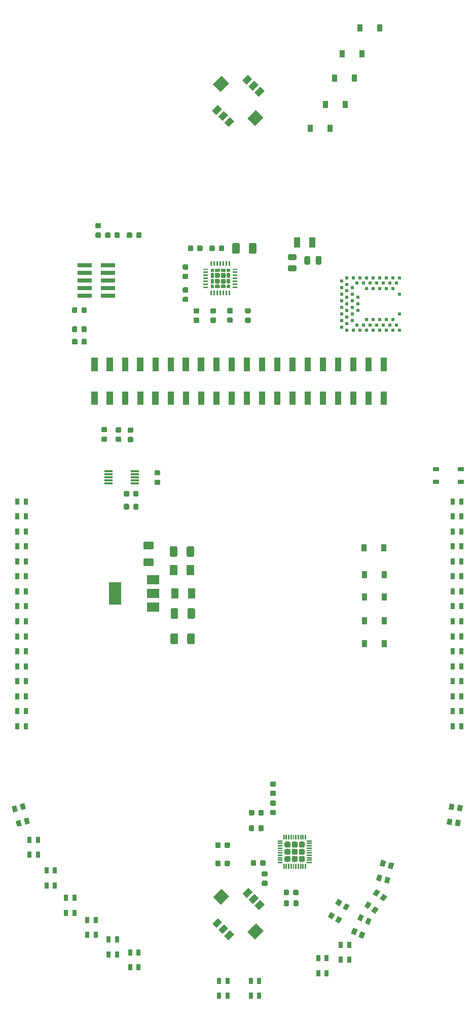
<source format=gtp>
G04 #@! TF.GenerationSoftware,KiCad,Pcbnew,(5.1.0-0)*
G04 #@! TF.CreationDate,2019-04-19T22:26:30-07:00*
G04 #@! TF.ProjectId,DC27-badge,44433237-2d62-4616-9467-652e6b696361,rev?*
G04 #@! TF.SameCoordinates,Original*
G04 #@! TF.FileFunction,Paste,Top*
G04 #@! TF.FilePolarity,Positive*
%FSLAX46Y46*%
G04 Gerber Fmt 4.6, Leading zero omitted, Abs format (unit mm)*
G04 Created by KiCad (PCBNEW (5.1.0-0)) date 2019-04-19 22:26:30*
%MOMM*%
%LPD*%
G04 APERTURE LIST*
%ADD10C,0.150000*%
%ADD11C,1.250000*%
%ADD12R,0.800000X1.000000*%
%ADD13C,0.800000*%
%ADD14C,0.249000*%
%ADD15C,0.970000*%
%ADD16C,1.800000*%
%ADD17C,1.000000*%
%ADD18C,0.875000*%
%ADD19R,1.019990X2.220010*%
%ADD20R,0.900000X1.200000*%
%ADD21R,1.400000X0.300000*%
%ADD22R,1.000000X1.800000*%
%ADD23R,0.500000X0.500000*%
%ADD24R,2.000000X1.500000*%
%ADD25R,2.000000X3.800000*%
%ADD26R,2.400000X0.740000*%
%ADD27C,0.250000*%
%ADD28C,0.436690*%
%ADD29C,0.458956*%
%ADD30C,0.806226*%
%ADD31C,0.975000*%
%ADD32R,1.049020X0.647700*%
G04 APERTURE END LIST*
D10*
G36*
X80677200Y-115663990D02*
G01*
X81710000Y-115663990D01*
X81710000Y-117883110D01*
X80677200Y-117883110D01*
X80677200Y-115663990D01*
G37*
G36*
X80645500Y-121316000D02*
G01*
X81710000Y-121316000D01*
X81710000Y-123543110D01*
X80645500Y-123543110D01*
X80645500Y-121316000D01*
G37*
G36*
X83205100Y-115663990D02*
G01*
X84250000Y-115663990D01*
X84250000Y-117882070D01*
X83205100Y-117882070D01*
X83205100Y-115663990D01*
G37*
G36*
X83215100Y-121316000D02*
G01*
X84250000Y-121316000D01*
X84250000Y-123538660D01*
X83215100Y-123538660D01*
X83215100Y-121316000D01*
G37*
G36*
X85764500Y-115663990D02*
G01*
X86790000Y-115663990D01*
X86790000Y-117883520D01*
X85764500Y-117883520D01*
X85764500Y-115663990D01*
G37*
G36*
X85766500Y-121316000D02*
G01*
X86790000Y-121316000D01*
X86790000Y-123536710D01*
X85766500Y-123536710D01*
X85766500Y-121316000D01*
G37*
G36*
X88285700Y-115663990D02*
G01*
X89330000Y-115663990D01*
X89330000Y-117881550D01*
X88285700Y-117881550D01*
X88285700Y-115663990D01*
G37*
G36*
X88302300Y-121316000D02*
G01*
X89330000Y-121316000D01*
X89330000Y-123537790D01*
X88302300Y-123537790D01*
X88302300Y-121316000D01*
G37*
G36*
X90847600Y-115663990D02*
G01*
X91870000Y-115663990D01*
X91870000Y-117883710D01*
X90847600Y-117883710D01*
X90847600Y-115663990D01*
G37*
G36*
X90830700Y-121316000D02*
G01*
X91870000Y-121316000D01*
X91870000Y-123541250D01*
X90830700Y-123541250D01*
X90830700Y-121316000D01*
G37*
G36*
X93389400Y-115663990D02*
G01*
X94410000Y-115663990D01*
X94410000Y-117883920D01*
X93389400Y-117883920D01*
X93389400Y-115663990D01*
G37*
G36*
X93386700Y-121316000D02*
G01*
X94410000Y-121316000D01*
X94410000Y-123537100D01*
X93386700Y-123537100D01*
X93386700Y-121316000D01*
G37*
G36*
X95916080Y-115663990D02*
G01*
X96949980Y-115663990D01*
X96949980Y-117881460D01*
X95916080Y-117881460D01*
X95916080Y-115663990D01*
G37*
G36*
X95929590Y-121316000D02*
G01*
X96949980Y-121316000D01*
X96949980Y-123536180D01*
X95929590Y-123536180D01*
X95929590Y-121316000D01*
G37*
G36*
X98460560Y-115663990D02*
G01*
X99489980Y-115663990D01*
X99489980Y-117881640D01*
X98460560Y-117881640D01*
X98460560Y-115663990D01*
G37*
G36*
X98467990Y-121316000D02*
G01*
X99489980Y-121316000D01*
X99489980Y-123537160D01*
X98467990Y-123537160D01*
X98467990Y-121316000D01*
G37*
G36*
X101005400Y-115663990D02*
G01*
X102029980Y-115663990D01*
X102029980Y-117882180D01*
X101005400Y-117882180D01*
X101005400Y-115663990D01*
G37*
G36*
X101006090Y-121316000D02*
G01*
X102029980Y-121316000D01*
X102029980Y-123539570D01*
X101006090Y-123539570D01*
X101006090Y-121316000D01*
G37*
G36*
X103546770Y-115663990D02*
G01*
X104569981Y-115663990D01*
X104569981Y-117880890D01*
X103546770Y-117880890D01*
X103546770Y-115663990D01*
G37*
G36*
X103547930Y-121316000D02*
G01*
X104569981Y-121316000D01*
X104569981Y-123540560D01*
X103547930Y-123540560D01*
X103547930Y-121316000D01*
G37*
G36*
X106091477Y-115663990D02*
G01*
X107109980Y-115663990D01*
X107109980Y-117880650D01*
X106091477Y-117880650D01*
X106091477Y-115663990D01*
G37*
G36*
X106090680Y-121316000D02*
G01*
X107109980Y-121316000D01*
X107109980Y-123539570D01*
X106090680Y-123539570D01*
X106090680Y-121316000D01*
G37*
G36*
X108636100Y-115663990D02*
G01*
X109649980Y-115663990D01*
X109649980Y-117880820D01*
X108636100Y-117880820D01*
X108636100Y-115663990D01*
G37*
G36*
X108635370Y-121316000D02*
G01*
X109649980Y-121316000D01*
X109649980Y-123542430D01*
X108635370Y-123542430D01*
X108635370Y-121316000D01*
G37*
G36*
X111172060Y-115663990D02*
G01*
X112189980Y-115663990D01*
X112189980Y-117883390D01*
X111172060Y-117883390D01*
X111172060Y-115663990D01*
G37*
G36*
X111173770Y-121316000D02*
G01*
X112189980Y-121316000D01*
X112189980Y-123538550D01*
X111173770Y-123538550D01*
X111173770Y-121316000D01*
G37*
G36*
X113714170Y-115663990D02*
G01*
X114729980Y-115663990D01*
X114729980Y-117883150D01*
X113714170Y-117883150D01*
X113714170Y-115663990D01*
G37*
G36*
X113713720Y-121316000D02*
G01*
X114729980Y-121316000D01*
X114729980Y-123537760D01*
X113713720Y-123537760D01*
X113713720Y-121316000D01*
G37*
G36*
X116262800Y-115663990D02*
G01*
X117270000Y-115663990D01*
X117270000Y-117881990D01*
X116262800Y-117881990D01*
X116262800Y-115663990D01*
G37*
G36*
X116270800Y-121316000D02*
G01*
X117270000Y-121316000D01*
X117270000Y-123543490D01*
X116270800Y-123543490D01*
X116270800Y-121316000D01*
G37*
G36*
X118795200Y-115663990D02*
G01*
X119810000Y-115663990D01*
X119810000Y-117883340D01*
X118795200Y-117883340D01*
X118795200Y-115663990D01*
G37*
G36*
X118814700Y-121316000D02*
G01*
X119810000Y-121316000D01*
X119810000Y-123543230D01*
X118814700Y-123543230D01*
X118814700Y-121316000D01*
G37*
G36*
X121337900Y-115663990D02*
G01*
X122350000Y-115663990D01*
X122350000Y-117883160D01*
X121337900Y-117883160D01*
X121337900Y-115663990D01*
G37*
G36*
X121343700Y-121316000D02*
G01*
X122350000Y-121316000D01*
X122350000Y-123539370D01*
X121343700Y-123539370D01*
X121343700Y-121316000D01*
G37*
G36*
X123896900Y-115663990D02*
G01*
X124890000Y-115663990D01*
X124890000Y-117881510D01*
X123896900Y-117881510D01*
X123896900Y-115663990D01*
G37*
G36*
X123895400Y-121316000D02*
G01*
X124890000Y-121316000D01*
X124890000Y-123541410D01*
X123895400Y-123541410D01*
X123895400Y-121316000D01*
G37*
G36*
X126419300Y-115663990D02*
G01*
X127430000Y-115663990D01*
X127430000Y-117883250D01*
X126419300Y-117883250D01*
X126419300Y-115663990D01*
G37*
G36*
X126445200Y-121316000D02*
G01*
X127430000Y-121316000D01*
X127430000Y-123542590D01*
X126445200Y-123542590D01*
X126445200Y-121316000D01*
G37*
G36*
X128953700Y-115663990D02*
G01*
X129970000Y-115663990D01*
X129970000Y-117883730D01*
X128953700Y-117883730D01*
X128953700Y-115663990D01*
G37*
G36*
X128981800Y-121316000D02*
G01*
X129970000Y-121316000D01*
X129970000Y-123541310D01*
X128981800Y-123541310D01*
X128981800Y-121316000D01*
G37*
G36*
X97699504Y-161701204D02*
G01*
X97723773Y-161704804D01*
X97747571Y-161710765D01*
X97770671Y-161719030D01*
X97792849Y-161729520D01*
X97813893Y-161742133D01*
X97833598Y-161756747D01*
X97851777Y-161773223D01*
X97868253Y-161791402D01*
X97882867Y-161811107D01*
X97895480Y-161832151D01*
X97905970Y-161854329D01*
X97914235Y-161877429D01*
X97920196Y-161901227D01*
X97923796Y-161925496D01*
X97925000Y-161950000D01*
X97925000Y-163200000D01*
X97923796Y-163224504D01*
X97920196Y-163248773D01*
X97914235Y-163272571D01*
X97905970Y-163295671D01*
X97895480Y-163317849D01*
X97882867Y-163338893D01*
X97868253Y-163358598D01*
X97851777Y-163376777D01*
X97833598Y-163393253D01*
X97813893Y-163407867D01*
X97792849Y-163420480D01*
X97770671Y-163430970D01*
X97747571Y-163439235D01*
X97723773Y-163445196D01*
X97699504Y-163448796D01*
X97675000Y-163450000D01*
X96925000Y-163450000D01*
X96900496Y-163448796D01*
X96876227Y-163445196D01*
X96852429Y-163439235D01*
X96829329Y-163430970D01*
X96807151Y-163420480D01*
X96786107Y-163407867D01*
X96766402Y-163393253D01*
X96748223Y-163376777D01*
X96731747Y-163358598D01*
X96717133Y-163338893D01*
X96704520Y-163317849D01*
X96694030Y-163295671D01*
X96685765Y-163272571D01*
X96679804Y-163248773D01*
X96676204Y-163224504D01*
X96675000Y-163200000D01*
X96675000Y-161950000D01*
X96676204Y-161925496D01*
X96679804Y-161901227D01*
X96685765Y-161877429D01*
X96694030Y-161854329D01*
X96704520Y-161832151D01*
X96717133Y-161811107D01*
X96731747Y-161791402D01*
X96748223Y-161773223D01*
X96766402Y-161756747D01*
X96786107Y-161742133D01*
X96807151Y-161729520D01*
X96829329Y-161719030D01*
X96852429Y-161710765D01*
X96876227Y-161704804D01*
X96900496Y-161701204D01*
X96925000Y-161700000D01*
X97675000Y-161700000D01*
X97699504Y-161701204D01*
X97699504Y-161701204D01*
G37*
D11*
X97300000Y-162575000D03*
D10*
G36*
X94899504Y-161701204D02*
G01*
X94923773Y-161704804D01*
X94947571Y-161710765D01*
X94970671Y-161719030D01*
X94992849Y-161729520D01*
X95013893Y-161742133D01*
X95033598Y-161756747D01*
X95051777Y-161773223D01*
X95068253Y-161791402D01*
X95082867Y-161811107D01*
X95095480Y-161832151D01*
X95105970Y-161854329D01*
X95114235Y-161877429D01*
X95120196Y-161901227D01*
X95123796Y-161925496D01*
X95125000Y-161950000D01*
X95125000Y-163200000D01*
X95123796Y-163224504D01*
X95120196Y-163248773D01*
X95114235Y-163272571D01*
X95105970Y-163295671D01*
X95095480Y-163317849D01*
X95082867Y-163338893D01*
X95068253Y-163358598D01*
X95051777Y-163376777D01*
X95033598Y-163393253D01*
X95013893Y-163407867D01*
X94992849Y-163420480D01*
X94970671Y-163430970D01*
X94947571Y-163439235D01*
X94923773Y-163445196D01*
X94899504Y-163448796D01*
X94875000Y-163450000D01*
X94125000Y-163450000D01*
X94100496Y-163448796D01*
X94076227Y-163445196D01*
X94052429Y-163439235D01*
X94029329Y-163430970D01*
X94007151Y-163420480D01*
X93986107Y-163407867D01*
X93966402Y-163393253D01*
X93948223Y-163376777D01*
X93931747Y-163358598D01*
X93917133Y-163338893D01*
X93904520Y-163317849D01*
X93894030Y-163295671D01*
X93885765Y-163272571D01*
X93879804Y-163248773D01*
X93876204Y-163224504D01*
X93875000Y-163200000D01*
X93875000Y-161950000D01*
X93876204Y-161925496D01*
X93879804Y-161901227D01*
X93885765Y-161877429D01*
X93894030Y-161854329D01*
X93904520Y-161832151D01*
X93917133Y-161811107D01*
X93931747Y-161791402D01*
X93948223Y-161773223D01*
X93966402Y-161756747D01*
X93986107Y-161742133D01*
X94007151Y-161729520D01*
X94029329Y-161719030D01*
X94052429Y-161710765D01*
X94076227Y-161704804D01*
X94100496Y-161701204D01*
X94125000Y-161700000D01*
X94875000Y-161700000D01*
X94899504Y-161701204D01*
X94899504Y-161701204D01*
G37*
D11*
X94500000Y-162575000D03*
D12*
X142440000Y-152160000D03*
X142440000Y-149660000D03*
X141040000Y-149660000D03*
X141040000Y-152160000D03*
X87130000Y-214910000D03*
X87130000Y-217410000D03*
X88530000Y-217410000D03*
X88530000Y-214910000D03*
D13*
X127996436Y-207845444D03*
D10*
G36*
X128037309Y-208484451D02*
G01*
X127381987Y-208025589D01*
X127955563Y-207206437D01*
X128610885Y-207665299D01*
X128037309Y-208484451D01*
X128037309Y-208484451D01*
G37*
D13*
X129430377Y-205797563D03*
D10*
G36*
X129471250Y-206436570D02*
G01*
X128815928Y-205977708D01*
X129389504Y-205158556D01*
X130044826Y-205617418D01*
X129471250Y-206436570D01*
X129471250Y-206436570D01*
G37*
D13*
X128283564Y-204994556D03*
D10*
G36*
X128324437Y-205633563D02*
G01*
X127669115Y-205174701D01*
X128242691Y-204355549D01*
X128898013Y-204814411D01*
X128324437Y-205633563D01*
X128324437Y-205633563D01*
G37*
D13*
X126849623Y-207042437D03*
D10*
G36*
X126890496Y-207681444D02*
G01*
X126235174Y-207222582D01*
X126808750Y-206403430D01*
X127464072Y-206862292D01*
X126890496Y-207681444D01*
X126890496Y-207681444D01*
G37*
D13*
X121951218Y-209492532D03*
D10*
G36*
X122047628Y-210125545D02*
G01*
X121354808Y-209725545D01*
X121854808Y-208859519D01*
X122547628Y-209259519D01*
X122047628Y-210125545D01*
X122047628Y-210125545D01*
G37*
D13*
X123201218Y-207327468D03*
D10*
G36*
X123297628Y-207960481D02*
G01*
X122604808Y-207560481D01*
X123104808Y-206694455D01*
X123797628Y-207094455D01*
X123297628Y-207960481D01*
X123297628Y-207960481D01*
G37*
D13*
X121988782Y-206627468D03*
D10*
G36*
X122085192Y-207260481D02*
G01*
X121392372Y-206860481D01*
X121892372Y-205994455D01*
X122585192Y-206394455D01*
X122085192Y-207260481D01*
X122085192Y-207260481D01*
G37*
D13*
X120738782Y-208792532D03*
D10*
G36*
X120835192Y-209425545D02*
G01*
X120142372Y-209025545D01*
X120642372Y-208159519D01*
X121335192Y-208559519D01*
X120835192Y-209425545D01*
X120835192Y-209425545D01*
G37*
G36*
X116488352Y-200156950D02*
G01*
X116494394Y-200157846D01*
X116500320Y-200159330D01*
X116506072Y-200161388D01*
X116511594Y-200164000D01*
X116516834Y-200167141D01*
X116521741Y-200170780D01*
X116526267Y-200174883D01*
X116530370Y-200179409D01*
X116534009Y-200184316D01*
X116537150Y-200189556D01*
X116539762Y-200195078D01*
X116541820Y-200200830D01*
X116543304Y-200206756D01*
X116544200Y-200212798D01*
X116544500Y-200218900D01*
X116544500Y-200916100D01*
X116544200Y-200922202D01*
X116543304Y-200928244D01*
X116541820Y-200934170D01*
X116539762Y-200939922D01*
X116537150Y-200945444D01*
X116534009Y-200950684D01*
X116530370Y-200955591D01*
X116526267Y-200960117D01*
X116521741Y-200964220D01*
X116516834Y-200967859D01*
X116511594Y-200971000D01*
X116506072Y-200973612D01*
X116500320Y-200975670D01*
X116494394Y-200977154D01*
X116488352Y-200978050D01*
X116482250Y-200978350D01*
X116357750Y-200978350D01*
X116351648Y-200978050D01*
X116345606Y-200977154D01*
X116339680Y-200975670D01*
X116333928Y-200973612D01*
X116328406Y-200971000D01*
X116323166Y-200967859D01*
X116318259Y-200964220D01*
X116313733Y-200960117D01*
X116309630Y-200955591D01*
X116305991Y-200950684D01*
X116302850Y-200945444D01*
X116300238Y-200939922D01*
X116298180Y-200934170D01*
X116296696Y-200928244D01*
X116295800Y-200922202D01*
X116295500Y-200916100D01*
X116295500Y-200218900D01*
X116295800Y-200212798D01*
X116296696Y-200206756D01*
X116298180Y-200200830D01*
X116300238Y-200195078D01*
X116302850Y-200189556D01*
X116305991Y-200184316D01*
X116309630Y-200179409D01*
X116313733Y-200174883D01*
X116318259Y-200170780D01*
X116323166Y-200167141D01*
X116328406Y-200164000D01*
X116333928Y-200161388D01*
X116339680Y-200159330D01*
X116345606Y-200157846D01*
X116351648Y-200156950D01*
X116357750Y-200156650D01*
X116482250Y-200156650D01*
X116488352Y-200156950D01*
X116488352Y-200156950D01*
G37*
D14*
X116420000Y-200567500D03*
D10*
G36*
X116088352Y-200156950D02*
G01*
X116094394Y-200157846D01*
X116100320Y-200159330D01*
X116106072Y-200161388D01*
X116111594Y-200164000D01*
X116116834Y-200167141D01*
X116121741Y-200170780D01*
X116126267Y-200174883D01*
X116130370Y-200179409D01*
X116134009Y-200184316D01*
X116137150Y-200189556D01*
X116139762Y-200195078D01*
X116141820Y-200200830D01*
X116143304Y-200206756D01*
X116144200Y-200212798D01*
X116144500Y-200218900D01*
X116144500Y-200916100D01*
X116144200Y-200922202D01*
X116143304Y-200928244D01*
X116141820Y-200934170D01*
X116139762Y-200939922D01*
X116137150Y-200945444D01*
X116134009Y-200950684D01*
X116130370Y-200955591D01*
X116126267Y-200960117D01*
X116121741Y-200964220D01*
X116116834Y-200967859D01*
X116111594Y-200971000D01*
X116106072Y-200973612D01*
X116100320Y-200975670D01*
X116094394Y-200977154D01*
X116088352Y-200978050D01*
X116082250Y-200978350D01*
X115957750Y-200978350D01*
X115951648Y-200978050D01*
X115945606Y-200977154D01*
X115939680Y-200975670D01*
X115933928Y-200973612D01*
X115928406Y-200971000D01*
X115923166Y-200967859D01*
X115918259Y-200964220D01*
X115913733Y-200960117D01*
X115909630Y-200955591D01*
X115905991Y-200950684D01*
X115902850Y-200945444D01*
X115900238Y-200939922D01*
X115898180Y-200934170D01*
X115896696Y-200928244D01*
X115895800Y-200922202D01*
X115895500Y-200916100D01*
X115895500Y-200218900D01*
X115895800Y-200212798D01*
X115896696Y-200206756D01*
X115898180Y-200200830D01*
X115900238Y-200195078D01*
X115902850Y-200189556D01*
X115905991Y-200184316D01*
X115909630Y-200179409D01*
X115913733Y-200174883D01*
X115918259Y-200170780D01*
X115923166Y-200167141D01*
X115928406Y-200164000D01*
X115933928Y-200161388D01*
X115939680Y-200159330D01*
X115945606Y-200157846D01*
X115951648Y-200156950D01*
X115957750Y-200156650D01*
X116082250Y-200156650D01*
X116088352Y-200156950D01*
X116088352Y-200156950D01*
G37*
D14*
X116020000Y-200567500D03*
D10*
G36*
X115688352Y-200156950D02*
G01*
X115694394Y-200157846D01*
X115700320Y-200159330D01*
X115706072Y-200161388D01*
X115711594Y-200164000D01*
X115716834Y-200167141D01*
X115721741Y-200170780D01*
X115726267Y-200174883D01*
X115730370Y-200179409D01*
X115734009Y-200184316D01*
X115737150Y-200189556D01*
X115739762Y-200195078D01*
X115741820Y-200200830D01*
X115743304Y-200206756D01*
X115744200Y-200212798D01*
X115744500Y-200218900D01*
X115744500Y-200916100D01*
X115744200Y-200922202D01*
X115743304Y-200928244D01*
X115741820Y-200934170D01*
X115739762Y-200939922D01*
X115737150Y-200945444D01*
X115734009Y-200950684D01*
X115730370Y-200955591D01*
X115726267Y-200960117D01*
X115721741Y-200964220D01*
X115716834Y-200967859D01*
X115711594Y-200971000D01*
X115706072Y-200973612D01*
X115700320Y-200975670D01*
X115694394Y-200977154D01*
X115688352Y-200978050D01*
X115682250Y-200978350D01*
X115557750Y-200978350D01*
X115551648Y-200978050D01*
X115545606Y-200977154D01*
X115539680Y-200975670D01*
X115533928Y-200973612D01*
X115528406Y-200971000D01*
X115523166Y-200967859D01*
X115518259Y-200964220D01*
X115513733Y-200960117D01*
X115509630Y-200955591D01*
X115505991Y-200950684D01*
X115502850Y-200945444D01*
X115500238Y-200939922D01*
X115498180Y-200934170D01*
X115496696Y-200928244D01*
X115495800Y-200922202D01*
X115495500Y-200916100D01*
X115495500Y-200218900D01*
X115495800Y-200212798D01*
X115496696Y-200206756D01*
X115498180Y-200200830D01*
X115500238Y-200195078D01*
X115502850Y-200189556D01*
X115505991Y-200184316D01*
X115509630Y-200179409D01*
X115513733Y-200174883D01*
X115518259Y-200170780D01*
X115523166Y-200167141D01*
X115528406Y-200164000D01*
X115533928Y-200161388D01*
X115539680Y-200159330D01*
X115545606Y-200157846D01*
X115551648Y-200156950D01*
X115557750Y-200156650D01*
X115682250Y-200156650D01*
X115688352Y-200156950D01*
X115688352Y-200156950D01*
G37*
D14*
X115620000Y-200567500D03*
D10*
G36*
X115288352Y-200156950D02*
G01*
X115294394Y-200157846D01*
X115300320Y-200159330D01*
X115306072Y-200161388D01*
X115311594Y-200164000D01*
X115316834Y-200167141D01*
X115321741Y-200170780D01*
X115326267Y-200174883D01*
X115330370Y-200179409D01*
X115334009Y-200184316D01*
X115337150Y-200189556D01*
X115339762Y-200195078D01*
X115341820Y-200200830D01*
X115343304Y-200206756D01*
X115344200Y-200212798D01*
X115344500Y-200218900D01*
X115344500Y-200916100D01*
X115344200Y-200922202D01*
X115343304Y-200928244D01*
X115341820Y-200934170D01*
X115339762Y-200939922D01*
X115337150Y-200945444D01*
X115334009Y-200950684D01*
X115330370Y-200955591D01*
X115326267Y-200960117D01*
X115321741Y-200964220D01*
X115316834Y-200967859D01*
X115311594Y-200971000D01*
X115306072Y-200973612D01*
X115300320Y-200975670D01*
X115294394Y-200977154D01*
X115288352Y-200978050D01*
X115282250Y-200978350D01*
X115157750Y-200978350D01*
X115151648Y-200978050D01*
X115145606Y-200977154D01*
X115139680Y-200975670D01*
X115133928Y-200973612D01*
X115128406Y-200971000D01*
X115123166Y-200967859D01*
X115118259Y-200964220D01*
X115113733Y-200960117D01*
X115109630Y-200955591D01*
X115105991Y-200950684D01*
X115102850Y-200945444D01*
X115100238Y-200939922D01*
X115098180Y-200934170D01*
X115096696Y-200928244D01*
X115095800Y-200922202D01*
X115095500Y-200916100D01*
X115095500Y-200218900D01*
X115095800Y-200212798D01*
X115096696Y-200206756D01*
X115098180Y-200200830D01*
X115100238Y-200195078D01*
X115102850Y-200189556D01*
X115105991Y-200184316D01*
X115109630Y-200179409D01*
X115113733Y-200174883D01*
X115118259Y-200170780D01*
X115123166Y-200167141D01*
X115128406Y-200164000D01*
X115133928Y-200161388D01*
X115139680Y-200159330D01*
X115145606Y-200157846D01*
X115151648Y-200156950D01*
X115157750Y-200156650D01*
X115282250Y-200156650D01*
X115288352Y-200156950D01*
X115288352Y-200156950D01*
G37*
D14*
X115220000Y-200567500D03*
D10*
G36*
X114888352Y-200156950D02*
G01*
X114894394Y-200157846D01*
X114900320Y-200159330D01*
X114906072Y-200161388D01*
X114911594Y-200164000D01*
X114916834Y-200167141D01*
X114921741Y-200170780D01*
X114926267Y-200174883D01*
X114930370Y-200179409D01*
X114934009Y-200184316D01*
X114937150Y-200189556D01*
X114939762Y-200195078D01*
X114941820Y-200200830D01*
X114943304Y-200206756D01*
X114944200Y-200212798D01*
X114944500Y-200218900D01*
X114944500Y-200916100D01*
X114944200Y-200922202D01*
X114943304Y-200928244D01*
X114941820Y-200934170D01*
X114939762Y-200939922D01*
X114937150Y-200945444D01*
X114934009Y-200950684D01*
X114930370Y-200955591D01*
X114926267Y-200960117D01*
X114921741Y-200964220D01*
X114916834Y-200967859D01*
X114911594Y-200971000D01*
X114906072Y-200973612D01*
X114900320Y-200975670D01*
X114894394Y-200977154D01*
X114888352Y-200978050D01*
X114882250Y-200978350D01*
X114757750Y-200978350D01*
X114751648Y-200978050D01*
X114745606Y-200977154D01*
X114739680Y-200975670D01*
X114733928Y-200973612D01*
X114728406Y-200971000D01*
X114723166Y-200967859D01*
X114718259Y-200964220D01*
X114713733Y-200960117D01*
X114709630Y-200955591D01*
X114705991Y-200950684D01*
X114702850Y-200945444D01*
X114700238Y-200939922D01*
X114698180Y-200934170D01*
X114696696Y-200928244D01*
X114695800Y-200922202D01*
X114695500Y-200916100D01*
X114695500Y-200218900D01*
X114695800Y-200212798D01*
X114696696Y-200206756D01*
X114698180Y-200200830D01*
X114700238Y-200195078D01*
X114702850Y-200189556D01*
X114705991Y-200184316D01*
X114709630Y-200179409D01*
X114713733Y-200174883D01*
X114718259Y-200170780D01*
X114723166Y-200167141D01*
X114728406Y-200164000D01*
X114733928Y-200161388D01*
X114739680Y-200159330D01*
X114745606Y-200157846D01*
X114751648Y-200156950D01*
X114757750Y-200156650D01*
X114882250Y-200156650D01*
X114888352Y-200156950D01*
X114888352Y-200156950D01*
G37*
D14*
X114820000Y-200567500D03*
D10*
G36*
X114488352Y-200156950D02*
G01*
X114494394Y-200157846D01*
X114500320Y-200159330D01*
X114506072Y-200161388D01*
X114511594Y-200164000D01*
X114516834Y-200167141D01*
X114521741Y-200170780D01*
X114526267Y-200174883D01*
X114530370Y-200179409D01*
X114534009Y-200184316D01*
X114537150Y-200189556D01*
X114539762Y-200195078D01*
X114541820Y-200200830D01*
X114543304Y-200206756D01*
X114544200Y-200212798D01*
X114544500Y-200218900D01*
X114544500Y-200916100D01*
X114544200Y-200922202D01*
X114543304Y-200928244D01*
X114541820Y-200934170D01*
X114539762Y-200939922D01*
X114537150Y-200945444D01*
X114534009Y-200950684D01*
X114530370Y-200955591D01*
X114526267Y-200960117D01*
X114521741Y-200964220D01*
X114516834Y-200967859D01*
X114511594Y-200971000D01*
X114506072Y-200973612D01*
X114500320Y-200975670D01*
X114494394Y-200977154D01*
X114488352Y-200978050D01*
X114482250Y-200978350D01*
X114357750Y-200978350D01*
X114351648Y-200978050D01*
X114345606Y-200977154D01*
X114339680Y-200975670D01*
X114333928Y-200973612D01*
X114328406Y-200971000D01*
X114323166Y-200967859D01*
X114318259Y-200964220D01*
X114313733Y-200960117D01*
X114309630Y-200955591D01*
X114305991Y-200950684D01*
X114302850Y-200945444D01*
X114300238Y-200939922D01*
X114298180Y-200934170D01*
X114296696Y-200928244D01*
X114295800Y-200922202D01*
X114295500Y-200916100D01*
X114295500Y-200218900D01*
X114295800Y-200212798D01*
X114296696Y-200206756D01*
X114298180Y-200200830D01*
X114300238Y-200195078D01*
X114302850Y-200189556D01*
X114305991Y-200184316D01*
X114309630Y-200179409D01*
X114313733Y-200174883D01*
X114318259Y-200170780D01*
X114323166Y-200167141D01*
X114328406Y-200164000D01*
X114333928Y-200161388D01*
X114339680Y-200159330D01*
X114345606Y-200157846D01*
X114351648Y-200156950D01*
X114357750Y-200156650D01*
X114482250Y-200156650D01*
X114488352Y-200156950D01*
X114488352Y-200156950D01*
G37*
D14*
X114420000Y-200567500D03*
D10*
G36*
X114088352Y-200156950D02*
G01*
X114094394Y-200157846D01*
X114100320Y-200159330D01*
X114106072Y-200161388D01*
X114111594Y-200164000D01*
X114116834Y-200167141D01*
X114121741Y-200170780D01*
X114126267Y-200174883D01*
X114130370Y-200179409D01*
X114134009Y-200184316D01*
X114137150Y-200189556D01*
X114139762Y-200195078D01*
X114141820Y-200200830D01*
X114143304Y-200206756D01*
X114144200Y-200212798D01*
X114144500Y-200218900D01*
X114144500Y-200916100D01*
X114144200Y-200922202D01*
X114143304Y-200928244D01*
X114141820Y-200934170D01*
X114139762Y-200939922D01*
X114137150Y-200945444D01*
X114134009Y-200950684D01*
X114130370Y-200955591D01*
X114126267Y-200960117D01*
X114121741Y-200964220D01*
X114116834Y-200967859D01*
X114111594Y-200971000D01*
X114106072Y-200973612D01*
X114100320Y-200975670D01*
X114094394Y-200977154D01*
X114088352Y-200978050D01*
X114082250Y-200978350D01*
X113957750Y-200978350D01*
X113951648Y-200978050D01*
X113945606Y-200977154D01*
X113939680Y-200975670D01*
X113933928Y-200973612D01*
X113928406Y-200971000D01*
X113923166Y-200967859D01*
X113918259Y-200964220D01*
X113913733Y-200960117D01*
X113909630Y-200955591D01*
X113905991Y-200950684D01*
X113902850Y-200945444D01*
X113900238Y-200939922D01*
X113898180Y-200934170D01*
X113896696Y-200928244D01*
X113895800Y-200922202D01*
X113895500Y-200916100D01*
X113895500Y-200218900D01*
X113895800Y-200212798D01*
X113896696Y-200206756D01*
X113898180Y-200200830D01*
X113900238Y-200195078D01*
X113902850Y-200189556D01*
X113905991Y-200184316D01*
X113909630Y-200179409D01*
X113913733Y-200174883D01*
X113918259Y-200170780D01*
X113923166Y-200167141D01*
X113928406Y-200164000D01*
X113933928Y-200161388D01*
X113939680Y-200159330D01*
X113945606Y-200157846D01*
X113951648Y-200156950D01*
X113957750Y-200156650D01*
X114082250Y-200156650D01*
X114088352Y-200156950D01*
X114088352Y-200156950D01*
G37*
D14*
X114020000Y-200567500D03*
D10*
G36*
X113688352Y-200156950D02*
G01*
X113694394Y-200157846D01*
X113700320Y-200159330D01*
X113706072Y-200161388D01*
X113711594Y-200164000D01*
X113716834Y-200167141D01*
X113721741Y-200170780D01*
X113726267Y-200174883D01*
X113730370Y-200179409D01*
X113734009Y-200184316D01*
X113737150Y-200189556D01*
X113739762Y-200195078D01*
X113741820Y-200200830D01*
X113743304Y-200206756D01*
X113744200Y-200212798D01*
X113744500Y-200218900D01*
X113744500Y-200916100D01*
X113744200Y-200922202D01*
X113743304Y-200928244D01*
X113741820Y-200934170D01*
X113739762Y-200939922D01*
X113737150Y-200945444D01*
X113734009Y-200950684D01*
X113730370Y-200955591D01*
X113726267Y-200960117D01*
X113721741Y-200964220D01*
X113716834Y-200967859D01*
X113711594Y-200971000D01*
X113706072Y-200973612D01*
X113700320Y-200975670D01*
X113694394Y-200977154D01*
X113688352Y-200978050D01*
X113682250Y-200978350D01*
X113557750Y-200978350D01*
X113551648Y-200978050D01*
X113545606Y-200977154D01*
X113539680Y-200975670D01*
X113533928Y-200973612D01*
X113528406Y-200971000D01*
X113523166Y-200967859D01*
X113518259Y-200964220D01*
X113513733Y-200960117D01*
X113509630Y-200955591D01*
X113505991Y-200950684D01*
X113502850Y-200945444D01*
X113500238Y-200939922D01*
X113498180Y-200934170D01*
X113496696Y-200928244D01*
X113495800Y-200922202D01*
X113495500Y-200916100D01*
X113495500Y-200218900D01*
X113495800Y-200212798D01*
X113496696Y-200206756D01*
X113498180Y-200200830D01*
X113500238Y-200195078D01*
X113502850Y-200189556D01*
X113505991Y-200184316D01*
X113509630Y-200179409D01*
X113513733Y-200174883D01*
X113518259Y-200170780D01*
X113523166Y-200167141D01*
X113528406Y-200164000D01*
X113533928Y-200161388D01*
X113539680Y-200159330D01*
X113545606Y-200157846D01*
X113551648Y-200156950D01*
X113557750Y-200156650D01*
X113682250Y-200156650D01*
X113688352Y-200156950D01*
X113688352Y-200156950D01*
G37*
D14*
X113620000Y-200567500D03*
D10*
G36*
X113288352Y-200156950D02*
G01*
X113294394Y-200157846D01*
X113300320Y-200159330D01*
X113306072Y-200161388D01*
X113311594Y-200164000D01*
X113316834Y-200167141D01*
X113321741Y-200170780D01*
X113326267Y-200174883D01*
X113330370Y-200179409D01*
X113334009Y-200184316D01*
X113337150Y-200189556D01*
X113339762Y-200195078D01*
X113341820Y-200200830D01*
X113343304Y-200206756D01*
X113344200Y-200212798D01*
X113344500Y-200218900D01*
X113344500Y-200916100D01*
X113344200Y-200922202D01*
X113343304Y-200928244D01*
X113341820Y-200934170D01*
X113339762Y-200939922D01*
X113337150Y-200945444D01*
X113334009Y-200950684D01*
X113330370Y-200955591D01*
X113326267Y-200960117D01*
X113321741Y-200964220D01*
X113316834Y-200967859D01*
X113311594Y-200971000D01*
X113306072Y-200973612D01*
X113300320Y-200975670D01*
X113294394Y-200977154D01*
X113288352Y-200978050D01*
X113282250Y-200978350D01*
X113157750Y-200978350D01*
X113151648Y-200978050D01*
X113145606Y-200977154D01*
X113139680Y-200975670D01*
X113133928Y-200973612D01*
X113128406Y-200971000D01*
X113123166Y-200967859D01*
X113118259Y-200964220D01*
X113113733Y-200960117D01*
X113109630Y-200955591D01*
X113105991Y-200950684D01*
X113102850Y-200945444D01*
X113100238Y-200939922D01*
X113098180Y-200934170D01*
X113096696Y-200928244D01*
X113095800Y-200922202D01*
X113095500Y-200916100D01*
X113095500Y-200218900D01*
X113095800Y-200212798D01*
X113096696Y-200206756D01*
X113098180Y-200200830D01*
X113100238Y-200195078D01*
X113102850Y-200189556D01*
X113105991Y-200184316D01*
X113109630Y-200179409D01*
X113113733Y-200174883D01*
X113118259Y-200170780D01*
X113123166Y-200167141D01*
X113128406Y-200164000D01*
X113133928Y-200161388D01*
X113139680Y-200159330D01*
X113145606Y-200157846D01*
X113151648Y-200156950D01*
X113157750Y-200156650D01*
X113282250Y-200156650D01*
X113288352Y-200156950D01*
X113288352Y-200156950D01*
G37*
D14*
X113220000Y-200567500D03*
D10*
G36*
X112888352Y-200156950D02*
G01*
X112894394Y-200157846D01*
X112900320Y-200159330D01*
X112906072Y-200161388D01*
X112911594Y-200164000D01*
X112916834Y-200167141D01*
X112921741Y-200170780D01*
X112926267Y-200174883D01*
X112930370Y-200179409D01*
X112934009Y-200184316D01*
X112937150Y-200189556D01*
X112939762Y-200195078D01*
X112941820Y-200200830D01*
X112943304Y-200206756D01*
X112944200Y-200212798D01*
X112944500Y-200218900D01*
X112944500Y-200916100D01*
X112944200Y-200922202D01*
X112943304Y-200928244D01*
X112941820Y-200934170D01*
X112939762Y-200939922D01*
X112937150Y-200945444D01*
X112934009Y-200950684D01*
X112930370Y-200955591D01*
X112926267Y-200960117D01*
X112921741Y-200964220D01*
X112916834Y-200967859D01*
X112911594Y-200971000D01*
X112906072Y-200973612D01*
X112900320Y-200975670D01*
X112894394Y-200977154D01*
X112888352Y-200978050D01*
X112882250Y-200978350D01*
X112757750Y-200978350D01*
X112751648Y-200978050D01*
X112745606Y-200977154D01*
X112739680Y-200975670D01*
X112733928Y-200973612D01*
X112728406Y-200971000D01*
X112723166Y-200967859D01*
X112718259Y-200964220D01*
X112713733Y-200960117D01*
X112709630Y-200955591D01*
X112705991Y-200950684D01*
X112702850Y-200945444D01*
X112700238Y-200939922D01*
X112698180Y-200934170D01*
X112696696Y-200928244D01*
X112695800Y-200922202D01*
X112695500Y-200916100D01*
X112695500Y-200218900D01*
X112695800Y-200212798D01*
X112696696Y-200206756D01*
X112698180Y-200200830D01*
X112700238Y-200195078D01*
X112702850Y-200189556D01*
X112705991Y-200184316D01*
X112709630Y-200179409D01*
X112713733Y-200174883D01*
X112718259Y-200170780D01*
X112723166Y-200167141D01*
X112728406Y-200164000D01*
X112733928Y-200161388D01*
X112739680Y-200159330D01*
X112745606Y-200157846D01*
X112751648Y-200156950D01*
X112757750Y-200156650D01*
X112882250Y-200156650D01*
X112888352Y-200156950D01*
X112888352Y-200156950D01*
G37*
D14*
X112820000Y-200567500D03*
D10*
G36*
X112537202Y-199805800D02*
G01*
X112543244Y-199806696D01*
X112549170Y-199808180D01*
X112554922Y-199810238D01*
X112560444Y-199812850D01*
X112565684Y-199815991D01*
X112570591Y-199819630D01*
X112575117Y-199823733D01*
X112579220Y-199828259D01*
X112582859Y-199833166D01*
X112586000Y-199838406D01*
X112588612Y-199843928D01*
X112590670Y-199849680D01*
X112592154Y-199855606D01*
X112593050Y-199861648D01*
X112593350Y-199867750D01*
X112593350Y-199992250D01*
X112593050Y-199998352D01*
X112592154Y-200004394D01*
X112590670Y-200010320D01*
X112588612Y-200016072D01*
X112586000Y-200021594D01*
X112582859Y-200026834D01*
X112579220Y-200031741D01*
X112575117Y-200036267D01*
X112570591Y-200040370D01*
X112565684Y-200044009D01*
X112560444Y-200047150D01*
X112554922Y-200049762D01*
X112549170Y-200051820D01*
X112543244Y-200053304D01*
X112537202Y-200054200D01*
X112531100Y-200054500D01*
X111833900Y-200054500D01*
X111827798Y-200054200D01*
X111821756Y-200053304D01*
X111815830Y-200051820D01*
X111810078Y-200049762D01*
X111804556Y-200047150D01*
X111799316Y-200044009D01*
X111794409Y-200040370D01*
X111789883Y-200036267D01*
X111785780Y-200031741D01*
X111782141Y-200026834D01*
X111779000Y-200021594D01*
X111776388Y-200016072D01*
X111774330Y-200010320D01*
X111772846Y-200004394D01*
X111771950Y-199998352D01*
X111771650Y-199992250D01*
X111771650Y-199867750D01*
X111771950Y-199861648D01*
X111772846Y-199855606D01*
X111774330Y-199849680D01*
X111776388Y-199843928D01*
X111779000Y-199838406D01*
X111782141Y-199833166D01*
X111785780Y-199828259D01*
X111789883Y-199823733D01*
X111794409Y-199819630D01*
X111799316Y-199815991D01*
X111804556Y-199812850D01*
X111810078Y-199810238D01*
X111815830Y-199808180D01*
X111821756Y-199806696D01*
X111827798Y-199805800D01*
X111833900Y-199805500D01*
X112531100Y-199805500D01*
X112537202Y-199805800D01*
X112537202Y-199805800D01*
G37*
D14*
X112182500Y-199930000D03*
D10*
G36*
X112537202Y-199405800D02*
G01*
X112543244Y-199406696D01*
X112549170Y-199408180D01*
X112554922Y-199410238D01*
X112560444Y-199412850D01*
X112565684Y-199415991D01*
X112570591Y-199419630D01*
X112575117Y-199423733D01*
X112579220Y-199428259D01*
X112582859Y-199433166D01*
X112586000Y-199438406D01*
X112588612Y-199443928D01*
X112590670Y-199449680D01*
X112592154Y-199455606D01*
X112593050Y-199461648D01*
X112593350Y-199467750D01*
X112593350Y-199592250D01*
X112593050Y-199598352D01*
X112592154Y-199604394D01*
X112590670Y-199610320D01*
X112588612Y-199616072D01*
X112586000Y-199621594D01*
X112582859Y-199626834D01*
X112579220Y-199631741D01*
X112575117Y-199636267D01*
X112570591Y-199640370D01*
X112565684Y-199644009D01*
X112560444Y-199647150D01*
X112554922Y-199649762D01*
X112549170Y-199651820D01*
X112543244Y-199653304D01*
X112537202Y-199654200D01*
X112531100Y-199654500D01*
X111833900Y-199654500D01*
X111827798Y-199654200D01*
X111821756Y-199653304D01*
X111815830Y-199651820D01*
X111810078Y-199649762D01*
X111804556Y-199647150D01*
X111799316Y-199644009D01*
X111794409Y-199640370D01*
X111789883Y-199636267D01*
X111785780Y-199631741D01*
X111782141Y-199626834D01*
X111779000Y-199621594D01*
X111776388Y-199616072D01*
X111774330Y-199610320D01*
X111772846Y-199604394D01*
X111771950Y-199598352D01*
X111771650Y-199592250D01*
X111771650Y-199467750D01*
X111771950Y-199461648D01*
X111772846Y-199455606D01*
X111774330Y-199449680D01*
X111776388Y-199443928D01*
X111779000Y-199438406D01*
X111782141Y-199433166D01*
X111785780Y-199428259D01*
X111789883Y-199423733D01*
X111794409Y-199419630D01*
X111799316Y-199415991D01*
X111804556Y-199412850D01*
X111810078Y-199410238D01*
X111815830Y-199408180D01*
X111821756Y-199406696D01*
X111827798Y-199405800D01*
X111833900Y-199405500D01*
X112531100Y-199405500D01*
X112537202Y-199405800D01*
X112537202Y-199405800D01*
G37*
D14*
X112182500Y-199530000D03*
D10*
G36*
X112537202Y-199005800D02*
G01*
X112543244Y-199006696D01*
X112549170Y-199008180D01*
X112554922Y-199010238D01*
X112560444Y-199012850D01*
X112565684Y-199015991D01*
X112570591Y-199019630D01*
X112575117Y-199023733D01*
X112579220Y-199028259D01*
X112582859Y-199033166D01*
X112586000Y-199038406D01*
X112588612Y-199043928D01*
X112590670Y-199049680D01*
X112592154Y-199055606D01*
X112593050Y-199061648D01*
X112593350Y-199067750D01*
X112593350Y-199192250D01*
X112593050Y-199198352D01*
X112592154Y-199204394D01*
X112590670Y-199210320D01*
X112588612Y-199216072D01*
X112586000Y-199221594D01*
X112582859Y-199226834D01*
X112579220Y-199231741D01*
X112575117Y-199236267D01*
X112570591Y-199240370D01*
X112565684Y-199244009D01*
X112560444Y-199247150D01*
X112554922Y-199249762D01*
X112549170Y-199251820D01*
X112543244Y-199253304D01*
X112537202Y-199254200D01*
X112531100Y-199254500D01*
X111833900Y-199254500D01*
X111827798Y-199254200D01*
X111821756Y-199253304D01*
X111815830Y-199251820D01*
X111810078Y-199249762D01*
X111804556Y-199247150D01*
X111799316Y-199244009D01*
X111794409Y-199240370D01*
X111789883Y-199236267D01*
X111785780Y-199231741D01*
X111782141Y-199226834D01*
X111779000Y-199221594D01*
X111776388Y-199216072D01*
X111774330Y-199210320D01*
X111772846Y-199204394D01*
X111771950Y-199198352D01*
X111771650Y-199192250D01*
X111771650Y-199067750D01*
X111771950Y-199061648D01*
X111772846Y-199055606D01*
X111774330Y-199049680D01*
X111776388Y-199043928D01*
X111779000Y-199038406D01*
X111782141Y-199033166D01*
X111785780Y-199028259D01*
X111789883Y-199023733D01*
X111794409Y-199019630D01*
X111799316Y-199015991D01*
X111804556Y-199012850D01*
X111810078Y-199010238D01*
X111815830Y-199008180D01*
X111821756Y-199006696D01*
X111827798Y-199005800D01*
X111833900Y-199005500D01*
X112531100Y-199005500D01*
X112537202Y-199005800D01*
X112537202Y-199005800D01*
G37*
D14*
X112182500Y-199130000D03*
D10*
G36*
X112537202Y-198605800D02*
G01*
X112543244Y-198606696D01*
X112549170Y-198608180D01*
X112554922Y-198610238D01*
X112560444Y-198612850D01*
X112565684Y-198615991D01*
X112570591Y-198619630D01*
X112575117Y-198623733D01*
X112579220Y-198628259D01*
X112582859Y-198633166D01*
X112586000Y-198638406D01*
X112588612Y-198643928D01*
X112590670Y-198649680D01*
X112592154Y-198655606D01*
X112593050Y-198661648D01*
X112593350Y-198667750D01*
X112593350Y-198792250D01*
X112593050Y-198798352D01*
X112592154Y-198804394D01*
X112590670Y-198810320D01*
X112588612Y-198816072D01*
X112586000Y-198821594D01*
X112582859Y-198826834D01*
X112579220Y-198831741D01*
X112575117Y-198836267D01*
X112570591Y-198840370D01*
X112565684Y-198844009D01*
X112560444Y-198847150D01*
X112554922Y-198849762D01*
X112549170Y-198851820D01*
X112543244Y-198853304D01*
X112537202Y-198854200D01*
X112531100Y-198854500D01*
X111833900Y-198854500D01*
X111827798Y-198854200D01*
X111821756Y-198853304D01*
X111815830Y-198851820D01*
X111810078Y-198849762D01*
X111804556Y-198847150D01*
X111799316Y-198844009D01*
X111794409Y-198840370D01*
X111789883Y-198836267D01*
X111785780Y-198831741D01*
X111782141Y-198826834D01*
X111779000Y-198821594D01*
X111776388Y-198816072D01*
X111774330Y-198810320D01*
X111772846Y-198804394D01*
X111771950Y-198798352D01*
X111771650Y-198792250D01*
X111771650Y-198667750D01*
X111771950Y-198661648D01*
X111772846Y-198655606D01*
X111774330Y-198649680D01*
X111776388Y-198643928D01*
X111779000Y-198638406D01*
X111782141Y-198633166D01*
X111785780Y-198628259D01*
X111789883Y-198623733D01*
X111794409Y-198619630D01*
X111799316Y-198615991D01*
X111804556Y-198612850D01*
X111810078Y-198610238D01*
X111815830Y-198608180D01*
X111821756Y-198606696D01*
X111827798Y-198605800D01*
X111833900Y-198605500D01*
X112531100Y-198605500D01*
X112537202Y-198605800D01*
X112537202Y-198605800D01*
G37*
D14*
X112182500Y-198730000D03*
D10*
G36*
X112537202Y-198205800D02*
G01*
X112543244Y-198206696D01*
X112549170Y-198208180D01*
X112554922Y-198210238D01*
X112560444Y-198212850D01*
X112565684Y-198215991D01*
X112570591Y-198219630D01*
X112575117Y-198223733D01*
X112579220Y-198228259D01*
X112582859Y-198233166D01*
X112586000Y-198238406D01*
X112588612Y-198243928D01*
X112590670Y-198249680D01*
X112592154Y-198255606D01*
X112593050Y-198261648D01*
X112593350Y-198267750D01*
X112593350Y-198392250D01*
X112593050Y-198398352D01*
X112592154Y-198404394D01*
X112590670Y-198410320D01*
X112588612Y-198416072D01*
X112586000Y-198421594D01*
X112582859Y-198426834D01*
X112579220Y-198431741D01*
X112575117Y-198436267D01*
X112570591Y-198440370D01*
X112565684Y-198444009D01*
X112560444Y-198447150D01*
X112554922Y-198449762D01*
X112549170Y-198451820D01*
X112543244Y-198453304D01*
X112537202Y-198454200D01*
X112531100Y-198454500D01*
X111833900Y-198454500D01*
X111827798Y-198454200D01*
X111821756Y-198453304D01*
X111815830Y-198451820D01*
X111810078Y-198449762D01*
X111804556Y-198447150D01*
X111799316Y-198444009D01*
X111794409Y-198440370D01*
X111789883Y-198436267D01*
X111785780Y-198431741D01*
X111782141Y-198426834D01*
X111779000Y-198421594D01*
X111776388Y-198416072D01*
X111774330Y-198410320D01*
X111772846Y-198404394D01*
X111771950Y-198398352D01*
X111771650Y-198392250D01*
X111771650Y-198267750D01*
X111771950Y-198261648D01*
X111772846Y-198255606D01*
X111774330Y-198249680D01*
X111776388Y-198243928D01*
X111779000Y-198238406D01*
X111782141Y-198233166D01*
X111785780Y-198228259D01*
X111789883Y-198223733D01*
X111794409Y-198219630D01*
X111799316Y-198215991D01*
X111804556Y-198212850D01*
X111810078Y-198210238D01*
X111815830Y-198208180D01*
X111821756Y-198206696D01*
X111827798Y-198205800D01*
X111833900Y-198205500D01*
X112531100Y-198205500D01*
X112537202Y-198205800D01*
X112537202Y-198205800D01*
G37*
D14*
X112182500Y-198330000D03*
D10*
G36*
X112537202Y-197805800D02*
G01*
X112543244Y-197806696D01*
X112549170Y-197808180D01*
X112554922Y-197810238D01*
X112560444Y-197812850D01*
X112565684Y-197815991D01*
X112570591Y-197819630D01*
X112575117Y-197823733D01*
X112579220Y-197828259D01*
X112582859Y-197833166D01*
X112586000Y-197838406D01*
X112588612Y-197843928D01*
X112590670Y-197849680D01*
X112592154Y-197855606D01*
X112593050Y-197861648D01*
X112593350Y-197867750D01*
X112593350Y-197992250D01*
X112593050Y-197998352D01*
X112592154Y-198004394D01*
X112590670Y-198010320D01*
X112588612Y-198016072D01*
X112586000Y-198021594D01*
X112582859Y-198026834D01*
X112579220Y-198031741D01*
X112575117Y-198036267D01*
X112570591Y-198040370D01*
X112565684Y-198044009D01*
X112560444Y-198047150D01*
X112554922Y-198049762D01*
X112549170Y-198051820D01*
X112543244Y-198053304D01*
X112537202Y-198054200D01*
X112531100Y-198054500D01*
X111833900Y-198054500D01*
X111827798Y-198054200D01*
X111821756Y-198053304D01*
X111815830Y-198051820D01*
X111810078Y-198049762D01*
X111804556Y-198047150D01*
X111799316Y-198044009D01*
X111794409Y-198040370D01*
X111789883Y-198036267D01*
X111785780Y-198031741D01*
X111782141Y-198026834D01*
X111779000Y-198021594D01*
X111776388Y-198016072D01*
X111774330Y-198010320D01*
X111772846Y-198004394D01*
X111771950Y-197998352D01*
X111771650Y-197992250D01*
X111771650Y-197867750D01*
X111771950Y-197861648D01*
X111772846Y-197855606D01*
X111774330Y-197849680D01*
X111776388Y-197843928D01*
X111779000Y-197838406D01*
X111782141Y-197833166D01*
X111785780Y-197828259D01*
X111789883Y-197823733D01*
X111794409Y-197819630D01*
X111799316Y-197815991D01*
X111804556Y-197812850D01*
X111810078Y-197810238D01*
X111815830Y-197808180D01*
X111821756Y-197806696D01*
X111827798Y-197805800D01*
X111833900Y-197805500D01*
X112531100Y-197805500D01*
X112537202Y-197805800D01*
X112537202Y-197805800D01*
G37*
D14*
X112182500Y-197930000D03*
D10*
G36*
X112537202Y-197405800D02*
G01*
X112543244Y-197406696D01*
X112549170Y-197408180D01*
X112554922Y-197410238D01*
X112560444Y-197412850D01*
X112565684Y-197415991D01*
X112570591Y-197419630D01*
X112575117Y-197423733D01*
X112579220Y-197428259D01*
X112582859Y-197433166D01*
X112586000Y-197438406D01*
X112588612Y-197443928D01*
X112590670Y-197449680D01*
X112592154Y-197455606D01*
X112593050Y-197461648D01*
X112593350Y-197467750D01*
X112593350Y-197592250D01*
X112593050Y-197598352D01*
X112592154Y-197604394D01*
X112590670Y-197610320D01*
X112588612Y-197616072D01*
X112586000Y-197621594D01*
X112582859Y-197626834D01*
X112579220Y-197631741D01*
X112575117Y-197636267D01*
X112570591Y-197640370D01*
X112565684Y-197644009D01*
X112560444Y-197647150D01*
X112554922Y-197649762D01*
X112549170Y-197651820D01*
X112543244Y-197653304D01*
X112537202Y-197654200D01*
X112531100Y-197654500D01*
X111833900Y-197654500D01*
X111827798Y-197654200D01*
X111821756Y-197653304D01*
X111815830Y-197651820D01*
X111810078Y-197649762D01*
X111804556Y-197647150D01*
X111799316Y-197644009D01*
X111794409Y-197640370D01*
X111789883Y-197636267D01*
X111785780Y-197631741D01*
X111782141Y-197626834D01*
X111779000Y-197621594D01*
X111776388Y-197616072D01*
X111774330Y-197610320D01*
X111772846Y-197604394D01*
X111771950Y-197598352D01*
X111771650Y-197592250D01*
X111771650Y-197467750D01*
X111771950Y-197461648D01*
X111772846Y-197455606D01*
X111774330Y-197449680D01*
X111776388Y-197443928D01*
X111779000Y-197438406D01*
X111782141Y-197433166D01*
X111785780Y-197428259D01*
X111789883Y-197423733D01*
X111794409Y-197419630D01*
X111799316Y-197415991D01*
X111804556Y-197412850D01*
X111810078Y-197410238D01*
X111815830Y-197408180D01*
X111821756Y-197406696D01*
X111827798Y-197405800D01*
X111833900Y-197405500D01*
X112531100Y-197405500D01*
X112537202Y-197405800D01*
X112537202Y-197405800D01*
G37*
D14*
X112182500Y-197530000D03*
D10*
G36*
X112537202Y-197005800D02*
G01*
X112543244Y-197006696D01*
X112549170Y-197008180D01*
X112554922Y-197010238D01*
X112560444Y-197012850D01*
X112565684Y-197015991D01*
X112570591Y-197019630D01*
X112575117Y-197023733D01*
X112579220Y-197028259D01*
X112582859Y-197033166D01*
X112586000Y-197038406D01*
X112588612Y-197043928D01*
X112590670Y-197049680D01*
X112592154Y-197055606D01*
X112593050Y-197061648D01*
X112593350Y-197067750D01*
X112593350Y-197192250D01*
X112593050Y-197198352D01*
X112592154Y-197204394D01*
X112590670Y-197210320D01*
X112588612Y-197216072D01*
X112586000Y-197221594D01*
X112582859Y-197226834D01*
X112579220Y-197231741D01*
X112575117Y-197236267D01*
X112570591Y-197240370D01*
X112565684Y-197244009D01*
X112560444Y-197247150D01*
X112554922Y-197249762D01*
X112549170Y-197251820D01*
X112543244Y-197253304D01*
X112537202Y-197254200D01*
X112531100Y-197254500D01*
X111833900Y-197254500D01*
X111827798Y-197254200D01*
X111821756Y-197253304D01*
X111815830Y-197251820D01*
X111810078Y-197249762D01*
X111804556Y-197247150D01*
X111799316Y-197244009D01*
X111794409Y-197240370D01*
X111789883Y-197236267D01*
X111785780Y-197231741D01*
X111782141Y-197226834D01*
X111779000Y-197221594D01*
X111776388Y-197216072D01*
X111774330Y-197210320D01*
X111772846Y-197204394D01*
X111771950Y-197198352D01*
X111771650Y-197192250D01*
X111771650Y-197067750D01*
X111771950Y-197061648D01*
X111772846Y-197055606D01*
X111774330Y-197049680D01*
X111776388Y-197043928D01*
X111779000Y-197038406D01*
X111782141Y-197033166D01*
X111785780Y-197028259D01*
X111789883Y-197023733D01*
X111794409Y-197019630D01*
X111799316Y-197015991D01*
X111804556Y-197012850D01*
X111810078Y-197010238D01*
X111815830Y-197008180D01*
X111821756Y-197006696D01*
X111827798Y-197005800D01*
X111833900Y-197005500D01*
X112531100Y-197005500D01*
X112537202Y-197005800D01*
X112537202Y-197005800D01*
G37*
D14*
X112182500Y-197130000D03*
D10*
G36*
X112537202Y-196605800D02*
G01*
X112543244Y-196606696D01*
X112549170Y-196608180D01*
X112554922Y-196610238D01*
X112560444Y-196612850D01*
X112565684Y-196615991D01*
X112570591Y-196619630D01*
X112575117Y-196623733D01*
X112579220Y-196628259D01*
X112582859Y-196633166D01*
X112586000Y-196638406D01*
X112588612Y-196643928D01*
X112590670Y-196649680D01*
X112592154Y-196655606D01*
X112593050Y-196661648D01*
X112593350Y-196667750D01*
X112593350Y-196792250D01*
X112593050Y-196798352D01*
X112592154Y-196804394D01*
X112590670Y-196810320D01*
X112588612Y-196816072D01*
X112586000Y-196821594D01*
X112582859Y-196826834D01*
X112579220Y-196831741D01*
X112575117Y-196836267D01*
X112570591Y-196840370D01*
X112565684Y-196844009D01*
X112560444Y-196847150D01*
X112554922Y-196849762D01*
X112549170Y-196851820D01*
X112543244Y-196853304D01*
X112537202Y-196854200D01*
X112531100Y-196854500D01*
X111833900Y-196854500D01*
X111827798Y-196854200D01*
X111821756Y-196853304D01*
X111815830Y-196851820D01*
X111810078Y-196849762D01*
X111804556Y-196847150D01*
X111799316Y-196844009D01*
X111794409Y-196840370D01*
X111789883Y-196836267D01*
X111785780Y-196831741D01*
X111782141Y-196826834D01*
X111779000Y-196821594D01*
X111776388Y-196816072D01*
X111774330Y-196810320D01*
X111772846Y-196804394D01*
X111771950Y-196798352D01*
X111771650Y-196792250D01*
X111771650Y-196667750D01*
X111771950Y-196661648D01*
X111772846Y-196655606D01*
X111774330Y-196649680D01*
X111776388Y-196643928D01*
X111779000Y-196638406D01*
X111782141Y-196633166D01*
X111785780Y-196628259D01*
X111789883Y-196623733D01*
X111794409Y-196619630D01*
X111799316Y-196615991D01*
X111804556Y-196612850D01*
X111810078Y-196610238D01*
X111815830Y-196608180D01*
X111821756Y-196606696D01*
X111827798Y-196605800D01*
X111833900Y-196605500D01*
X112531100Y-196605500D01*
X112537202Y-196605800D01*
X112537202Y-196605800D01*
G37*
D14*
X112182500Y-196730000D03*
D10*
G36*
X112537202Y-196205800D02*
G01*
X112543244Y-196206696D01*
X112549170Y-196208180D01*
X112554922Y-196210238D01*
X112560444Y-196212850D01*
X112565684Y-196215991D01*
X112570591Y-196219630D01*
X112575117Y-196223733D01*
X112579220Y-196228259D01*
X112582859Y-196233166D01*
X112586000Y-196238406D01*
X112588612Y-196243928D01*
X112590670Y-196249680D01*
X112592154Y-196255606D01*
X112593050Y-196261648D01*
X112593350Y-196267750D01*
X112593350Y-196392250D01*
X112593050Y-196398352D01*
X112592154Y-196404394D01*
X112590670Y-196410320D01*
X112588612Y-196416072D01*
X112586000Y-196421594D01*
X112582859Y-196426834D01*
X112579220Y-196431741D01*
X112575117Y-196436267D01*
X112570591Y-196440370D01*
X112565684Y-196444009D01*
X112560444Y-196447150D01*
X112554922Y-196449762D01*
X112549170Y-196451820D01*
X112543244Y-196453304D01*
X112537202Y-196454200D01*
X112531100Y-196454500D01*
X111833900Y-196454500D01*
X111827798Y-196454200D01*
X111821756Y-196453304D01*
X111815830Y-196451820D01*
X111810078Y-196449762D01*
X111804556Y-196447150D01*
X111799316Y-196444009D01*
X111794409Y-196440370D01*
X111789883Y-196436267D01*
X111785780Y-196431741D01*
X111782141Y-196426834D01*
X111779000Y-196421594D01*
X111776388Y-196416072D01*
X111774330Y-196410320D01*
X111772846Y-196404394D01*
X111771950Y-196398352D01*
X111771650Y-196392250D01*
X111771650Y-196267750D01*
X111771950Y-196261648D01*
X111772846Y-196255606D01*
X111774330Y-196249680D01*
X111776388Y-196243928D01*
X111779000Y-196238406D01*
X111782141Y-196233166D01*
X111785780Y-196228259D01*
X111789883Y-196223733D01*
X111794409Y-196219630D01*
X111799316Y-196215991D01*
X111804556Y-196212850D01*
X111810078Y-196210238D01*
X111815830Y-196208180D01*
X111821756Y-196206696D01*
X111827798Y-196205800D01*
X111833900Y-196205500D01*
X112531100Y-196205500D01*
X112537202Y-196205800D01*
X112537202Y-196205800D01*
G37*
D14*
X112182500Y-196330000D03*
D10*
G36*
X112888352Y-195281950D02*
G01*
X112894394Y-195282846D01*
X112900320Y-195284330D01*
X112906072Y-195286388D01*
X112911594Y-195289000D01*
X112916834Y-195292141D01*
X112921741Y-195295780D01*
X112926267Y-195299883D01*
X112930370Y-195304409D01*
X112934009Y-195309316D01*
X112937150Y-195314556D01*
X112939762Y-195320078D01*
X112941820Y-195325830D01*
X112943304Y-195331756D01*
X112944200Y-195337798D01*
X112944500Y-195343900D01*
X112944500Y-196041100D01*
X112944200Y-196047202D01*
X112943304Y-196053244D01*
X112941820Y-196059170D01*
X112939762Y-196064922D01*
X112937150Y-196070444D01*
X112934009Y-196075684D01*
X112930370Y-196080591D01*
X112926267Y-196085117D01*
X112921741Y-196089220D01*
X112916834Y-196092859D01*
X112911594Y-196096000D01*
X112906072Y-196098612D01*
X112900320Y-196100670D01*
X112894394Y-196102154D01*
X112888352Y-196103050D01*
X112882250Y-196103350D01*
X112757750Y-196103350D01*
X112751648Y-196103050D01*
X112745606Y-196102154D01*
X112739680Y-196100670D01*
X112733928Y-196098612D01*
X112728406Y-196096000D01*
X112723166Y-196092859D01*
X112718259Y-196089220D01*
X112713733Y-196085117D01*
X112709630Y-196080591D01*
X112705991Y-196075684D01*
X112702850Y-196070444D01*
X112700238Y-196064922D01*
X112698180Y-196059170D01*
X112696696Y-196053244D01*
X112695800Y-196047202D01*
X112695500Y-196041100D01*
X112695500Y-195343900D01*
X112695800Y-195337798D01*
X112696696Y-195331756D01*
X112698180Y-195325830D01*
X112700238Y-195320078D01*
X112702850Y-195314556D01*
X112705991Y-195309316D01*
X112709630Y-195304409D01*
X112713733Y-195299883D01*
X112718259Y-195295780D01*
X112723166Y-195292141D01*
X112728406Y-195289000D01*
X112733928Y-195286388D01*
X112739680Y-195284330D01*
X112745606Y-195282846D01*
X112751648Y-195281950D01*
X112757750Y-195281650D01*
X112882250Y-195281650D01*
X112888352Y-195281950D01*
X112888352Y-195281950D01*
G37*
D14*
X112820000Y-195692500D03*
D10*
G36*
X113288352Y-195281950D02*
G01*
X113294394Y-195282846D01*
X113300320Y-195284330D01*
X113306072Y-195286388D01*
X113311594Y-195289000D01*
X113316834Y-195292141D01*
X113321741Y-195295780D01*
X113326267Y-195299883D01*
X113330370Y-195304409D01*
X113334009Y-195309316D01*
X113337150Y-195314556D01*
X113339762Y-195320078D01*
X113341820Y-195325830D01*
X113343304Y-195331756D01*
X113344200Y-195337798D01*
X113344500Y-195343900D01*
X113344500Y-196041100D01*
X113344200Y-196047202D01*
X113343304Y-196053244D01*
X113341820Y-196059170D01*
X113339762Y-196064922D01*
X113337150Y-196070444D01*
X113334009Y-196075684D01*
X113330370Y-196080591D01*
X113326267Y-196085117D01*
X113321741Y-196089220D01*
X113316834Y-196092859D01*
X113311594Y-196096000D01*
X113306072Y-196098612D01*
X113300320Y-196100670D01*
X113294394Y-196102154D01*
X113288352Y-196103050D01*
X113282250Y-196103350D01*
X113157750Y-196103350D01*
X113151648Y-196103050D01*
X113145606Y-196102154D01*
X113139680Y-196100670D01*
X113133928Y-196098612D01*
X113128406Y-196096000D01*
X113123166Y-196092859D01*
X113118259Y-196089220D01*
X113113733Y-196085117D01*
X113109630Y-196080591D01*
X113105991Y-196075684D01*
X113102850Y-196070444D01*
X113100238Y-196064922D01*
X113098180Y-196059170D01*
X113096696Y-196053244D01*
X113095800Y-196047202D01*
X113095500Y-196041100D01*
X113095500Y-195343900D01*
X113095800Y-195337798D01*
X113096696Y-195331756D01*
X113098180Y-195325830D01*
X113100238Y-195320078D01*
X113102850Y-195314556D01*
X113105991Y-195309316D01*
X113109630Y-195304409D01*
X113113733Y-195299883D01*
X113118259Y-195295780D01*
X113123166Y-195292141D01*
X113128406Y-195289000D01*
X113133928Y-195286388D01*
X113139680Y-195284330D01*
X113145606Y-195282846D01*
X113151648Y-195281950D01*
X113157750Y-195281650D01*
X113282250Y-195281650D01*
X113288352Y-195281950D01*
X113288352Y-195281950D01*
G37*
D14*
X113220000Y-195692500D03*
D10*
G36*
X113688352Y-195281950D02*
G01*
X113694394Y-195282846D01*
X113700320Y-195284330D01*
X113706072Y-195286388D01*
X113711594Y-195289000D01*
X113716834Y-195292141D01*
X113721741Y-195295780D01*
X113726267Y-195299883D01*
X113730370Y-195304409D01*
X113734009Y-195309316D01*
X113737150Y-195314556D01*
X113739762Y-195320078D01*
X113741820Y-195325830D01*
X113743304Y-195331756D01*
X113744200Y-195337798D01*
X113744500Y-195343900D01*
X113744500Y-196041100D01*
X113744200Y-196047202D01*
X113743304Y-196053244D01*
X113741820Y-196059170D01*
X113739762Y-196064922D01*
X113737150Y-196070444D01*
X113734009Y-196075684D01*
X113730370Y-196080591D01*
X113726267Y-196085117D01*
X113721741Y-196089220D01*
X113716834Y-196092859D01*
X113711594Y-196096000D01*
X113706072Y-196098612D01*
X113700320Y-196100670D01*
X113694394Y-196102154D01*
X113688352Y-196103050D01*
X113682250Y-196103350D01*
X113557750Y-196103350D01*
X113551648Y-196103050D01*
X113545606Y-196102154D01*
X113539680Y-196100670D01*
X113533928Y-196098612D01*
X113528406Y-196096000D01*
X113523166Y-196092859D01*
X113518259Y-196089220D01*
X113513733Y-196085117D01*
X113509630Y-196080591D01*
X113505991Y-196075684D01*
X113502850Y-196070444D01*
X113500238Y-196064922D01*
X113498180Y-196059170D01*
X113496696Y-196053244D01*
X113495800Y-196047202D01*
X113495500Y-196041100D01*
X113495500Y-195343900D01*
X113495800Y-195337798D01*
X113496696Y-195331756D01*
X113498180Y-195325830D01*
X113500238Y-195320078D01*
X113502850Y-195314556D01*
X113505991Y-195309316D01*
X113509630Y-195304409D01*
X113513733Y-195299883D01*
X113518259Y-195295780D01*
X113523166Y-195292141D01*
X113528406Y-195289000D01*
X113533928Y-195286388D01*
X113539680Y-195284330D01*
X113545606Y-195282846D01*
X113551648Y-195281950D01*
X113557750Y-195281650D01*
X113682250Y-195281650D01*
X113688352Y-195281950D01*
X113688352Y-195281950D01*
G37*
D14*
X113620000Y-195692500D03*
D10*
G36*
X114088352Y-195281950D02*
G01*
X114094394Y-195282846D01*
X114100320Y-195284330D01*
X114106072Y-195286388D01*
X114111594Y-195289000D01*
X114116834Y-195292141D01*
X114121741Y-195295780D01*
X114126267Y-195299883D01*
X114130370Y-195304409D01*
X114134009Y-195309316D01*
X114137150Y-195314556D01*
X114139762Y-195320078D01*
X114141820Y-195325830D01*
X114143304Y-195331756D01*
X114144200Y-195337798D01*
X114144500Y-195343900D01*
X114144500Y-196041100D01*
X114144200Y-196047202D01*
X114143304Y-196053244D01*
X114141820Y-196059170D01*
X114139762Y-196064922D01*
X114137150Y-196070444D01*
X114134009Y-196075684D01*
X114130370Y-196080591D01*
X114126267Y-196085117D01*
X114121741Y-196089220D01*
X114116834Y-196092859D01*
X114111594Y-196096000D01*
X114106072Y-196098612D01*
X114100320Y-196100670D01*
X114094394Y-196102154D01*
X114088352Y-196103050D01*
X114082250Y-196103350D01*
X113957750Y-196103350D01*
X113951648Y-196103050D01*
X113945606Y-196102154D01*
X113939680Y-196100670D01*
X113933928Y-196098612D01*
X113928406Y-196096000D01*
X113923166Y-196092859D01*
X113918259Y-196089220D01*
X113913733Y-196085117D01*
X113909630Y-196080591D01*
X113905991Y-196075684D01*
X113902850Y-196070444D01*
X113900238Y-196064922D01*
X113898180Y-196059170D01*
X113896696Y-196053244D01*
X113895800Y-196047202D01*
X113895500Y-196041100D01*
X113895500Y-195343900D01*
X113895800Y-195337798D01*
X113896696Y-195331756D01*
X113898180Y-195325830D01*
X113900238Y-195320078D01*
X113902850Y-195314556D01*
X113905991Y-195309316D01*
X113909630Y-195304409D01*
X113913733Y-195299883D01*
X113918259Y-195295780D01*
X113923166Y-195292141D01*
X113928406Y-195289000D01*
X113933928Y-195286388D01*
X113939680Y-195284330D01*
X113945606Y-195282846D01*
X113951648Y-195281950D01*
X113957750Y-195281650D01*
X114082250Y-195281650D01*
X114088352Y-195281950D01*
X114088352Y-195281950D01*
G37*
D14*
X114020000Y-195692500D03*
D10*
G36*
X114488352Y-195281950D02*
G01*
X114494394Y-195282846D01*
X114500320Y-195284330D01*
X114506072Y-195286388D01*
X114511594Y-195289000D01*
X114516834Y-195292141D01*
X114521741Y-195295780D01*
X114526267Y-195299883D01*
X114530370Y-195304409D01*
X114534009Y-195309316D01*
X114537150Y-195314556D01*
X114539762Y-195320078D01*
X114541820Y-195325830D01*
X114543304Y-195331756D01*
X114544200Y-195337798D01*
X114544500Y-195343900D01*
X114544500Y-196041100D01*
X114544200Y-196047202D01*
X114543304Y-196053244D01*
X114541820Y-196059170D01*
X114539762Y-196064922D01*
X114537150Y-196070444D01*
X114534009Y-196075684D01*
X114530370Y-196080591D01*
X114526267Y-196085117D01*
X114521741Y-196089220D01*
X114516834Y-196092859D01*
X114511594Y-196096000D01*
X114506072Y-196098612D01*
X114500320Y-196100670D01*
X114494394Y-196102154D01*
X114488352Y-196103050D01*
X114482250Y-196103350D01*
X114357750Y-196103350D01*
X114351648Y-196103050D01*
X114345606Y-196102154D01*
X114339680Y-196100670D01*
X114333928Y-196098612D01*
X114328406Y-196096000D01*
X114323166Y-196092859D01*
X114318259Y-196089220D01*
X114313733Y-196085117D01*
X114309630Y-196080591D01*
X114305991Y-196075684D01*
X114302850Y-196070444D01*
X114300238Y-196064922D01*
X114298180Y-196059170D01*
X114296696Y-196053244D01*
X114295800Y-196047202D01*
X114295500Y-196041100D01*
X114295500Y-195343900D01*
X114295800Y-195337798D01*
X114296696Y-195331756D01*
X114298180Y-195325830D01*
X114300238Y-195320078D01*
X114302850Y-195314556D01*
X114305991Y-195309316D01*
X114309630Y-195304409D01*
X114313733Y-195299883D01*
X114318259Y-195295780D01*
X114323166Y-195292141D01*
X114328406Y-195289000D01*
X114333928Y-195286388D01*
X114339680Y-195284330D01*
X114345606Y-195282846D01*
X114351648Y-195281950D01*
X114357750Y-195281650D01*
X114482250Y-195281650D01*
X114488352Y-195281950D01*
X114488352Y-195281950D01*
G37*
D14*
X114420000Y-195692500D03*
D10*
G36*
X114888352Y-195281950D02*
G01*
X114894394Y-195282846D01*
X114900320Y-195284330D01*
X114906072Y-195286388D01*
X114911594Y-195289000D01*
X114916834Y-195292141D01*
X114921741Y-195295780D01*
X114926267Y-195299883D01*
X114930370Y-195304409D01*
X114934009Y-195309316D01*
X114937150Y-195314556D01*
X114939762Y-195320078D01*
X114941820Y-195325830D01*
X114943304Y-195331756D01*
X114944200Y-195337798D01*
X114944500Y-195343900D01*
X114944500Y-196041100D01*
X114944200Y-196047202D01*
X114943304Y-196053244D01*
X114941820Y-196059170D01*
X114939762Y-196064922D01*
X114937150Y-196070444D01*
X114934009Y-196075684D01*
X114930370Y-196080591D01*
X114926267Y-196085117D01*
X114921741Y-196089220D01*
X114916834Y-196092859D01*
X114911594Y-196096000D01*
X114906072Y-196098612D01*
X114900320Y-196100670D01*
X114894394Y-196102154D01*
X114888352Y-196103050D01*
X114882250Y-196103350D01*
X114757750Y-196103350D01*
X114751648Y-196103050D01*
X114745606Y-196102154D01*
X114739680Y-196100670D01*
X114733928Y-196098612D01*
X114728406Y-196096000D01*
X114723166Y-196092859D01*
X114718259Y-196089220D01*
X114713733Y-196085117D01*
X114709630Y-196080591D01*
X114705991Y-196075684D01*
X114702850Y-196070444D01*
X114700238Y-196064922D01*
X114698180Y-196059170D01*
X114696696Y-196053244D01*
X114695800Y-196047202D01*
X114695500Y-196041100D01*
X114695500Y-195343900D01*
X114695800Y-195337798D01*
X114696696Y-195331756D01*
X114698180Y-195325830D01*
X114700238Y-195320078D01*
X114702850Y-195314556D01*
X114705991Y-195309316D01*
X114709630Y-195304409D01*
X114713733Y-195299883D01*
X114718259Y-195295780D01*
X114723166Y-195292141D01*
X114728406Y-195289000D01*
X114733928Y-195286388D01*
X114739680Y-195284330D01*
X114745606Y-195282846D01*
X114751648Y-195281950D01*
X114757750Y-195281650D01*
X114882250Y-195281650D01*
X114888352Y-195281950D01*
X114888352Y-195281950D01*
G37*
D14*
X114820000Y-195692500D03*
D10*
G36*
X115288352Y-195281950D02*
G01*
X115294394Y-195282846D01*
X115300320Y-195284330D01*
X115306072Y-195286388D01*
X115311594Y-195289000D01*
X115316834Y-195292141D01*
X115321741Y-195295780D01*
X115326267Y-195299883D01*
X115330370Y-195304409D01*
X115334009Y-195309316D01*
X115337150Y-195314556D01*
X115339762Y-195320078D01*
X115341820Y-195325830D01*
X115343304Y-195331756D01*
X115344200Y-195337798D01*
X115344500Y-195343900D01*
X115344500Y-196041100D01*
X115344200Y-196047202D01*
X115343304Y-196053244D01*
X115341820Y-196059170D01*
X115339762Y-196064922D01*
X115337150Y-196070444D01*
X115334009Y-196075684D01*
X115330370Y-196080591D01*
X115326267Y-196085117D01*
X115321741Y-196089220D01*
X115316834Y-196092859D01*
X115311594Y-196096000D01*
X115306072Y-196098612D01*
X115300320Y-196100670D01*
X115294394Y-196102154D01*
X115288352Y-196103050D01*
X115282250Y-196103350D01*
X115157750Y-196103350D01*
X115151648Y-196103050D01*
X115145606Y-196102154D01*
X115139680Y-196100670D01*
X115133928Y-196098612D01*
X115128406Y-196096000D01*
X115123166Y-196092859D01*
X115118259Y-196089220D01*
X115113733Y-196085117D01*
X115109630Y-196080591D01*
X115105991Y-196075684D01*
X115102850Y-196070444D01*
X115100238Y-196064922D01*
X115098180Y-196059170D01*
X115096696Y-196053244D01*
X115095800Y-196047202D01*
X115095500Y-196041100D01*
X115095500Y-195343900D01*
X115095800Y-195337798D01*
X115096696Y-195331756D01*
X115098180Y-195325830D01*
X115100238Y-195320078D01*
X115102850Y-195314556D01*
X115105991Y-195309316D01*
X115109630Y-195304409D01*
X115113733Y-195299883D01*
X115118259Y-195295780D01*
X115123166Y-195292141D01*
X115128406Y-195289000D01*
X115133928Y-195286388D01*
X115139680Y-195284330D01*
X115145606Y-195282846D01*
X115151648Y-195281950D01*
X115157750Y-195281650D01*
X115282250Y-195281650D01*
X115288352Y-195281950D01*
X115288352Y-195281950D01*
G37*
D14*
X115220000Y-195692500D03*
D10*
G36*
X115688352Y-195281950D02*
G01*
X115694394Y-195282846D01*
X115700320Y-195284330D01*
X115706072Y-195286388D01*
X115711594Y-195289000D01*
X115716834Y-195292141D01*
X115721741Y-195295780D01*
X115726267Y-195299883D01*
X115730370Y-195304409D01*
X115734009Y-195309316D01*
X115737150Y-195314556D01*
X115739762Y-195320078D01*
X115741820Y-195325830D01*
X115743304Y-195331756D01*
X115744200Y-195337798D01*
X115744500Y-195343900D01*
X115744500Y-196041100D01*
X115744200Y-196047202D01*
X115743304Y-196053244D01*
X115741820Y-196059170D01*
X115739762Y-196064922D01*
X115737150Y-196070444D01*
X115734009Y-196075684D01*
X115730370Y-196080591D01*
X115726267Y-196085117D01*
X115721741Y-196089220D01*
X115716834Y-196092859D01*
X115711594Y-196096000D01*
X115706072Y-196098612D01*
X115700320Y-196100670D01*
X115694394Y-196102154D01*
X115688352Y-196103050D01*
X115682250Y-196103350D01*
X115557750Y-196103350D01*
X115551648Y-196103050D01*
X115545606Y-196102154D01*
X115539680Y-196100670D01*
X115533928Y-196098612D01*
X115528406Y-196096000D01*
X115523166Y-196092859D01*
X115518259Y-196089220D01*
X115513733Y-196085117D01*
X115509630Y-196080591D01*
X115505991Y-196075684D01*
X115502850Y-196070444D01*
X115500238Y-196064922D01*
X115498180Y-196059170D01*
X115496696Y-196053244D01*
X115495800Y-196047202D01*
X115495500Y-196041100D01*
X115495500Y-195343900D01*
X115495800Y-195337798D01*
X115496696Y-195331756D01*
X115498180Y-195325830D01*
X115500238Y-195320078D01*
X115502850Y-195314556D01*
X115505991Y-195309316D01*
X115509630Y-195304409D01*
X115513733Y-195299883D01*
X115518259Y-195295780D01*
X115523166Y-195292141D01*
X115528406Y-195289000D01*
X115533928Y-195286388D01*
X115539680Y-195284330D01*
X115545606Y-195282846D01*
X115551648Y-195281950D01*
X115557750Y-195281650D01*
X115682250Y-195281650D01*
X115688352Y-195281950D01*
X115688352Y-195281950D01*
G37*
D14*
X115620000Y-195692500D03*
D10*
G36*
X116088352Y-195281950D02*
G01*
X116094394Y-195282846D01*
X116100320Y-195284330D01*
X116106072Y-195286388D01*
X116111594Y-195289000D01*
X116116834Y-195292141D01*
X116121741Y-195295780D01*
X116126267Y-195299883D01*
X116130370Y-195304409D01*
X116134009Y-195309316D01*
X116137150Y-195314556D01*
X116139762Y-195320078D01*
X116141820Y-195325830D01*
X116143304Y-195331756D01*
X116144200Y-195337798D01*
X116144500Y-195343900D01*
X116144500Y-196041100D01*
X116144200Y-196047202D01*
X116143304Y-196053244D01*
X116141820Y-196059170D01*
X116139762Y-196064922D01*
X116137150Y-196070444D01*
X116134009Y-196075684D01*
X116130370Y-196080591D01*
X116126267Y-196085117D01*
X116121741Y-196089220D01*
X116116834Y-196092859D01*
X116111594Y-196096000D01*
X116106072Y-196098612D01*
X116100320Y-196100670D01*
X116094394Y-196102154D01*
X116088352Y-196103050D01*
X116082250Y-196103350D01*
X115957750Y-196103350D01*
X115951648Y-196103050D01*
X115945606Y-196102154D01*
X115939680Y-196100670D01*
X115933928Y-196098612D01*
X115928406Y-196096000D01*
X115923166Y-196092859D01*
X115918259Y-196089220D01*
X115913733Y-196085117D01*
X115909630Y-196080591D01*
X115905991Y-196075684D01*
X115902850Y-196070444D01*
X115900238Y-196064922D01*
X115898180Y-196059170D01*
X115896696Y-196053244D01*
X115895800Y-196047202D01*
X115895500Y-196041100D01*
X115895500Y-195343900D01*
X115895800Y-195337798D01*
X115896696Y-195331756D01*
X115898180Y-195325830D01*
X115900238Y-195320078D01*
X115902850Y-195314556D01*
X115905991Y-195309316D01*
X115909630Y-195304409D01*
X115913733Y-195299883D01*
X115918259Y-195295780D01*
X115923166Y-195292141D01*
X115928406Y-195289000D01*
X115933928Y-195286388D01*
X115939680Y-195284330D01*
X115945606Y-195282846D01*
X115951648Y-195281950D01*
X115957750Y-195281650D01*
X116082250Y-195281650D01*
X116088352Y-195281950D01*
X116088352Y-195281950D01*
G37*
D14*
X116020000Y-195692500D03*
D10*
G36*
X116488352Y-195281950D02*
G01*
X116494394Y-195282846D01*
X116500320Y-195284330D01*
X116506072Y-195286388D01*
X116511594Y-195289000D01*
X116516834Y-195292141D01*
X116521741Y-195295780D01*
X116526267Y-195299883D01*
X116530370Y-195304409D01*
X116534009Y-195309316D01*
X116537150Y-195314556D01*
X116539762Y-195320078D01*
X116541820Y-195325830D01*
X116543304Y-195331756D01*
X116544200Y-195337798D01*
X116544500Y-195343900D01*
X116544500Y-196041100D01*
X116544200Y-196047202D01*
X116543304Y-196053244D01*
X116541820Y-196059170D01*
X116539762Y-196064922D01*
X116537150Y-196070444D01*
X116534009Y-196075684D01*
X116530370Y-196080591D01*
X116526267Y-196085117D01*
X116521741Y-196089220D01*
X116516834Y-196092859D01*
X116511594Y-196096000D01*
X116506072Y-196098612D01*
X116500320Y-196100670D01*
X116494394Y-196102154D01*
X116488352Y-196103050D01*
X116482250Y-196103350D01*
X116357750Y-196103350D01*
X116351648Y-196103050D01*
X116345606Y-196102154D01*
X116339680Y-196100670D01*
X116333928Y-196098612D01*
X116328406Y-196096000D01*
X116323166Y-196092859D01*
X116318259Y-196089220D01*
X116313733Y-196085117D01*
X116309630Y-196080591D01*
X116305991Y-196075684D01*
X116302850Y-196070444D01*
X116300238Y-196064922D01*
X116298180Y-196059170D01*
X116296696Y-196053244D01*
X116295800Y-196047202D01*
X116295500Y-196041100D01*
X116295500Y-195343900D01*
X116295800Y-195337798D01*
X116296696Y-195331756D01*
X116298180Y-195325830D01*
X116300238Y-195320078D01*
X116302850Y-195314556D01*
X116305991Y-195309316D01*
X116309630Y-195304409D01*
X116313733Y-195299883D01*
X116318259Y-195295780D01*
X116323166Y-195292141D01*
X116328406Y-195289000D01*
X116333928Y-195286388D01*
X116339680Y-195284330D01*
X116345606Y-195282846D01*
X116351648Y-195281950D01*
X116357750Y-195281650D01*
X116482250Y-195281650D01*
X116488352Y-195281950D01*
X116488352Y-195281950D01*
G37*
D14*
X116420000Y-195692500D03*
D10*
G36*
X117412202Y-196205800D02*
G01*
X117418244Y-196206696D01*
X117424170Y-196208180D01*
X117429922Y-196210238D01*
X117435444Y-196212850D01*
X117440684Y-196215991D01*
X117445591Y-196219630D01*
X117450117Y-196223733D01*
X117454220Y-196228259D01*
X117457859Y-196233166D01*
X117461000Y-196238406D01*
X117463612Y-196243928D01*
X117465670Y-196249680D01*
X117467154Y-196255606D01*
X117468050Y-196261648D01*
X117468350Y-196267750D01*
X117468350Y-196392250D01*
X117468050Y-196398352D01*
X117467154Y-196404394D01*
X117465670Y-196410320D01*
X117463612Y-196416072D01*
X117461000Y-196421594D01*
X117457859Y-196426834D01*
X117454220Y-196431741D01*
X117450117Y-196436267D01*
X117445591Y-196440370D01*
X117440684Y-196444009D01*
X117435444Y-196447150D01*
X117429922Y-196449762D01*
X117424170Y-196451820D01*
X117418244Y-196453304D01*
X117412202Y-196454200D01*
X117406100Y-196454500D01*
X116708900Y-196454500D01*
X116702798Y-196454200D01*
X116696756Y-196453304D01*
X116690830Y-196451820D01*
X116685078Y-196449762D01*
X116679556Y-196447150D01*
X116674316Y-196444009D01*
X116669409Y-196440370D01*
X116664883Y-196436267D01*
X116660780Y-196431741D01*
X116657141Y-196426834D01*
X116654000Y-196421594D01*
X116651388Y-196416072D01*
X116649330Y-196410320D01*
X116647846Y-196404394D01*
X116646950Y-196398352D01*
X116646650Y-196392250D01*
X116646650Y-196267750D01*
X116646950Y-196261648D01*
X116647846Y-196255606D01*
X116649330Y-196249680D01*
X116651388Y-196243928D01*
X116654000Y-196238406D01*
X116657141Y-196233166D01*
X116660780Y-196228259D01*
X116664883Y-196223733D01*
X116669409Y-196219630D01*
X116674316Y-196215991D01*
X116679556Y-196212850D01*
X116685078Y-196210238D01*
X116690830Y-196208180D01*
X116696756Y-196206696D01*
X116702798Y-196205800D01*
X116708900Y-196205500D01*
X117406100Y-196205500D01*
X117412202Y-196205800D01*
X117412202Y-196205800D01*
G37*
D14*
X117057500Y-196330000D03*
D10*
G36*
X117412202Y-196605800D02*
G01*
X117418244Y-196606696D01*
X117424170Y-196608180D01*
X117429922Y-196610238D01*
X117435444Y-196612850D01*
X117440684Y-196615991D01*
X117445591Y-196619630D01*
X117450117Y-196623733D01*
X117454220Y-196628259D01*
X117457859Y-196633166D01*
X117461000Y-196638406D01*
X117463612Y-196643928D01*
X117465670Y-196649680D01*
X117467154Y-196655606D01*
X117468050Y-196661648D01*
X117468350Y-196667750D01*
X117468350Y-196792250D01*
X117468050Y-196798352D01*
X117467154Y-196804394D01*
X117465670Y-196810320D01*
X117463612Y-196816072D01*
X117461000Y-196821594D01*
X117457859Y-196826834D01*
X117454220Y-196831741D01*
X117450117Y-196836267D01*
X117445591Y-196840370D01*
X117440684Y-196844009D01*
X117435444Y-196847150D01*
X117429922Y-196849762D01*
X117424170Y-196851820D01*
X117418244Y-196853304D01*
X117412202Y-196854200D01*
X117406100Y-196854500D01*
X116708900Y-196854500D01*
X116702798Y-196854200D01*
X116696756Y-196853304D01*
X116690830Y-196851820D01*
X116685078Y-196849762D01*
X116679556Y-196847150D01*
X116674316Y-196844009D01*
X116669409Y-196840370D01*
X116664883Y-196836267D01*
X116660780Y-196831741D01*
X116657141Y-196826834D01*
X116654000Y-196821594D01*
X116651388Y-196816072D01*
X116649330Y-196810320D01*
X116647846Y-196804394D01*
X116646950Y-196798352D01*
X116646650Y-196792250D01*
X116646650Y-196667750D01*
X116646950Y-196661648D01*
X116647846Y-196655606D01*
X116649330Y-196649680D01*
X116651388Y-196643928D01*
X116654000Y-196638406D01*
X116657141Y-196633166D01*
X116660780Y-196628259D01*
X116664883Y-196623733D01*
X116669409Y-196619630D01*
X116674316Y-196615991D01*
X116679556Y-196612850D01*
X116685078Y-196610238D01*
X116690830Y-196608180D01*
X116696756Y-196606696D01*
X116702798Y-196605800D01*
X116708900Y-196605500D01*
X117406100Y-196605500D01*
X117412202Y-196605800D01*
X117412202Y-196605800D01*
G37*
D14*
X117057500Y-196730000D03*
D10*
G36*
X117412202Y-197005800D02*
G01*
X117418244Y-197006696D01*
X117424170Y-197008180D01*
X117429922Y-197010238D01*
X117435444Y-197012850D01*
X117440684Y-197015991D01*
X117445591Y-197019630D01*
X117450117Y-197023733D01*
X117454220Y-197028259D01*
X117457859Y-197033166D01*
X117461000Y-197038406D01*
X117463612Y-197043928D01*
X117465670Y-197049680D01*
X117467154Y-197055606D01*
X117468050Y-197061648D01*
X117468350Y-197067750D01*
X117468350Y-197192250D01*
X117468050Y-197198352D01*
X117467154Y-197204394D01*
X117465670Y-197210320D01*
X117463612Y-197216072D01*
X117461000Y-197221594D01*
X117457859Y-197226834D01*
X117454220Y-197231741D01*
X117450117Y-197236267D01*
X117445591Y-197240370D01*
X117440684Y-197244009D01*
X117435444Y-197247150D01*
X117429922Y-197249762D01*
X117424170Y-197251820D01*
X117418244Y-197253304D01*
X117412202Y-197254200D01*
X117406100Y-197254500D01*
X116708900Y-197254500D01*
X116702798Y-197254200D01*
X116696756Y-197253304D01*
X116690830Y-197251820D01*
X116685078Y-197249762D01*
X116679556Y-197247150D01*
X116674316Y-197244009D01*
X116669409Y-197240370D01*
X116664883Y-197236267D01*
X116660780Y-197231741D01*
X116657141Y-197226834D01*
X116654000Y-197221594D01*
X116651388Y-197216072D01*
X116649330Y-197210320D01*
X116647846Y-197204394D01*
X116646950Y-197198352D01*
X116646650Y-197192250D01*
X116646650Y-197067750D01*
X116646950Y-197061648D01*
X116647846Y-197055606D01*
X116649330Y-197049680D01*
X116651388Y-197043928D01*
X116654000Y-197038406D01*
X116657141Y-197033166D01*
X116660780Y-197028259D01*
X116664883Y-197023733D01*
X116669409Y-197019630D01*
X116674316Y-197015991D01*
X116679556Y-197012850D01*
X116685078Y-197010238D01*
X116690830Y-197008180D01*
X116696756Y-197006696D01*
X116702798Y-197005800D01*
X116708900Y-197005500D01*
X117406100Y-197005500D01*
X117412202Y-197005800D01*
X117412202Y-197005800D01*
G37*
D14*
X117057500Y-197130000D03*
D10*
G36*
X117412202Y-197405800D02*
G01*
X117418244Y-197406696D01*
X117424170Y-197408180D01*
X117429922Y-197410238D01*
X117435444Y-197412850D01*
X117440684Y-197415991D01*
X117445591Y-197419630D01*
X117450117Y-197423733D01*
X117454220Y-197428259D01*
X117457859Y-197433166D01*
X117461000Y-197438406D01*
X117463612Y-197443928D01*
X117465670Y-197449680D01*
X117467154Y-197455606D01*
X117468050Y-197461648D01*
X117468350Y-197467750D01*
X117468350Y-197592250D01*
X117468050Y-197598352D01*
X117467154Y-197604394D01*
X117465670Y-197610320D01*
X117463612Y-197616072D01*
X117461000Y-197621594D01*
X117457859Y-197626834D01*
X117454220Y-197631741D01*
X117450117Y-197636267D01*
X117445591Y-197640370D01*
X117440684Y-197644009D01*
X117435444Y-197647150D01*
X117429922Y-197649762D01*
X117424170Y-197651820D01*
X117418244Y-197653304D01*
X117412202Y-197654200D01*
X117406100Y-197654500D01*
X116708900Y-197654500D01*
X116702798Y-197654200D01*
X116696756Y-197653304D01*
X116690830Y-197651820D01*
X116685078Y-197649762D01*
X116679556Y-197647150D01*
X116674316Y-197644009D01*
X116669409Y-197640370D01*
X116664883Y-197636267D01*
X116660780Y-197631741D01*
X116657141Y-197626834D01*
X116654000Y-197621594D01*
X116651388Y-197616072D01*
X116649330Y-197610320D01*
X116647846Y-197604394D01*
X116646950Y-197598352D01*
X116646650Y-197592250D01*
X116646650Y-197467750D01*
X116646950Y-197461648D01*
X116647846Y-197455606D01*
X116649330Y-197449680D01*
X116651388Y-197443928D01*
X116654000Y-197438406D01*
X116657141Y-197433166D01*
X116660780Y-197428259D01*
X116664883Y-197423733D01*
X116669409Y-197419630D01*
X116674316Y-197415991D01*
X116679556Y-197412850D01*
X116685078Y-197410238D01*
X116690830Y-197408180D01*
X116696756Y-197406696D01*
X116702798Y-197405800D01*
X116708900Y-197405500D01*
X117406100Y-197405500D01*
X117412202Y-197405800D01*
X117412202Y-197405800D01*
G37*
D14*
X117057500Y-197530000D03*
D10*
G36*
X117412202Y-197805800D02*
G01*
X117418244Y-197806696D01*
X117424170Y-197808180D01*
X117429922Y-197810238D01*
X117435444Y-197812850D01*
X117440684Y-197815991D01*
X117445591Y-197819630D01*
X117450117Y-197823733D01*
X117454220Y-197828259D01*
X117457859Y-197833166D01*
X117461000Y-197838406D01*
X117463612Y-197843928D01*
X117465670Y-197849680D01*
X117467154Y-197855606D01*
X117468050Y-197861648D01*
X117468350Y-197867750D01*
X117468350Y-197992250D01*
X117468050Y-197998352D01*
X117467154Y-198004394D01*
X117465670Y-198010320D01*
X117463612Y-198016072D01*
X117461000Y-198021594D01*
X117457859Y-198026834D01*
X117454220Y-198031741D01*
X117450117Y-198036267D01*
X117445591Y-198040370D01*
X117440684Y-198044009D01*
X117435444Y-198047150D01*
X117429922Y-198049762D01*
X117424170Y-198051820D01*
X117418244Y-198053304D01*
X117412202Y-198054200D01*
X117406100Y-198054500D01*
X116708900Y-198054500D01*
X116702798Y-198054200D01*
X116696756Y-198053304D01*
X116690830Y-198051820D01*
X116685078Y-198049762D01*
X116679556Y-198047150D01*
X116674316Y-198044009D01*
X116669409Y-198040370D01*
X116664883Y-198036267D01*
X116660780Y-198031741D01*
X116657141Y-198026834D01*
X116654000Y-198021594D01*
X116651388Y-198016072D01*
X116649330Y-198010320D01*
X116647846Y-198004394D01*
X116646950Y-197998352D01*
X116646650Y-197992250D01*
X116646650Y-197867750D01*
X116646950Y-197861648D01*
X116647846Y-197855606D01*
X116649330Y-197849680D01*
X116651388Y-197843928D01*
X116654000Y-197838406D01*
X116657141Y-197833166D01*
X116660780Y-197828259D01*
X116664883Y-197823733D01*
X116669409Y-197819630D01*
X116674316Y-197815991D01*
X116679556Y-197812850D01*
X116685078Y-197810238D01*
X116690830Y-197808180D01*
X116696756Y-197806696D01*
X116702798Y-197805800D01*
X116708900Y-197805500D01*
X117406100Y-197805500D01*
X117412202Y-197805800D01*
X117412202Y-197805800D01*
G37*
D14*
X117057500Y-197930000D03*
D10*
G36*
X117412202Y-198205800D02*
G01*
X117418244Y-198206696D01*
X117424170Y-198208180D01*
X117429922Y-198210238D01*
X117435444Y-198212850D01*
X117440684Y-198215991D01*
X117445591Y-198219630D01*
X117450117Y-198223733D01*
X117454220Y-198228259D01*
X117457859Y-198233166D01*
X117461000Y-198238406D01*
X117463612Y-198243928D01*
X117465670Y-198249680D01*
X117467154Y-198255606D01*
X117468050Y-198261648D01*
X117468350Y-198267750D01*
X117468350Y-198392250D01*
X117468050Y-198398352D01*
X117467154Y-198404394D01*
X117465670Y-198410320D01*
X117463612Y-198416072D01*
X117461000Y-198421594D01*
X117457859Y-198426834D01*
X117454220Y-198431741D01*
X117450117Y-198436267D01*
X117445591Y-198440370D01*
X117440684Y-198444009D01*
X117435444Y-198447150D01*
X117429922Y-198449762D01*
X117424170Y-198451820D01*
X117418244Y-198453304D01*
X117412202Y-198454200D01*
X117406100Y-198454500D01*
X116708900Y-198454500D01*
X116702798Y-198454200D01*
X116696756Y-198453304D01*
X116690830Y-198451820D01*
X116685078Y-198449762D01*
X116679556Y-198447150D01*
X116674316Y-198444009D01*
X116669409Y-198440370D01*
X116664883Y-198436267D01*
X116660780Y-198431741D01*
X116657141Y-198426834D01*
X116654000Y-198421594D01*
X116651388Y-198416072D01*
X116649330Y-198410320D01*
X116647846Y-198404394D01*
X116646950Y-198398352D01*
X116646650Y-198392250D01*
X116646650Y-198267750D01*
X116646950Y-198261648D01*
X116647846Y-198255606D01*
X116649330Y-198249680D01*
X116651388Y-198243928D01*
X116654000Y-198238406D01*
X116657141Y-198233166D01*
X116660780Y-198228259D01*
X116664883Y-198223733D01*
X116669409Y-198219630D01*
X116674316Y-198215991D01*
X116679556Y-198212850D01*
X116685078Y-198210238D01*
X116690830Y-198208180D01*
X116696756Y-198206696D01*
X116702798Y-198205800D01*
X116708900Y-198205500D01*
X117406100Y-198205500D01*
X117412202Y-198205800D01*
X117412202Y-198205800D01*
G37*
D14*
X117057500Y-198330000D03*
D10*
G36*
X117412202Y-198605800D02*
G01*
X117418244Y-198606696D01*
X117424170Y-198608180D01*
X117429922Y-198610238D01*
X117435444Y-198612850D01*
X117440684Y-198615991D01*
X117445591Y-198619630D01*
X117450117Y-198623733D01*
X117454220Y-198628259D01*
X117457859Y-198633166D01*
X117461000Y-198638406D01*
X117463612Y-198643928D01*
X117465670Y-198649680D01*
X117467154Y-198655606D01*
X117468050Y-198661648D01*
X117468350Y-198667750D01*
X117468350Y-198792250D01*
X117468050Y-198798352D01*
X117467154Y-198804394D01*
X117465670Y-198810320D01*
X117463612Y-198816072D01*
X117461000Y-198821594D01*
X117457859Y-198826834D01*
X117454220Y-198831741D01*
X117450117Y-198836267D01*
X117445591Y-198840370D01*
X117440684Y-198844009D01*
X117435444Y-198847150D01*
X117429922Y-198849762D01*
X117424170Y-198851820D01*
X117418244Y-198853304D01*
X117412202Y-198854200D01*
X117406100Y-198854500D01*
X116708900Y-198854500D01*
X116702798Y-198854200D01*
X116696756Y-198853304D01*
X116690830Y-198851820D01*
X116685078Y-198849762D01*
X116679556Y-198847150D01*
X116674316Y-198844009D01*
X116669409Y-198840370D01*
X116664883Y-198836267D01*
X116660780Y-198831741D01*
X116657141Y-198826834D01*
X116654000Y-198821594D01*
X116651388Y-198816072D01*
X116649330Y-198810320D01*
X116647846Y-198804394D01*
X116646950Y-198798352D01*
X116646650Y-198792250D01*
X116646650Y-198667750D01*
X116646950Y-198661648D01*
X116647846Y-198655606D01*
X116649330Y-198649680D01*
X116651388Y-198643928D01*
X116654000Y-198638406D01*
X116657141Y-198633166D01*
X116660780Y-198628259D01*
X116664883Y-198623733D01*
X116669409Y-198619630D01*
X116674316Y-198615991D01*
X116679556Y-198612850D01*
X116685078Y-198610238D01*
X116690830Y-198608180D01*
X116696756Y-198606696D01*
X116702798Y-198605800D01*
X116708900Y-198605500D01*
X117406100Y-198605500D01*
X117412202Y-198605800D01*
X117412202Y-198605800D01*
G37*
D14*
X117057500Y-198730000D03*
D10*
G36*
X117412202Y-199005800D02*
G01*
X117418244Y-199006696D01*
X117424170Y-199008180D01*
X117429922Y-199010238D01*
X117435444Y-199012850D01*
X117440684Y-199015991D01*
X117445591Y-199019630D01*
X117450117Y-199023733D01*
X117454220Y-199028259D01*
X117457859Y-199033166D01*
X117461000Y-199038406D01*
X117463612Y-199043928D01*
X117465670Y-199049680D01*
X117467154Y-199055606D01*
X117468050Y-199061648D01*
X117468350Y-199067750D01*
X117468350Y-199192250D01*
X117468050Y-199198352D01*
X117467154Y-199204394D01*
X117465670Y-199210320D01*
X117463612Y-199216072D01*
X117461000Y-199221594D01*
X117457859Y-199226834D01*
X117454220Y-199231741D01*
X117450117Y-199236267D01*
X117445591Y-199240370D01*
X117440684Y-199244009D01*
X117435444Y-199247150D01*
X117429922Y-199249762D01*
X117424170Y-199251820D01*
X117418244Y-199253304D01*
X117412202Y-199254200D01*
X117406100Y-199254500D01*
X116708900Y-199254500D01*
X116702798Y-199254200D01*
X116696756Y-199253304D01*
X116690830Y-199251820D01*
X116685078Y-199249762D01*
X116679556Y-199247150D01*
X116674316Y-199244009D01*
X116669409Y-199240370D01*
X116664883Y-199236267D01*
X116660780Y-199231741D01*
X116657141Y-199226834D01*
X116654000Y-199221594D01*
X116651388Y-199216072D01*
X116649330Y-199210320D01*
X116647846Y-199204394D01*
X116646950Y-199198352D01*
X116646650Y-199192250D01*
X116646650Y-199067750D01*
X116646950Y-199061648D01*
X116647846Y-199055606D01*
X116649330Y-199049680D01*
X116651388Y-199043928D01*
X116654000Y-199038406D01*
X116657141Y-199033166D01*
X116660780Y-199028259D01*
X116664883Y-199023733D01*
X116669409Y-199019630D01*
X116674316Y-199015991D01*
X116679556Y-199012850D01*
X116685078Y-199010238D01*
X116690830Y-199008180D01*
X116696756Y-199006696D01*
X116702798Y-199005800D01*
X116708900Y-199005500D01*
X117406100Y-199005500D01*
X117412202Y-199005800D01*
X117412202Y-199005800D01*
G37*
D14*
X117057500Y-199130000D03*
D10*
G36*
X117412202Y-199405800D02*
G01*
X117418244Y-199406696D01*
X117424170Y-199408180D01*
X117429922Y-199410238D01*
X117435444Y-199412850D01*
X117440684Y-199415991D01*
X117445591Y-199419630D01*
X117450117Y-199423733D01*
X117454220Y-199428259D01*
X117457859Y-199433166D01*
X117461000Y-199438406D01*
X117463612Y-199443928D01*
X117465670Y-199449680D01*
X117467154Y-199455606D01*
X117468050Y-199461648D01*
X117468350Y-199467750D01*
X117468350Y-199592250D01*
X117468050Y-199598352D01*
X117467154Y-199604394D01*
X117465670Y-199610320D01*
X117463612Y-199616072D01*
X117461000Y-199621594D01*
X117457859Y-199626834D01*
X117454220Y-199631741D01*
X117450117Y-199636267D01*
X117445591Y-199640370D01*
X117440684Y-199644009D01*
X117435444Y-199647150D01*
X117429922Y-199649762D01*
X117424170Y-199651820D01*
X117418244Y-199653304D01*
X117412202Y-199654200D01*
X117406100Y-199654500D01*
X116708900Y-199654500D01*
X116702798Y-199654200D01*
X116696756Y-199653304D01*
X116690830Y-199651820D01*
X116685078Y-199649762D01*
X116679556Y-199647150D01*
X116674316Y-199644009D01*
X116669409Y-199640370D01*
X116664883Y-199636267D01*
X116660780Y-199631741D01*
X116657141Y-199626834D01*
X116654000Y-199621594D01*
X116651388Y-199616072D01*
X116649330Y-199610320D01*
X116647846Y-199604394D01*
X116646950Y-199598352D01*
X116646650Y-199592250D01*
X116646650Y-199467750D01*
X116646950Y-199461648D01*
X116647846Y-199455606D01*
X116649330Y-199449680D01*
X116651388Y-199443928D01*
X116654000Y-199438406D01*
X116657141Y-199433166D01*
X116660780Y-199428259D01*
X116664883Y-199423733D01*
X116669409Y-199419630D01*
X116674316Y-199415991D01*
X116679556Y-199412850D01*
X116685078Y-199410238D01*
X116690830Y-199408180D01*
X116696756Y-199406696D01*
X116702798Y-199405800D01*
X116708900Y-199405500D01*
X117406100Y-199405500D01*
X117412202Y-199405800D01*
X117412202Y-199405800D01*
G37*
D14*
X117057500Y-199530000D03*
D10*
G36*
X117412202Y-199805800D02*
G01*
X117418244Y-199806696D01*
X117424170Y-199808180D01*
X117429922Y-199810238D01*
X117435444Y-199812850D01*
X117440684Y-199815991D01*
X117445591Y-199819630D01*
X117450117Y-199823733D01*
X117454220Y-199828259D01*
X117457859Y-199833166D01*
X117461000Y-199838406D01*
X117463612Y-199843928D01*
X117465670Y-199849680D01*
X117467154Y-199855606D01*
X117468050Y-199861648D01*
X117468350Y-199867750D01*
X117468350Y-199992250D01*
X117468050Y-199998352D01*
X117467154Y-200004394D01*
X117465670Y-200010320D01*
X117463612Y-200016072D01*
X117461000Y-200021594D01*
X117457859Y-200026834D01*
X117454220Y-200031741D01*
X117450117Y-200036267D01*
X117445591Y-200040370D01*
X117440684Y-200044009D01*
X117435444Y-200047150D01*
X117429922Y-200049762D01*
X117424170Y-200051820D01*
X117418244Y-200053304D01*
X117412202Y-200054200D01*
X117406100Y-200054500D01*
X116708900Y-200054500D01*
X116702798Y-200054200D01*
X116696756Y-200053304D01*
X116690830Y-200051820D01*
X116685078Y-200049762D01*
X116679556Y-200047150D01*
X116674316Y-200044009D01*
X116669409Y-200040370D01*
X116664883Y-200036267D01*
X116660780Y-200031741D01*
X116657141Y-200026834D01*
X116654000Y-200021594D01*
X116651388Y-200016072D01*
X116649330Y-200010320D01*
X116647846Y-200004394D01*
X116646950Y-199998352D01*
X116646650Y-199992250D01*
X116646650Y-199867750D01*
X116646950Y-199861648D01*
X116647846Y-199855606D01*
X116649330Y-199849680D01*
X116651388Y-199843928D01*
X116654000Y-199838406D01*
X116657141Y-199833166D01*
X116660780Y-199828259D01*
X116664883Y-199823733D01*
X116669409Y-199819630D01*
X116674316Y-199815991D01*
X116679556Y-199812850D01*
X116685078Y-199810238D01*
X116690830Y-199808180D01*
X116696756Y-199806696D01*
X116702798Y-199805800D01*
X116708900Y-199805500D01*
X117406100Y-199805500D01*
X117412202Y-199805800D01*
X117412202Y-199805800D01*
G37*
D14*
X117057500Y-199930000D03*
D10*
G36*
X113686269Y-196446168D02*
G01*
X113709809Y-196449660D01*
X113732894Y-196455442D01*
X113755301Y-196463459D01*
X113776814Y-196473634D01*
X113797226Y-196485869D01*
X113816340Y-196500045D01*
X113833973Y-196516027D01*
X113849955Y-196533660D01*
X113864131Y-196552774D01*
X113876366Y-196573186D01*
X113886541Y-196594699D01*
X113894558Y-196617106D01*
X113900340Y-196640191D01*
X113903832Y-196663731D01*
X113905000Y-196687500D01*
X113905000Y-197172500D01*
X113903832Y-197196269D01*
X113900340Y-197219809D01*
X113894558Y-197242894D01*
X113886541Y-197265301D01*
X113876366Y-197286814D01*
X113864131Y-197307226D01*
X113849955Y-197326340D01*
X113833973Y-197343973D01*
X113816340Y-197359955D01*
X113797226Y-197374131D01*
X113776814Y-197386366D01*
X113755301Y-197396541D01*
X113732894Y-197404558D01*
X113709809Y-197410340D01*
X113686269Y-197413832D01*
X113662500Y-197415000D01*
X113177500Y-197415000D01*
X113153731Y-197413832D01*
X113130191Y-197410340D01*
X113107106Y-197404558D01*
X113084699Y-197396541D01*
X113063186Y-197386366D01*
X113042774Y-197374131D01*
X113023660Y-197359955D01*
X113006027Y-197343973D01*
X112990045Y-197326340D01*
X112975869Y-197307226D01*
X112963634Y-197286814D01*
X112953459Y-197265301D01*
X112945442Y-197242894D01*
X112939660Y-197219809D01*
X112936168Y-197196269D01*
X112935000Y-197172500D01*
X112935000Y-196687500D01*
X112936168Y-196663731D01*
X112939660Y-196640191D01*
X112945442Y-196617106D01*
X112953459Y-196594699D01*
X112963634Y-196573186D01*
X112975869Y-196552774D01*
X112990045Y-196533660D01*
X113006027Y-196516027D01*
X113023660Y-196500045D01*
X113042774Y-196485869D01*
X113063186Y-196473634D01*
X113084699Y-196463459D01*
X113107106Y-196455442D01*
X113130191Y-196449660D01*
X113153731Y-196446168D01*
X113177500Y-196445000D01*
X113662500Y-196445000D01*
X113686269Y-196446168D01*
X113686269Y-196446168D01*
G37*
D15*
X113420000Y-196930000D03*
D10*
G36*
X113686269Y-197646168D02*
G01*
X113709809Y-197649660D01*
X113732894Y-197655442D01*
X113755301Y-197663459D01*
X113776814Y-197673634D01*
X113797226Y-197685869D01*
X113816340Y-197700045D01*
X113833973Y-197716027D01*
X113849955Y-197733660D01*
X113864131Y-197752774D01*
X113876366Y-197773186D01*
X113886541Y-197794699D01*
X113894558Y-197817106D01*
X113900340Y-197840191D01*
X113903832Y-197863731D01*
X113905000Y-197887500D01*
X113905000Y-198372500D01*
X113903832Y-198396269D01*
X113900340Y-198419809D01*
X113894558Y-198442894D01*
X113886541Y-198465301D01*
X113876366Y-198486814D01*
X113864131Y-198507226D01*
X113849955Y-198526340D01*
X113833973Y-198543973D01*
X113816340Y-198559955D01*
X113797226Y-198574131D01*
X113776814Y-198586366D01*
X113755301Y-198596541D01*
X113732894Y-198604558D01*
X113709809Y-198610340D01*
X113686269Y-198613832D01*
X113662500Y-198615000D01*
X113177500Y-198615000D01*
X113153731Y-198613832D01*
X113130191Y-198610340D01*
X113107106Y-198604558D01*
X113084699Y-198596541D01*
X113063186Y-198586366D01*
X113042774Y-198574131D01*
X113023660Y-198559955D01*
X113006027Y-198543973D01*
X112990045Y-198526340D01*
X112975869Y-198507226D01*
X112963634Y-198486814D01*
X112953459Y-198465301D01*
X112945442Y-198442894D01*
X112939660Y-198419809D01*
X112936168Y-198396269D01*
X112935000Y-198372500D01*
X112935000Y-197887500D01*
X112936168Y-197863731D01*
X112939660Y-197840191D01*
X112945442Y-197817106D01*
X112953459Y-197794699D01*
X112963634Y-197773186D01*
X112975869Y-197752774D01*
X112990045Y-197733660D01*
X113006027Y-197716027D01*
X113023660Y-197700045D01*
X113042774Y-197685869D01*
X113063186Y-197673634D01*
X113084699Y-197663459D01*
X113107106Y-197655442D01*
X113130191Y-197649660D01*
X113153731Y-197646168D01*
X113177500Y-197645000D01*
X113662500Y-197645000D01*
X113686269Y-197646168D01*
X113686269Y-197646168D01*
G37*
D15*
X113420000Y-198130000D03*
D10*
G36*
X113686269Y-198846168D02*
G01*
X113709809Y-198849660D01*
X113732894Y-198855442D01*
X113755301Y-198863459D01*
X113776814Y-198873634D01*
X113797226Y-198885869D01*
X113816340Y-198900045D01*
X113833973Y-198916027D01*
X113849955Y-198933660D01*
X113864131Y-198952774D01*
X113876366Y-198973186D01*
X113886541Y-198994699D01*
X113894558Y-199017106D01*
X113900340Y-199040191D01*
X113903832Y-199063731D01*
X113905000Y-199087500D01*
X113905000Y-199572500D01*
X113903832Y-199596269D01*
X113900340Y-199619809D01*
X113894558Y-199642894D01*
X113886541Y-199665301D01*
X113876366Y-199686814D01*
X113864131Y-199707226D01*
X113849955Y-199726340D01*
X113833973Y-199743973D01*
X113816340Y-199759955D01*
X113797226Y-199774131D01*
X113776814Y-199786366D01*
X113755301Y-199796541D01*
X113732894Y-199804558D01*
X113709809Y-199810340D01*
X113686269Y-199813832D01*
X113662500Y-199815000D01*
X113177500Y-199815000D01*
X113153731Y-199813832D01*
X113130191Y-199810340D01*
X113107106Y-199804558D01*
X113084699Y-199796541D01*
X113063186Y-199786366D01*
X113042774Y-199774131D01*
X113023660Y-199759955D01*
X113006027Y-199743973D01*
X112990045Y-199726340D01*
X112975869Y-199707226D01*
X112963634Y-199686814D01*
X112953459Y-199665301D01*
X112945442Y-199642894D01*
X112939660Y-199619809D01*
X112936168Y-199596269D01*
X112935000Y-199572500D01*
X112935000Y-199087500D01*
X112936168Y-199063731D01*
X112939660Y-199040191D01*
X112945442Y-199017106D01*
X112953459Y-198994699D01*
X112963634Y-198973186D01*
X112975869Y-198952774D01*
X112990045Y-198933660D01*
X113006027Y-198916027D01*
X113023660Y-198900045D01*
X113042774Y-198885869D01*
X113063186Y-198873634D01*
X113084699Y-198863459D01*
X113107106Y-198855442D01*
X113130191Y-198849660D01*
X113153731Y-198846168D01*
X113177500Y-198845000D01*
X113662500Y-198845000D01*
X113686269Y-198846168D01*
X113686269Y-198846168D01*
G37*
D15*
X113420000Y-199330000D03*
D10*
G36*
X114886269Y-196446168D02*
G01*
X114909809Y-196449660D01*
X114932894Y-196455442D01*
X114955301Y-196463459D01*
X114976814Y-196473634D01*
X114997226Y-196485869D01*
X115016340Y-196500045D01*
X115033973Y-196516027D01*
X115049955Y-196533660D01*
X115064131Y-196552774D01*
X115076366Y-196573186D01*
X115086541Y-196594699D01*
X115094558Y-196617106D01*
X115100340Y-196640191D01*
X115103832Y-196663731D01*
X115105000Y-196687500D01*
X115105000Y-197172500D01*
X115103832Y-197196269D01*
X115100340Y-197219809D01*
X115094558Y-197242894D01*
X115086541Y-197265301D01*
X115076366Y-197286814D01*
X115064131Y-197307226D01*
X115049955Y-197326340D01*
X115033973Y-197343973D01*
X115016340Y-197359955D01*
X114997226Y-197374131D01*
X114976814Y-197386366D01*
X114955301Y-197396541D01*
X114932894Y-197404558D01*
X114909809Y-197410340D01*
X114886269Y-197413832D01*
X114862500Y-197415000D01*
X114377500Y-197415000D01*
X114353731Y-197413832D01*
X114330191Y-197410340D01*
X114307106Y-197404558D01*
X114284699Y-197396541D01*
X114263186Y-197386366D01*
X114242774Y-197374131D01*
X114223660Y-197359955D01*
X114206027Y-197343973D01*
X114190045Y-197326340D01*
X114175869Y-197307226D01*
X114163634Y-197286814D01*
X114153459Y-197265301D01*
X114145442Y-197242894D01*
X114139660Y-197219809D01*
X114136168Y-197196269D01*
X114135000Y-197172500D01*
X114135000Y-196687500D01*
X114136168Y-196663731D01*
X114139660Y-196640191D01*
X114145442Y-196617106D01*
X114153459Y-196594699D01*
X114163634Y-196573186D01*
X114175869Y-196552774D01*
X114190045Y-196533660D01*
X114206027Y-196516027D01*
X114223660Y-196500045D01*
X114242774Y-196485869D01*
X114263186Y-196473634D01*
X114284699Y-196463459D01*
X114307106Y-196455442D01*
X114330191Y-196449660D01*
X114353731Y-196446168D01*
X114377500Y-196445000D01*
X114862500Y-196445000D01*
X114886269Y-196446168D01*
X114886269Y-196446168D01*
G37*
D15*
X114620000Y-196930000D03*
D10*
G36*
X114886269Y-197646168D02*
G01*
X114909809Y-197649660D01*
X114932894Y-197655442D01*
X114955301Y-197663459D01*
X114976814Y-197673634D01*
X114997226Y-197685869D01*
X115016340Y-197700045D01*
X115033973Y-197716027D01*
X115049955Y-197733660D01*
X115064131Y-197752774D01*
X115076366Y-197773186D01*
X115086541Y-197794699D01*
X115094558Y-197817106D01*
X115100340Y-197840191D01*
X115103832Y-197863731D01*
X115105000Y-197887500D01*
X115105000Y-198372500D01*
X115103832Y-198396269D01*
X115100340Y-198419809D01*
X115094558Y-198442894D01*
X115086541Y-198465301D01*
X115076366Y-198486814D01*
X115064131Y-198507226D01*
X115049955Y-198526340D01*
X115033973Y-198543973D01*
X115016340Y-198559955D01*
X114997226Y-198574131D01*
X114976814Y-198586366D01*
X114955301Y-198596541D01*
X114932894Y-198604558D01*
X114909809Y-198610340D01*
X114886269Y-198613832D01*
X114862500Y-198615000D01*
X114377500Y-198615000D01*
X114353731Y-198613832D01*
X114330191Y-198610340D01*
X114307106Y-198604558D01*
X114284699Y-198596541D01*
X114263186Y-198586366D01*
X114242774Y-198574131D01*
X114223660Y-198559955D01*
X114206027Y-198543973D01*
X114190045Y-198526340D01*
X114175869Y-198507226D01*
X114163634Y-198486814D01*
X114153459Y-198465301D01*
X114145442Y-198442894D01*
X114139660Y-198419809D01*
X114136168Y-198396269D01*
X114135000Y-198372500D01*
X114135000Y-197887500D01*
X114136168Y-197863731D01*
X114139660Y-197840191D01*
X114145442Y-197817106D01*
X114153459Y-197794699D01*
X114163634Y-197773186D01*
X114175869Y-197752774D01*
X114190045Y-197733660D01*
X114206027Y-197716027D01*
X114223660Y-197700045D01*
X114242774Y-197685869D01*
X114263186Y-197673634D01*
X114284699Y-197663459D01*
X114307106Y-197655442D01*
X114330191Y-197649660D01*
X114353731Y-197646168D01*
X114377500Y-197645000D01*
X114862500Y-197645000D01*
X114886269Y-197646168D01*
X114886269Y-197646168D01*
G37*
D15*
X114620000Y-198130000D03*
D10*
G36*
X114886269Y-198846168D02*
G01*
X114909809Y-198849660D01*
X114932894Y-198855442D01*
X114955301Y-198863459D01*
X114976814Y-198873634D01*
X114997226Y-198885869D01*
X115016340Y-198900045D01*
X115033973Y-198916027D01*
X115049955Y-198933660D01*
X115064131Y-198952774D01*
X115076366Y-198973186D01*
X115086541Y-198994699D01*
X115094558Y-199017106D01*
X115100340Y-199040191D01*
X115103832Y-199063731D01*
X115105000Y-199087500D01*
X115105000Y-199572500D01*
X115103832Y-199596269D01*
X115100340Y-199619809D01*
X115094558Y-199642894D01*
X115086541Y-199665301D01*
X115076366Y-199686814D01*
X115064131Y-199707226D01*
X115049955Y-199726340D01*
X115033973Y-199743973D01*
X115016340Y-199759955D01*
X114997226Y-199774131D01*
X114976814Y-199786366D01*
X114955301Y-199796541D01*
X114932894Y-199804558D01*
X114909809Y-199810340D01*
X114886269Y-199813832D01*
X114862500Y-199815000D01*
X114377500Y-199815000D01*
X114353731Y-199813832D01*
X114330191Y-199810340D01*
X114307106Y-199804558D01*
X114284699Y-199796541D01*
X114263186Y-199786366D01*
X114242774Y-199774131D01*
X114223660Y-199759955D01*
X114206027Y-199743973D01*
X114190045Y-199726340D01*
X114175869Y-199707226D01*
X114163634Y-199686814D01*
X114153459Y-199665301D01*
X114145442Y-199642894D01*
X114139660Y-199619809D01*
X114136168Y-199596269D01*
X114135000Y-199572500D01*
X114135000Y-199087500D01*
X114136168Y-199063731D01*
X114139660Y-199040191D01*
X114145442Y-199017106D01*
X114153459Y-198994699D01*
X114163634Y-198973186D01*
X114175869Y-198952774D01*
X114190045Y-198933660D01*
X114206027Y-198916027D01*
X114223660Y-198900045D01*
X114242774Y-198885869D01*
X114263186Y-198873634D01*
X114284699Y-198863459D01*
X114307106Y-198855442D01*
X114330191Y-198849660D01*
X114353731Y-198846168D01*
X114377500Y-198845000D01*
X114862500Y-198845000D01*
X114886269Y-198846168D01*
X114886269Y-198846168D01*
G37*
D15*
X114620000Y-199330000D03*
D10*
G36*
X116086269Y-196446168D02*
G01*
X116109809Y-196449660D01*
X116132894Y-196455442D01*
X116155301Y-196463459D01*
X116176814Y-196473634D01*
X116197226Y-196485869D01*
X116216340Y-196500045D01*
X116233973Y-196516027D01*
X116249955Y-196533660D01*
X116264131Y-196552774D01*
X116276366Y-196573186D01*
X116286541Y-196594699D01*
X116294558Y-196617106D01*
X116300340Y-196640191D01*
X116303832Y-196663731D01*
X116305000Y-196687500D01*
X116305000Y-197172500D01*
X116303832Y-197196269D01*
X116300340Y-197219809D01*
X116294558Y-197242894D01*
X116286541Y-197265301D01*
X116276366Y-197286814D01*
X116264131Y-197307226D01*
X116249955Y-197326340D01*
X116233973Y-197343973D01*
X116216340Y-197359955D01*
X116197226Y-197374131D01*
X116176814Y-197386366D01*
X116155301Y-197396541D01*
X116132894Y-197404558D01*
X116109809Y-197410340D01*
X116086269Y-197413832D01*
X116062500Y-197415000D01*
X115577500Y-197415000D01*
X115553731Y-197413832D01*
X115530191Y-197410340D01*
X115507106Y-197404558D01*
X115484699Y-197396541D01*
X115463186Y-197386366D01*
X115442774Y-197374131D01*
X115423660Y-197359955D01*
X115406027Y-197343973D01*
X115390045Y-197326340D01*
X115375869Y-197307226D01*
X115363634Y-197286814D01*
X115353459Y-197265301D01*
X115345442Y-197242894D01*
X115339660Y-197219809D01*
X115336168Y-197196269D01*
X115335000Y-197172500D01*
X115335000Y-196687500D01*
X115336168Y-196663731D01*
X115339660Y-196640191D01*
X115345442Y-196617106D01*
X115353459Y-196594699D01*
X115363634Y-196573186D01*
X115375869Y-196552774D01*
X115390045Y-196533660D01*
X115406027Y-196516027D01*
X115423660Y-196500045D01*
X115442774Y-196485869D01*
X115463186Y-196473634D01*
X115484699Y-196463459D01*
X115507106Y-196455442D01*
X115530191Y-196449660D01*
X115553731Y-196446168D01*
X115577500Y-196445000D01*
X116062500Y-196445000D01*
X116086269Y-196446168D01*
X116086269Y-196446168D01*
G37*
D15*
X115820000Y-196930000D03*
D10*
G36*
X116086269Y-197646168D02*
G01*
X116109809Y-197649660D01*
X116132894Y-197655442D01*
X116155301Y-197663459D01*
X116176814Y-197673634D01*
X116197226Y-197685869D01*
X116216340Y-197700045D01*
X116233973Y-197716027D01*
X116249955Y-197733660D01*
X116264131Y-197752774D01*
X116276366Y-197773186D01*
X116286541Y-197794699D01*
X116294558Y-197817106D01*
X116300340Y-197840191D01*
X116303832Y-197863731D01*
X116305000Y-197887500D01*
X116305000Y-198372500D01*
X116303832Y-198396269D01*
X116300340Y-198419809D01*
X116294558Y-198442894D01*
X116286541Y-198465301D01*
X116276366Y-198486814D01*
X116264131Y-198507226D01*
X116249955Y-198526340D01*
X116233973Y-198543973D01*
X116216340Y-198559955D01*
X116197226Y-198574131D01*
X116176814Y-198586366D01*
X116155301Y-198596541D01*
X116132894Y-198604558D01*
X116109809Y-198610340D01*
X116086269Y-198613832D01*
X116062500Y-198615000D01*
X115577500Y-198615000D01*
X115553731Y-198613832D01*
X115530191Y-198610340D01*
X115507106Y-198604558D01*
X115484699Y-198596541D01*
X115463186Y-198586366D01*
X115442774Y-198574131D01*
X115423660Y-198559955D01*
X115406027Y-198543973D01*
X115390045Y-198526340D01*
X115375869Y-198507226D01*
X115363634Y-198486814D01*
X115353459Y-198465301D01*
X115345442Y-198442894D01*
X115339660Y-198419809D01*
X115336168Y-198396269D01*
X115335000Y-198372500D01*
X115335000Y-197887500D01*
X115336168Y-197863731D01*
X115339660Y-197840191D01*
X115345442Y-197817106D01*
X115353459Y-197794699D01*
X115363634Y-197773186D01*
X115375869Y-197752774D01*
X115390045Y-197733660D01*
X115406027Y-197716027D01*
X115423660Y-197700045D01*
X115442774Y-197685869D01*
X115463186Y-197673634D01*
X115484699Y-197663459D01*
X115507106Y-197655442D01*
X115530191Y-197649660D01*
X115553731Y-197646168D01*
X115577500Y-197645000D01*
X116062500Y-197645000D01*
X116086269Y-197646168D01*
X116086269Y-197646168D01*
G37*
D15*
X115820000Y-198130000D03*
D10*
G36*
X116086269Y-198846168D02*
G01*
X116109809Y-198849660D01*
X116132894Y-198855442D01*
X116155301Y-198863459D01*
X116176814Y-198873634D01*
X116197226Y-198885869D01*
X116216340Y-198900045D01*
X116233973Y-198916027D01*
X116249955Y-198933660D01*
X116264131Y-198952774D01*
X116276366Y-198973186D01*
X116286541Y-198994699D01*
X116294558Y-199017106D01*
X116300340Y-199040191D01*
X116303832Y-199063731D01*
X116305000Y-199087500D01*
X116305000Y-199572500D01*
X116303832Y-199596269D01*
X116300340Y-199619809D01*
X116294558Y-199642894D01*
X116286541Y-199665301D01*
X116276366Y-199686814D01*
X116264131Y-199707226D01*
X116249955Y-199726340D01*
X116233973Y-199743973D01*
X116216340Y-199759955D01*
X116197226Y-199774131D01*
X116176814Y-199786366D01*
X116155301Y-199796541D01*
X116132894Y-199804558D01*
X116109809Y-199810340D01*
X116086269Y-199813832D01*
X116062500Y-199815000D01*
X115577500Y-199815000D01*
X115553731Y-199813832D01*
X115530191Y-199810340D01*
X115507106Y-199804558D01*
X115484699Y-199796541D01*
X115463186Y-199786366D01*
X115442774Y-199774131D01*
X115423660Y-199759955D01*
X115406027Y-199743973D01*
X115390045Y-199726340D01*
X115375869Y-199707226D01*
X115363634Y-199686814D01*
X115353459Y-199665301D01*
X115345442Y-199642894D01*
X115339660Y-199619809D01*
X115336168Y-199596269D01*
X115335000Y-199572500D01*
X115335000Y-199087500D01*
X115336168Y-199063731D01*
X115339660Y-199040191D01*
X115345442Y-199017106D01*
X115353459Y-198994699D01*
X115363634Y-198973186D01*
X115375869Y-198952774D01*
X115390045Y-198933660D01*
X115406027Y-198916027D01*
X115423660Y-198900045D01*
X115442774Y-198885869D01*
X115463186Y-198873634D01*
X115484699Y-198863459D01*
X115507106Y-198855442D01*
X115530191Y-198849660D01*
X115553731Y-198846168D01*
X115577500Y-198845000D01*
X116062500Y-198845000D01*
X116086269Y-198846168D01*
X116086269Y-198846168D01*
G37*
D15*
X115820000Y-199330000D03*
D16*
X102347436Y-205647436D03*
D10*
G36*
X102418147Y-204303933D02*
G01*
X103690939Y-205576725D01*
X102276725Y-206990939D01*
X101003933Y-205718147D01*
X102418147Y-204303933D01*
X102418147Y-204303933D01*
G37*
D16*
X108075000Y-211375000D03*
D10*
G36*
X108145711Y-210031497D02*
G01*
X109418503Y-211304289D01*
X108004289Y-212718503D01*
X106731497Y-211445711D01*
X108145711Y-210031497D01*
X108145711Y-210031497D01*
G37*
D17*
X103690938Y-212046752D03*
D10*
G36*
X103814682Y-211215902D02*
G01*
X104521788Y-211923008D01*
X103567194Y-212877602D01*
X102860088Y-212170496D01*
X103814682Y-211215902D01*
X103814682Y-211215902D01*
G37*
D17*
X102683311Y-211039125D03*
D10*
G36*
X102807055Y-210208275D02*
G01*
X103514161Y-210915381D01*
X102559567Y-211869975D01*
X101852461Y-211162869D01*
X102807055Y-210208275D01*
X102807055Y-210208275D01*
G37*
D17*
X101675684Y-210031498D03*
D10*
G36*
X101799428Y-209200648D02*
G01*
X102506534Y-209907754D01*
X101551940Y-210862348D01*
X100844834Y-210155242D01*
X101799428Y-209200648D01*
X101799428Y-209200648D01*
G37*
D17*
X106731498Y-204975684D03*
D10*
G36*
X106855242Y-204144834D02*
G01*
X107562348Y-204851940D01*
X106607754Y-205806534D01*
X105900648Y-205099428D01*
X106855242Y-204144834D01*
X106855242Y-204144834D01*
G37*
D17*
X107739125Y-205983311D03*
D10*
G36*
X107862869Y-205152461D02*
G01*
X108569975Y-205859567D01*
X107615381Y-206814161D01*
X106908275Y-206107055D01*
X107862869Y-205152461D01*
X107862869Y-205152461D01*
G37*
D17*
X108746752Y-206990938D03*
D10*
G36*
X108870496Y-206160088D02*
G01*
X109577602Y-206867194D01*
X108623008Y-207821788D01*
X107915902Y-207114682D01*
X108870496Y-206160088D01*
X108870496Y-206160088D01*
G37*
G36*
X115040191Y-204466053D02*
G01*
X115061426Y-204469203D01*
X115082250Y-204474419D01*
X115102462Y-204481651D01*
X115121868Y-204490830D01*
X115140281Y-204501866D01*
X115157524Y-204514654D01*
X115173430Y-204529070D01*
X115187846Y-204544976D01*
X115200634Y-204562219D01*
X115211670Y-204580632D01*
X115220849Y-204600038D01*
X115228081Y-204620250D01*
X115233297Y-204641074D01*
X115236447Y-204662309D01*
X115237500Y-204683750D01*
X115237500Y-205196250D01*
X115236447Y-205217691D01*
X115233297Y-205238926D01*
X115228081Y-205259750D01*
X115220849Y-205279962D01*
X115211670Y-205299368D01*
X115200634Y-205317781D01*
X115187846Y-205335024D01*
X115173430Y-205350930D01*
X115157524Y-205365346D01*
X115140281Y-205378134D01*
X115121868Y-205389170D01*
X115102462Y-205398349D01*
X115082250Y-205405581D01*
X115061426Y-205410797D01*
X115040191Y-205413947D01*
X115018750Y-205415000D01*
X114581250Y-205415000D01*
X114559809Y-205413947D01*
X114538574Y-205410797D01*
X114517750Y-205405581D01*
X114497538Y-205398349D01*
X114478132Y-205389170D01*
X114459719Y-205378134D01*
X114442476Y-205365346D01*
X114426570Y-205350930D01*
X114412154Y-205335024D01*
X114399366Y-205317781D01*
X114388330Y-205299368D01*
X114379151Y-205279962D01*
X114371919Y-205259750D01*
X114366703Y-205238926D01*
X114363553Y-205217691D01*
X114362500Y-205196250D01*
X114362500Y-204683750D01*
X114363553Y-204662309D01*
X114366703Y-204641074D01*
X114371919Y-204620250D01*
X114379151Y-204600038D01*
X114388330Y-204580632D01*
X114399366Y-204562219D01*
X114412154Y-204544976D01*
X114426570Y-204529070D01*
X114442476Y-204514654D01*
X114459719Y-204501866D01*
X114478132Y-204490830D01*
X114497538Y-204481651D01*
X114517750Y-204474419D01*
X114538574Y-204469203D01*
X114559809Y-204466053D01*
X114581250Y-204465000D01*
X115018750Y-204465000D01*
X115040191Y-204466053D01*
X115040191Y-204466053D01*
G37*
D18*
X114800000Y-204940000D03*
D10*
G36*
X113465191Y-204466053D02*
G01*
X113486426Y-204469203D01*
X113507250Y-204474419D01*
X113527462Y-204481651D01*
X113546868Y-204490830D01*
X113565281Y-204501866D01*
X113582524Y-204514654D01*
X113598430Y-204529070D01*
X113612846Y-204544976D01*
X113625634Y-204562219D01*
X113636670Y-204580632D01*
X113645849Y-204600038D01*
X113653081Y-204620250D01*
X113658297Y-204641074D01*
X113661447Y-204662309D01*
X113662500Y-204683750D01*
X113662500Y-205196250D01*
X113661447Y-205217691D01*
X113658297Y-205238926D01*
X113653081Y-205259750D01*
X113645849Y-205279962D01*
X113636670Y-205299368D01*
X113625634Y-205317781D01*
X113612846Y-205335024D01*
X113598430Y-205350930D01*
X113582524Y-205365346D01*
X113565281Y-205378134D01*
X113546868Y-205389170D01*
X113527462Y-205398349D01*
X113507250Y-205405581D01*
X113486426Y-205410797D01*
X113465191Y-205413947D01*
X113443750Y-205415000D01*
X113006250Y-205415000D01*
X112984809Y-205413947D01*
X112963574Y-205410797D01*
X112942750Y-205405581D01*
X112922538Y-205398349D01*
X112903132Y-205389170D01*
X112884719Y-205378134D01*
X112867476Y-205365346D01*
X112851570Y-205350930D01*
X112837154Y-205335024D01*
X112824366Y-205317781D01*
X112813330Y-205299368D01*
X112804151Y-205279962D01*
X112796919Y-205259750D01*
X112791703Y-205238926D01*
X112788553Y-205217691D01*
X112787500Y-205196250D01*
X112787500Y-204683750D01*
X112788553Y-204662309D01*
X112791703Y-204641074D01*
X112796919Y-204620250D01*
X112804151Y-204600038D01*
X112813330Y-204580632D01*
X112824366Y-204562219D01*
X112837154Y-204544976D01*
X112851570Y-204529070D01*
X112867476Y-204514654D01*
X112884719Y-204501866D01*
X112903132Y-204490830D01*
X112922538Y-204481651D01*
X112942750Y-204474419D01*
X112963574Y-204469203D01*
X112984809Y-204466053D01*
X113006250Y-204465000D01*
X113443750Y-204465000D01*
X113465191Y-204466053D01*
X113465191Y-204466053D01*
G37*
D18*
X113225000Y-204940000D03*
D19*
X81200000Y-116774000D03*
X81200000Y-122426000D03*
X83740000Y-116774000D03*
X83740000Y-122426000D03*
X86280000Y-116774000D03*
X86280000Y-122426000D03*
X88820000Y-116774000D03*
X88820000Y-122426000D03*
X91360000Y-116774000D03*
X91360000Y-122426000D03*
X93900000Y-116774000D03*
X93900000Y-122426000D03*
X96440000Y-116774000D03*
X96440000Y-122426000D03*
X98980000Y-116774000D03*
X98980000Y-122426000D03*
X101520000Y-116774000D03*
X101520000Y-122426000D03*
X104060000Y-116774000D03*
X104060000Y-122426000D03*
X106600000Y-116774000D03*
X106600000Y-122426000D03*
X109140000Y-116774000D03*
X109140000Y-122426000D03*
X111680000Y-116774000D03*
X111680000Y-122426000D03*
X114220000Y-116774000D03*
X114220000Y-122426000D03*
X116760000Y-116774000D03*
X116760000Y-122426000D03*
X119300000Y-116774000D03*
X119300000Y-122426000D03*
X121840000Y-116774000D03*
X121840000Y-122426000D03*
X124380000Y-116774000D03*
X124380000Y-122426000D03*
X126920000Y-116774000D03*
X126920000Y-122426000D03*
X129460000Y-116774000D03*
X129460000Y-122426000D03*
D16*
X102326218Y-69906218D03*
D10*
G36*
X102396929Y-68562715D02*
G01*
X103669721Y-69835507D01*
X102255507Y-71249721D01*
X100982715Y-69976929D01*
X102396929Y-68562715D01*
X102396929Y-68562715D01*
G37*
D16*
X108053782Y-75633782D03*
D10*
G36*
X108124493Y-74290279D02*
G01*
X109397285Y-75563071D01*
X107983071Y-76977285D01*
X106710279Y-75704493D01*
X108124493Y-74290279D01*
X108124493Y-74290279D01*
G37*
D17*
X103669720Y-76305534D03*
D10*
G36*
X103793464Y-75474684D02*
G01*
X104500570Y-76181790D01*
X103545976Y-77136384D01*
X102838870Y-76429278D01*
X103793464Y-75474684D01*
X103793464Y-75474684D01*
G37*
D17*
X102662093Y-75297907D03*
D10*
G36*
X102785837Y-74467057D02*
G01*
X103492943Y-75174163D01*
X102538349Y-76128757D01*
X101831243Y-75421651D01*
X102785837Y-74467057D01*
X102785837Y-74467057D01*
G37*
D17*
X101654466Y-74290280D03*
D10*
G36*
X101778210Y-73459430D02*
G01*
X102485316Y-74166536D01*
X101530722Y-75121130D01*
X100823616Y-74414024D01*
X101778210Y-73459430D01*
X101778210Y-73459430D01*
G37*
D17*
X106710280Y-69234466D03*
D10*
G36*
X106834024Y-68403616D02*
G01*
X107541130Y-69110722D01*
X106586536Y-70065316D01*
X105879430Y-69358210D01*
X106834024Y-68403616D01*
X106834024Y-68403616D01*
G37*
D17*
X107717907Y-70242093D03*
D10*
G36*
X107841651Y-69411243D02*
G01*
X108548757Y-70118349D01*
X107594163Y-71072943D01*
X106887057Y-70365837D01*
X107841651Y-69411243D01*
X107841651Y-69411243D01*
G37*
D17*
X108725534Y-71249720D03*
D10*
G36*
X108849278Y-70418870D02*
G01*
X109556384Y-71125976D01*
X108601790Y-72080570D01*
X107894684Y-71373464D01*
X108849278Y-70418870D01*
X108849278Y-70418870D01*
G37*
D20*
X129600000Y-151900000D03*
X126300000Y-151900000D03*
X129500000Y-147400000D03*
X126200000Y-147400000D03*
X129600000Y-155600000D03*
X126300000Y-155600000D03*
X129600000Y-159600000D03*
X126300000Y-159600000D03*
X129600000Y-163400000D03*
X126300000Y-163400000D03*
X128840000Y-60610000D03*
X125540000Y-60610000D03*
X123050000Y-73350000D03*
X119750000Y-73350000D03*
X125840000Y-64920000D03*
X122540000Y-64920000D03*
X124600000Y-68950000D03*
X121300000Y-68950000D03*
X120540000Y-77380000D03*
X117240000Y-77380000D03*
D21*
X87894000Y-134630000D03*
X87894000Y-135130000D03*
X87894000Y-135630000D03*
X87894000Y-136130000D03*
X87894000Y-136630000D03*
X83494000Y-136630000D03*
X83494000Y-136130000D03*
X83494000Y-135630000D03*
X83494000Y-135130000D03*
X83494000Y-134630000D03*
D10*
G36*
X91937691Y-136013553D02*
G01*
X91958926Y-136016703D01*
X91979750Y-136021919D01*
X91999962Y-136029151D01*
X92019368Y-136038330D01*
X92037781Y-136049366D01*
X92055024Y-136062154D01*
X92070930Y-136076570D01*
X92085346Y-136092476D01*
X92098134Y-136109719D01*
X92109170Y-136128132D01*
X92118349Y-136147538D01*
X92125581Y-136167750D01*
X92130797Y-136188574D01*
X92133947Y-136209809D01*
X92135000Y-136231250D01*
X92135000Y-136668750D01*
X92133947Y-136690191D01*
X92130797Y-136711426D01*
X92125581Y-136732250D01*
X92118349Y-136752462D01*
X92109170Y-136771868D01*
X92098134Y-136790281D01*
X92085346Y-136807524D01*
X92070930Y-136823430D01*
X92055024Y-136837846D01*
X92037781Y-136850634D01*
X92019368Y-136861670D01*
X91999962Y-136870849D01*
X91979750Y-136878081D01*
X91958926Y-136883297D01*
X91937691Y-136886447D01*
X91916250Y-136887500D01*
X91403750Y-136887500D01*
X91382309Y-136886447D01*
X91361074Y-136883297D01*
X91340250Y-136878081D01*
X91320038Y-136870849D01*
X91300632Y-136861670D01*
X91282219Y-136850634D01*
X91264976Y-136837846D01*
X91249070Y-136823430D01*
X91234654Y-136807524D01*
X91221866Y-136790281D01*
X91210830Y-136771868D01*
X91201651Y-136752462D01*
X91194419Y-136732250D01*
X91189203Y-136711426D01*
X91186053Y-136690191D01*
X91185000Y-136668750D01*
X91185000Y-136231250D01*
X91186053Y-136209809D01*
X91189203Y-136188574D01*
X91194419Y-136167750D01*
X91201651Y-136147538D01*
X91210830Y-136128132D01*
X91221866Y-136109719D01*
X91234654Y-136092476D01*
X91249070Y-136076570D01*
X91264976Y-136062154D01*
X91282219Y-136049366D01*
X91300632Y-136038330D01*
X91320038Y-136029151D01*
X91340250Y-136021919D01*
X91361074Y-136016703D01*
X91382309Y-136013553D01*
X91403750Y-136012500D01*
X91916250Y-136012500D01*
X91937691Y-136013553D01*
X91937691Y-136013553D01*
G37*
D18*
X91660000Y-136450000D03*
D10*
G36*
X91937691Y-134438553D02*
G01*
X91958926Y-134441703D01*
X91979750Y-134446919D01*
X91999962Y-134454151D01*
X92019368Y-134463330D01*
X92037781Y-134474366D01*
X92055024Y-134487154D01*
X92070930Y-134501570D01*
X92085346Y-134517476D01*
X92098134Y-134534719D01*
X92109170Y-134553132D01*
X92118349Y-134572538D01*
X92125581Y-134592750D01*
X92130797Y-134613574D01*
X92133947Y-134634809D01*
X92135000Y-134656250D01*
X92135000Y-135093750D01*
X92133947Y-135115191D01*
X92130797Y-135136426D01*
X92125581Y-135157250D01*
X92118349Y-135177462D01*
X92109170Y-135196868D01*
X92098134Y-135215281D01*
X92085346Y-135232524D01*
X92070930Y-135248430D01*
X92055024Y-135262846D01*
X92037781Y-135275634D01*
X92019368Y-135286670D01*
X91999962Y-135295849D01*
X91979750Y-135303081D01*
X91958926Y-135308297D01*
X91937691Y-135311447D01*
X91916250Y-135312500D01*
X91403750Y-135312500D01*
X91382309Y-135311447D01*
X91361074Y-135308297D01*
X91340250Y-135303081D01*
X91320038Y-135295849D01*
X91300632Y-135286670D01*
X91282219Y-135275634D01*
X91264976Y-135262846D01*
X91249070Y-135248430D01*
X91234654Y-135232524D01*
X91221866Y-135215281D01*
X91210830Y-135196868D01*
X91201651Y-135177462D01*
X91194419Y-135157250D01*
X91189203Y-135136426D01*
X91186053Y-135115191D01*
X91185000Y-135093750D01*
X91185000Y-134656250D01*
X91186053Y-134634809D01*
X91189203Y-134613574D01*
X91194419Y-134592750D01*
X91201651Y-134572538D01*
X91210830Y-134553132D01*
X91221866Y-134534719D01*
X91234654Y-134517476D01*
X91249070Y-134501570D01*
X91264976Y-134487154D01*
X91282219Y-134474366D01*
X91300632Y-134463330D01*
X91320038Y-134454151D01*
X91340250Y-134446919D01*
X91361074Y-134441703D01*
X91382309Y-134438553D01*
X91403750Y-134437500D01*
X91916250Y-134437500D01*
X91937691Y-134438553D01*
X91937691Y-134438553D01*
G37*
D18*
X91660000Y-134875000D03*
D10*
G36*
X85452691Y-128851053D02*
G01*
X85473926Y-128854203D01*
X85494750Y-128859419D01*
X85514962Y-128866651D01*
X85534368Y-128875830D01*
X85552781Y-128886866D01*
X85570024Y-128899654D01*
X85585930Y-128914070D01*
X85600346Y-128929976D01*
X85613134Y-128947219D01*
X85624170Y-128965632D01*
X85633349Y-128985038D01*
X85640581Y-129005250D01*
X85645797Y-129026074D01*
X85648947Y-129047309D01*
X85650000Y-129068750D01*
X85650000Y-129506250D01*
X85648947Y-129527691D01*
X85645797Y-129548926D01*
X85640581Y-129569750D01*
X85633349Y-129589962D01*
X85624170Y-129609368D01*
X85613134Y-129627781D01*
X85600346Y-129645024D01*
X85585930Y-129660930D01*
X85570024Y-129675346D01*
X85552781Y-129688134D01*
X85534368Y-129699170D01*
X85514962Y-129708349D01*
X85494750Y-129715581D01*
X85473926Y-129720797D01*
X85452691Y-129723947D01*
X85431250Y-129725000D01*
X84918750Y-129725000D01*
X84897309Y-129723947D01*
X84876074Y-129720797D01*
X84855250Y-129715581D01*
X84835038Y-129708349D01*
X84815632Y-129699170D01*
X84797219Y-129688134D01*
X84779976Y-129675346D01*
X84764070Y-129660930D01*
X84749654Y-129645024D01*
X84736866Y-129627781D01*
X84725830Y-129609368D01*
X84716651Y-129589962D01*
X84709419Y-129569750D01*
X84704203Y-129548926D01*
X84701053Y-129527691D01*
X84700000Y-129506250D01*
X84700000Y-129068750D01*
X84701053Y-129047309D01*
X84704203Y-129026074D01*
X84709419Y-129005250D01*
X84716651Y-128985038D01*
X84725830Y-128965632D01*
X84736866Y-128947219D01*
X84749654Y-128929976D01*
X84764070Y-128914070D01*
X84779976Y-128899654D01*
X84797219Y-128886866D01*
X84815632Y-128875830D01*
X84835038Y-128866651D01*
X84855250Y-128859419D01*
X84876074Y-128854203D01*
X84897309Y-128851053D01*
X84918750Y-128850000D01*
X85431250Y-128850000D01*
X85452691Y-128851053D01*
X85452691Y-128851053D01*
G37*
D18*
X85175000Y-129287500D03*
D10*
G36*
X85452691Y-127276053D02*
G01*
X85473926Y-127279203D01*
X85494750Y-127284419D01*
X85514962Y-127291651D01*
X85534368Y-127300830D01*
X85552781Y-127311866D01*
X85570024Y-127324654D01*
X85585930Y-127339070D01*
X85600346Y-127354976D01*
X85613134Y-127372219D01*
X85624170Y-127390632D01*
X85633349Y-127410038D01*
X85640581Y-127430250D01*
X85645797Y-127451074D01*
X85648947Y-127472309D01*
X85650000Y-127493750D01*
X85650000Y-127931250D01*
X85648947Y-127952691D01*
X85645797Y-127973926D01*
X85640581Y-127994750D01*
X85633349Y-128014962D01*
X85624170Y-128034368D01*
X85613134Y-128052781D01*
X85600346Y-128070024D01*
X85585930Y-128085930D01*
X85570024Y-128100346D01*
X85552781Y-128113134D01*
X85534368Y-128124170D01*
X85514962Y-128133349D01*
X85494750Y-128140581D01*
X85473926Y-128145797D01*
X85452691Y-128148947D01*
X85431250Y-128150000D01*
X84918750Y-128150000D01*
X84897309Y-128148947D01*
X84876074Y-128145797D01*
X84855250Y-128140581D01*
X84835038Y-128133349D01*
X84815632Y-128124170D01*
X84797219Y-128113134D01*
X84779976Y-128100346D01*
X84764070Y-128085930D01*
X84749654Y-128070024D01*
X84736866Y-128052781D01*
X84725830Y-128034368D01*
X84716651Y-128014962D01*
X84709419Y-127994750D01*
X84704203Y-127973926D01*
X84701053Y-127952691D01*
X84700000Y-127931250D01*
X84700000Y-127493750D01*
X84701053Y-127472309D01*
X84704203Y-127451074D01*
X84709419Y-127430250D01*
X84716651Y-127410038D01*
X84725830Y-127390632D01*
X84736866Y-127372219D01*
X84749654Y-127354976D01*
X84764070Y-127339070D01*
X84779976Y-127324654D01*
X84797219Y-127311866D01*
X84815632Y-127300830D01*
X84835038Y-127291651D01*
X84855250Y-127284419D01*
X84876074Y-127279203D01*
X84897309Y-127276053D01*
X84918750Y-127275000D01*
X85431250Y-127275000D01*
X85452691Y-127276053D01*
X85452691Y-127276053D01*
G37*
D18*
X85175000Y-127712500D03*
D10*
G36*
X88350191Y-137886053D02*
G01*
X88371426Y-137889203D01*
X88392250Y-137894419D01*
X88412462Y-137901651D01*
X88431868Y-137910830D01*
X88450281Y-137921866D01*
X88467524Y-137934654D01*
X88483430Y-137949070D01*
X88497846Y-137964976D01*
X88510634Y-137982219D01*
X88521670Y-138000632D01*
X88530849Y-138020038D01*
X88538081Y-138040250D01*
X88543297Y-138061074D01*
X88546447Y-138082309D01*
X88547500Y-138103750D01*
X88547500Y-138616250D01*
X88546447Y-138637691D01*
X88543297Y-138658926D01*
X88538081Y-138679750D01*
X88530849Y-138699962D01*
X88521670Y-138719368D01*
X88510634Y-138737781D01*
X88497846Y-138755024D01*
X88483430Y-138770930D01*
X88467524Y-138785346D01*
X88450281Y-138798134D01*
X88431868Y-138809170D01*
X88412462Y-138818349D01*
X88392250Y-138825581D01*
X88371426Y-138830797D01*
X88350191Y-138833947D01*
X88328750Y-138835000D01*
X87891250Y-138835000D01*
X87869809Y-138833947D01*
X87848574Y-138830797D01*
X87827750Y-138825581D01*
X87807538Y-138818349D01*
X87788132Y-138809170D01*
X87769719Y-138798134D01*
X87752476Y-138785346D01*
X87736570Y-138770930D01*
X87722154Y-138755024D01*
X87709366Y-138737781D01*
X87698330Y-138719368D01*
X87689151Y-138699962D01*
X87681919Y-138679750D01*
X87676703Y-138658926D01*
X87673553Y-138637691D01*
X87672500Y-138616250D01*
X87672500Y-138103750D01*
X87673553Y-138082309D01*
X87676703Y-138061074D01*
X87681919Y-138040250D01*
X87689151Y-138020038D01*
X87698330Y-138000632D01*
X87709366Y-137982219D01*
X87722154Y-137964976D01*
X87736570Y-137949070D01*
X87752476Y-137934654D01*
X87769719Y-137921866D01*
X87788132Y-137910830D01*
X87807538Y-137901651D01*
X87827750Y-137894419D01*
X87848574Y-137889203D01*
X87869809Y-137886053D01*
X87891250Y-137885000D01*
X88328750Y-137885000D01*
X88350191Y-137886053D01*
X88350191Y-137886053D01*
G37*
D18*
X88110000Y-138360000D03*
D10*
G36*
X86775191Y-137886053D02*
G01*
X86796426Y-137889203D01*
X86817250Y-137894419D01*
X86837462Y-137901651D01*
X86856868Y-137910830D01*
X86875281Y-137921866D01*
X86892524Y-137934654D01*
X86908430Y-137949070D01*
X86922846Y-137964976D01*
X86935634Y-137982219D01*
X86946670Y-138000632D01*
X86955849Y-138020038D01*
X86963081Y-138040250D01*
X86968297Y-138061074D01*
X86971447Y-138082309D01*
X86972500Y-138103750D01*
X86972500Y-138616250D01*
X86971447Y-138637691D01*
X86968297Y-138658926D01*
X86963081Y-138679750D01*
X86955849Y-138699962D01*
X86946670Y-138719368D01*
X86935634Y-138737781D01*
X86922846Y-138755024D01*
X86908430Y-138770930D01*
X86892524Y-138785346D01*
X86875281Y-138798134D01*
X86856868Y-138809170D01*
X86837462Y-138818349D01*
X86817250Y-138825581D01*
X86796426Y-138830797D01*
X86775191Y-138833947D01*
X86753750Y-138835000D01*
X86316250Y-138835000D01*
X86294809Y-138833947D01*
X86273574Y-138830797D01*
X86252750Y-138825581D01*
X86232538Y-138818349D01*
X86213132Y-138809170D01*
X86194719Y-138798134D01*
X86177476Y-138785346D01*
X86161570Y-138770930D01*
X86147154Y-138755024D01*
X86134366Y-138737781D01*
X86123330Y-138719368D01*
X86114151Y-138699962D01*
X86106919Y-138679750D01*
X86101703Y-138658926D01*
X86098553Y-138637691D01*
X86097500Y-138616250D01*
X86097500Y-138103750D01*
X86098553Y-138082309D01*
X86101703Y-138061074D01*
X86106919Y-138040250D01*
X86114151Y-138020038D01*
X86123330Y-138000632D01*
X86134366Y-137982219D01*
X86147154Y-137964976D01*
X86161570Y-137949070D01*
X86177476Y-137934654D01*
X86194719Y-137921866D01*
X86213132Y-137910830D01*
X86232538Y-137901651D01*
X86252750Y-137894419D01*
X86273574Y-137889203D01*
X86294809Y-137886053D01*
X86316250Y-137885000D01*
X86753750Y-137885000D01*
X86775191Y-137886053D01*
X86775191Y-137886053D01*
G37*
D18*
X86535000Y-138360000D03*
D10*
G36*
X79697691Y-112506053D02*
G01*
X79718926Y-112509203D01*
X79739750Y-112514419D01*
X79759962Y-112521651D01*
X79779368Y-112530830D01*
X79797781Y-112541866D01*
X79815024Y-112554654D01*
X79830930Y-112569070D01*
X79845346Y-112584976D01*
X79858134Y-112602219D01*
X79869170Y-112620632D01*
X79878349Y-112640038D01*
X79885581Y-112660250D01*
X79890797Y-112681074D01*
X79893947Y-112702309D01*
X79895000Y-112723750D01*
X79895000Y-113236250D01*
X79893947Y-113257691D01*
X79890797Y-113278926D01*
X79885581Y-113299750D01*
X79878349Y-113319962D01*
X79869170Y-113339368D01*
X79858134Y-113357781D01*
X79845346Y-113375024D01*
X79830930Y-113390930D01*
X79815024Y-113405346D01*
X79797781Y-113418134D01*
X79779368Y-113429170D01*
X79759962Y-113438349D01*
X79739750Y-113445581D01*
X79718926Y-113450797D01*
X79697691Y-113453947D01*
X79676250Y-113455000D01*
X79238750Y-113455000D01*
X79217309Y-113453947D01*
X79196074Y-113450797D01*
X79175250Y-113445581D01*
X79155038Y-113438349D01*
X79135632Y-113429170D01*
X79117219Y-113418134D01*
X79099976Y-113405346D01*
X79084070Y-113390930D01*
X79069654Y-113375024D01*
X79056866Y-113357781D01*
X79045830Y-113339368D01*
X79036651Y-113319962D01*
X79029419Y-113299750D01*
X79024203Y-113278926D01*
X79021053Y-113257691D01*
X79020000Y-113236250D01*
X79020000Y-112723750D01*
X79021053Y-112702309D01*
X79024203Y-112681074D01*
X79029419Y-112660250D01*
X79036651Y-112640038D01*
X79045830Y-112620632D01*
X79056866Y-112602219D01*
X79069654Y-112584976D01*
X79084070Y-112569070D01*
X79099976Y-112554654D01*
X79117219Y-112541866D01*
X79135632Y-112530830D01*
X79155038Y-112521651D01*
X79175250Y-112514419D01*
X79196074Y-112509203D01*
X79217309Y-112506053D01*
X79238750Y-112505000D01*
X79676250Y-112505000D01*
X79697691Y-112506053D01*
X79697691Y-112506053D01*
G37*
D18*
X79457500Y-112980000D03*
D10*
G36*
X78122691Y-112506053D02*
G01*
X78143926Y-112509203D01*
X78164750Y-112514419D01*
X78184962Y-112521651D01*
X78204368Y-112530830D01*
X78222781Y-112541866D01*
X78240024Y-112554654D01*
X78255930Y-112569070D01*
X78270346Y-112584976D01*
X78283134Y-112602219D01*
X78294170Y-112620632D01*
X78303349Y-112640038D01*
X78310581Y-112660250D01*
X78315797Y-112681074D01*
X78318947Y-112702309D01*
X78320000Y-112723750D01*
X78320000Y-113236250D01*
X78318947Y-113257691D01*
X78315797Y-113278926D01*
X78310581Y-113299750D01*
X78303349Y-113319962D01*
X78294170Y-113339368D01*
X78283134Y-113357781D01*
X78270346Y-113375024D01*
X78255930Y-113390930D01*
X78240024Y-113405346D01*
X78222781Y-113418134D01*
X78204368Y-113429170D01*
X78184962Y-113438349D01*
X78164750Y-113445581D01*
X78143926Y-113450797D01*
X78122691Y-113453947D01*
X78101250Y-113455000D01*
X77663750Y-113455000D01*
X77642309Y-113453947D01*
X77621074Y-113450797D01*
X77600250Y-113445581D01*
X77580038Y-113438349D01*
X77560632Y-113429170D01*
X77542219Y-113418134D01*
X77524976Y-113405346D01*
X77509070Y-113390930D01*
X77494654Y-113375024D01*
X77481866Y-113357781D01*
X77470830Y-113339368D01*
X77461651Y-113319962D01*
X77454419Y-113299750D01*
X77449203Y-113278926D01*
X77446053Y-113257691D01*
X77445000Y-113236250D01*
X77445000Y-112723750D01*
X77446053Y-112702309D01*
X77449203Y-112681074D01*
X77454419Y-112660250D01*
X77461651Y-112640038D01*
X77470830Y-112620632D01*
X77481866Y-112602219D01*
X77494654Y-112584976D01*
X77509070Y-112569070D01*
X77524976Y-112554654D01*
X77542219Y-112541866D01*
X77560632Y-112530830D01*
X77580038Y-112521651D01*
X77600250Y-112514419D01*
X77621074Y-112509203D01*
X77642309Y-112506053D01*
X77663750Y-112505000D01*
X78101250Y-112505000D01*
X78122691Y-112506053D01*
X78122691Y-112506053D01*
G37*
D18*
X77882500Y-112980000D03*
D22*
X115050000Y-96400000D03*
X117550000Y-96400000D03*
D10*
G36*
X97729504Y-157486204D02*
G01*
X97753773Y-157489804D01*
X97777571Y-157495765D01*
X97800671Y-157504030D01*
X97822849Y-157514520D01*
X97843893Y-157527133D01*
X97863598Y-157541747D01*
X97881777Y-157558223D01*
X97898253Y-157576402D01*
X97912867Y-157596107D01*
X97925480Y-157617151D01*
X97935970Y-157639329D01*
X97944235Y-157662429D01*
X97950196Y-157686227D01*
X97953796Y-157710496D01*
X97955000Y-157735000D01*
X97955000Y-158985000D01*
X97953796Y-159009504D01*
X97950196Y-159033773D01*
X97944235Y-159057571D01*
X97935970Y-159080671D01*
X97925480Y-159102849D01*
X97912867Y-159123893D01*
X97898253Y-159143598D01*
X97881777Y-159161777D01*
X97863598Y-159178253D01*
X97843893Y-159192867D01*
X97822849Y-159205480D01*
X97800671Y-159215970D01*
X97777571Y-159224235D01*
X97753773Y-159230196D01*
X97729504Y-159233796D01*
X97705000Y-159235000D01*
X96955000Y-159235000D01*
X96930496Y-159233796D01*
X96906227Y-159230196D01*
X96882429Y-159224235D01*
X96859329Y-159215970D01*
X96837151Y-159205480D01*
X96816107Y-159192867D01*
X96796402Y-159178253D01*
X96778223Y-159161777D01*
X96761747Y-159143598D01*
X96747133Y-159123893D01*
X96734520Y-159102849D01*
X96724030Y-159080671D01*
X96715765Y-159057571D01*
X96709804Y-159033773D01*
X96706204Y-159009504D01*
X96705000Y-158985000D01*
X96705000Y-157735000D01*
X96706204Y-157710496D01*
X96709804Y-157686227D01*
X96715765Y-157662429D01*
X96724030Y-157639329D01*
X96734520Y-157617151D01*
X96747133Y-157596107D01*
X96761747Y-157576402D01*
X96778223Y-157558223D01*
X96796402Y-157541747D01*
X96816107Y-157527133D01*
X96837151Y-157514520D01*
X96859329Y-157504030D01*
X96882429Y-157495765D01*
X96906227Y-157489804D01*
X96930496Y-157486204D01*
X96955000Y-157485000D01*
X97705000Y-157485000D01*
X97729504Y-157486204D01*
X97729504Y-157486204D01*
G37*
D11*
X97330000Y-158360000D03*
D10*
G36*
X94929504Y-157486204D02*
G01*
X94953773Y-157489804D01*
X94977571Y-157495765D01*
X95000671Y-157504030D01*
X95022849Y-157514520D01*
X95043893Y-157527133D01*
X95063598Y-157541747D01*
X95081777Y-157558223D01*
X95098253Y-157576402D01*
X95112867Y-157596107D01*
X95125480Y-157617151D01*
X95135970Y-157639329D01*
X95144235Y-157662429D01*
X95150196Y-157686227D01*
X95153796Y-157710496D01*
X95155000Y-157735000D01*
X95155000Y-158985000D01*
X95153796Y-159009504D01*
X95150196Y-159033773D01*
X95144235Y-159057571D01*
X95135970Y-159080671D01*
X95125480Y-159102849D01*
X95112867Y-159123893D01*
X95098253Y-159143598D01*
X95081777Y-159161777D01*
X95063598Y-159178253D01*
X95043893Y-159192867D01*
X95022849Y-159205480D01*
X95000671Y-159215970D01*
X94977571Y-159224235D01*
X94953773Y-159230196D01*
X94929504Y-159233796D01*
X94905000Y-159235000D01*
X94155000Y-159235000D01*
X94130496Y-159233796D01*
X94106227Y-159230196D01*
X94082429Y-159224235D01*
X94059329Y-159215970D01*
X94037151Y-159205480D01*
X94016107Y-159192867D01*
X93996402Y-159178253D01*
X93978223Y-159161777D01*
X93961747Y-159143598D01*
X93947133Y-159123893D01*
X93934520Y-159102849D01*
X93924030Y-159080671D01*
X93915765Y-159057571D01*
X93909804Y-159033773D01*
X93906204Y-159009504D01*
X93905000Y-158985000D01*
X93905000Y-157735000D01*
X93906204Y-157710496D01*
X93909804Y-157686227D01*
X93915765Y-157662429D01*
X93924030Y-157639329D01*
X93934520Y-157617151D01*
X93947133Y-157596107D01*
X93961747Y-157576402D01*
X93978223Y-157558223D01*
X93996402Y-157541747D01*
X94016107Y-157527133D01*
X94037151Y-157514520D01*
X94059329Y-157504030D01*
X94082429Y-157495765D01*
X94106227Y-157489804D01*
X94130496Y-157486204D01*
X94155000Y-157485000D01*
X94905000Y-157485000D01*
X94929504Y-157486204D01*
X94929504Y-157486204D01*
G37*
D11*
X94530000Y-158360000D03*
D23*
X122450000Y-110550000D03*
X122450000Y-109450000D03*
X122450000Y-108350000D03*
X122450000Y-107250000D03*
X122450000Y-106150000D03*
X122450000Y-105050000D03*
X122450000Y-103950000D03*
X122450000Y-102850000D03*
X131050000Y-109300000D03*
X129950000Y-109300000D03*
X128850000Y-109300000D03*
X127750000Y-109300000D03*
X126650000Y-109300000D03*
X125150000Y-107800000D03*
X125150000Y-106700000D03*
X125150000Y-105600000D03*
X126650000Y-104100000D03*
X127750000Y-104100000D03*
X128850000Y-104100000D03*
X129950000Y-104100000D03*
X131050000Y-104100000D03*
X132150000Y-105050000D03*
X132150000Y-108350000D03*
X132150000Y-111100000D03*
X131600000Y-110200000D03*
X131050000Y-111100000D03*
X130500000Y-110200000D03*
X129950000Y-111100000D03*
X129400000Y-110200000D03*
X128850000Y-111100000D03*
X128300000Y-110200000D03*
X127750000Y-111100000D03*
X127200000Y-110200000D03*
X126650000Y-111100000D03*
X126100000Y-110200000D03*
X125550000Y-111100000D03*
X125000000Y-110200000D03*
X124450000Y-111100000D03*
X123350000Y-111100000D03*
X123350000Y-110000000D03*
X124250000Y-109450000D03*
X123350000Y-108900000D03*
X124250000Y-108350000D03*
X123350000Y-107800000D03*
X124250000Y-107250000D03*
X123350000Y-106700000D03*
X124250000Y-106150000D03*
X123350000Y-105600000D03*
X124250000Y-105050000D03*
X123350000Y-104500000D03*
X124250000Y-103950000D03*
X123350000Y-103400000D03*
X123350000Y-102300000D03*
X124450000Y-102300000D03*
X125000000Y-103200000D03*
X125550000Y-102300000D03*
X126100000Y-103200000D03*
X126650000Y-102300000D03*
X127200000Y-103200000D03*
X127750000Y-102300000D03*
X128300000Y-103200000D03*
X128850000Y-102300000D03*
X129400000Y-103200000D03*
X129950000Y-102300000D03*
X130500000Y-103200000D03*
X131050000Y-102300000D03*
X131600000Y-103200000D03*
X132150000Y-102300000D03*
D24*
X90950000Y-157300000D03*
X90950000Y-152700000D03*
X90950000Y-155000000D03*
D25*
X84650000Y-155000000D03*
D10*
G36*
X85215191Y-94726053D02*
G01*
X85236426Y-94729203D01*
X85257250Y-94734419D01*
X85277462Y-94741651D01*
X85296868Y-94750830D01*
X85315281Y-94761866D01*
X85332524Y-94774654D01*
X85348430Y-94789070D01*
X85362846Y-94804976D01*
X85375634Y-94822219D01*
X85386670Y-94840632D01*
X85395849Y-94860038D01*
X85403081Y-94880250D01*
X85408297Y-94901074D01*
X85411447Y-94922309D01*
X85412500Y-94943750D01*
X85412500Y-95456250D01*
X85411447Y-95477691D01*
X85408297Y-95498926D01*
X85403081Y-95519750D01*
X85395849Y-95539962D01*
X85386670Y-95559368D01*
X85375634Y-95577781D01*
X85362846Y-95595024D01*
X85348430Y-95610930D01*
X85332524Y-95625346D01*
X85315281Y-95638134D01*
X85296868Y-95649170D01*
X85277462Y-95658349D01*
X85257250Y-95665581D01*
X85236426Y-95670797D01*
X85215191Y-95673947D01*
X85193750Y-95675000D01*
X84756250Y-95675000D01*
X84734809Y-95673947D01*
X84713574Y-95670797D01*
X84692750Y-95665581D01*
X84672538Y-95658349D01*
X84653132Y-95649170D01*
X84634719Y-95638134D01*
X84617476Y-95625346D01*
X84601570Y-95610930D01*
X84587154Y-95595024D01*
X84574366Y-95577781D01*
X84563330Y-95559368D01*
X84554151Y-95539962D01*
X84546919Y-95519750D01*
X84541703Y-95498926D01*
X84538553Y-95477691D01*
X84537500Y-95456250D01*
X84537500Y-94943750D01*
X84538553Y-94922309D01*
X84541703Y-94901074D01*
X84546919Y-94880250D01*
X84554151Y-94860038D01*
X84563330Y-94840632D01*
X84574366Y-94822219D01*
X84587154Y-94804976D01*
X84601570Y-94789070D01*
X84617476Y-94774654D01*
X84634719Y-94761866D01*
X84653132Y-94750830D01*
X84672538Y-94741651D01*
X84692750Y-94734419D01*
X84713574Y-94729203D01*
X84734809Y-94726053D01*
X84756250Y-94725000D01*
X85193750Y-94725000D01*
X85215191Y-94726053D01*
X85215191Y-94726053D01*
G37*
D18*
X84975000Y-95200000D03*
D10*
G36*
X83640191Y-94726053D02*
G01*
X83661426Y-94729203D01*
X83682250Y-94734419D01*
X83702462Y-94741651D01*
X83721868Y-94750830D01*
X83740281Y-94761866D01*
X83757524Y-94774654D01*
X83773430Y-94789070D01*
X83787846Y-94804976D01*
X83800634Y-94822219D01*
X83811670Y-94840632D01*
X83820849Y-94860038D01*
X83828081Y-94880250D01*
X83833297Y-94901074D01*
X83836447Y-94922309D01*
X83837500Y-94943750D01*
X83837500Y-95456250D01*
X83836447Y-95477691D01*
X83833297Y-95498926D01*
X83828081Y-95519750D01*
X83820849Y-95539962D01*
X83811670Y-95559368D01*
X83800634Y-95577781D01*
X83787846Y-95595024D01*
X83773430Y-95610930D01*
X83757524Y-95625346D01*
X83740281Y-95638134D01*
X83721868Y-95649170D01*
X83702462Y-95658349D01*
X83682250Y-95665581D01*
X83661426Y-95670797D01*
X83640191Y-95673947D01*
X83618750Y-95675000D01*
X83181250Y-95675000D01*
X83159809Y-95673947D01*
X83138574Y-95670797D01*
X83117750Y-95665581D01*
X83097538Y-95658349D01*
X83078132Y-95649170D01*
X83059719Y-95638134D01*
X83042476Y-95625346D01*
X83026570Y-95610930D01*
X83012154Y-95595024D01*
X82999366Y-95577781D01*
X82988330Y-95559368D01*
X82979151Y-95539962D01*
X82971919Y-95519750D01*
X82966703Y-95498926D01*
X82963553Y-95477691D01*
X82962500Y-95456250D01*
X82962500Y-94943750D01*
X82963553Y-94922309D01*
X82966703Y-94901074D01*
X82971919Y-94880250D01*
X82979151Y-94860038D01*
X82988330Y-94840632D01*
X82999366Y-94822219D01*
X83012154Y-94804976D01*
X83026570Y-94789070D01*
X83042476Y-94774654D01*
X83059719Y-94761866D01*
X83078132Y-94750830D01*
X83097538Y-94741651D01*
X83117750Y-94734419D01*
X83138574Y-94729203D01*
X83159809Y-94726053D01*
X83181250Y-94725000D01*
X83618750Y-94725000D01*
X83640191Y-94726053D01*
X83640191Y-94726053D01*
G37*
D18*
X83400000Y-95200000D03*
D10*
G36*
X88840191Y-94726053D02*
G01*
X88861426Y-94729203D01*
X88882250Y-94734419D01*
X88902462Y-94741651D01*
X88921868Y-94750830D01*
X88940281Y-94761866D01*
X88957524Y-94774654D01*
X88973430Y-94789070D01*
X88987846Y-94804976D01*
X89000634Y-94822219D01*
X89011670Y-94840632D01*
X89020849Y-94860038D01*
X89028081Y-94880250D01*
X89033297Y-94901074D01*
X89036447Y-94922309D01*
X89037500Y-94943750D01*
X89037500Y-95456250D01*
X89036447Y-95477691D01*
X89033297Y-95498926D01*
X89028081Y-95519750D01*
X89020849Y-95539962D01*
X89011670Y-95559368D01*
X89000634Y-95577781D01*
X88987846Y-95595024D01*
X88973430Y-95610930D01*
X88957524Y-95625346D01*
X88940281Y-95638134D01*
X88921868Y-95649170D01*
X88902462Y-95658349D01*
X88882250Y-95665581D01*
X88861426Y-95670797D01*
X88840191Y-95673947D01*
X88818750Y-95675000D01*
X88381250Y-95675000D01*
X88359809Y-95673947D01*
X88338574Y-95670797D01*
X88317750Y-95665581D01*
X88297538Y-95658349D01*
X88278132Y-95649170D01*
X88259719Y-95638134D01*
X88242476Y-95625346D01*
X88226570Y-95610930D01*
X88212154Y-95595024D01*
X88199366Y-95577781D01*
X88188330Y-95559368D01*
X88179151Y-95539962D01*
X88171919Y-95519750D01*
X88166703Y-95498926D01*
X88163553Y-95477691D01*
X88162500Y-95456250D01*
X88162500Y-94943750D01*
X88163553Y-94922309D01*
X88166703Y-94901074D01*
X88171919Y-94880250D01*
X88179151Y-94860038D01*
X88188330Y-94840632D01*
X88199366Y-94822219D01*
X88212154Y-94804976D01*
X88226570Y-94789070D01*
X88242476Y-94774654D01*
X88259719Y-94761866D01*
X88278132Y-94750830D01*
X88297538Y-94741651D01*
X88317750Y-94734419D01*
X88338574Y-94729203D01*
X88359809Y-94726053D01*
X88381250Y-94725000D01*
X88818750Y-94725000D01*
X88840191Y-94726053D01*
X88840191Y-94726053D01*
G37*
D18*
X88600000Y-95200000D03*
D10*
G36*
X87265191Y-94726053D02*
G01*
X87286426Y-94729203D01*
X87307250Y-94734419D01*
X87327462Y-94741651D01*
X87346868Y-94750830D01*
X87365281Y-94761866D01*
X87382524Y-94774654D01*
X87398430Y-94789070D01*
X87412846Y-94804976D01*
X87425634Y-94822219D01*
X87436670Y-94840632D01*
X87445849Y-94860038D01*
X87453081Y-94880250D01*
X87458297Y-94901074D01*
X87461447Y-94922309D01*
X87462500Y-94943750D01*
X87462500Y-95456250D01*
X87461447Y-95477691D01*
X87458297Y-95498926D01*
X87453081Y-95519750D01*
X87445849Y-95539962D01*
X87436670Y-95559368D01*
X87425634Y-95577781D01*
X87412846Y-95595024D01*
X87398430Y-95610930D01*
X87382524Y-95625346D01*
X87365281Y-95638134D01*
X87346868Y-95649170D01*
X87327462Y-95658349D01*
X87307250Y-95665581D01*
X87286426Y-95670797D01*
X87265191Y-95673947D01*
X87243750Y-95675000D01*
X86806250Y-95675000D01*
X86784809Y-95673947D01*
X86763574Y-95670797D01*
X86742750Y-95665581D01*
X86722538Y-95658349D01*
X86703132Y-95649170D01*
X86684719Y-95638134D01*
X86667476Y-95625346D01*
X86651570Y-95610930D01*
X86637154Y-95595024D01*
X86624366Y-95577781D01*
X86613330Y-95559368D01*
X86604151Y-95539962D01*
X86596919Y-95519750D01*
X86591703Y-95498926D01*
X86588553Y-95477691D01*
X86587500Y-95456250D01*
X86587500Y-94943750D01*
X86588553Y-94922309D01*
X86591703Y-94901074D01*
X86596919Y-94880250D01*
X86604151Y-94860038D01*
X86613330Y-94840632D01*
X86624366Y-94822219D01*
X86637154Y-94804976D01*
X86651570Y-94789070D01*
X86667476Y-94774654D01*
X86684719Y-94761866D01*
X86703132Y-94750830D01*
X86722538Y-94741651D01*
X86742750Y-94734419D01*
X86763574Y-94729203D01*
X86784809Y-94726053D01*
X86806250Y-94725000D01*
X87243750Y-94725000D01*
X87265191Y-94726053D01*
X87265191Y-94726053D01*
G37*
D18*
X87025000Y-95200000D03*
D26*
X83400000Y-105290000D03*
X79500000Y-105290000D03*
X83400000Y-104020000D03*
X79500000Y-104020000D03*
X83400000Y-102750000D03*
X79500000Y-102750000D03*
X83400000Y-101480000D03*
X79500000Y-101480000D03*
X83400000Y-100210000D03*
X79500000Y-100210000D03*
D10*
G36*
X104993626Y-100775301D02*
G01*
X104999693Y-100776201D01*
X105005643Y-100777691D01*
X105011418Y-100779758D01*
X105016962Y-100782380D01*
X105022223Y-100785533D01*
X105027150Y-100789187D01*
X105031694Y-100793306D01*
X105035813Y-100797850D01*
X105039467Y-100802777D01*
X105042620Y-100808038D01*
X105045242Y-100813582D01*
X105047309Y-100819357D01*
X105048799Y-100825307D01*
X105049699Y-100831374D01*
X105050000Y-100837500D01*
X105050000Y-100962500D01*
X105049699Y-100968626D01*
X105048799Y-100974693D01*
X105047309Y-100980643D01*
X105045242Y-100986418D01*
X105042620Y-100991962D01*
X105039467Y-100997223D01*
X105035813Y-101002150D01*
X105031694Y-101006694D01*
X105027150Y-101010813D01*
X105022223Y-101014467D01*
X105016962Y-101017620D01*
X105011418Y-101020242D01*
X105005643Y-101022309D01*
X104999693Y-101023799D01*
X104993626Y-101024699D01*
X104987500Y-101025000D01*
X104312500Y-101025000D01*
X104306374Y-101024699D01*
X104300307Y-101023799D01*
X104294357Y-101022309D01*
X104288582Y-101020242D01*
X104283038Y-101017620D01*
X104277777Y-101014467D01*
X104272850Y-101010813D01*
X104268306Y-101006694D01*
X104264187Y-101002150D01*
X104260533Y-100997223D01*
X104257380Y-100991962D01*
X104254758Y-100986418D01*
X104252691Y-100980643D01*
X104251201Y-100974693D01*
X104250301Y-100968626D01*
X104250000Y-100962500D01*
X104250000Y-100837500D01*
X104250301Y-100831374D01*
X104251201Y-100825307D01*
X104252691Y-100819357D01*
X104254758Y-100813582D01*
X104257380Y-100808038D01*
X104260533Y-100802777D01*
X104264187Y-100797850D01*
X104268306Y-100793306D01*
X104272850Y-100789187D01*
X104277777Y-100785533D01*
X104283038Y-100782380D01*
X104288582Y-100779758D01*
X104294357Y-100777691D01*
X104300307Y-100776201D01*
X104306374Y-100775301D01*
X104312500Y-100775000D01*
X104987500Y-100775000D01*
X104993626Y-100775301D01*
X104993626Y-100775301D01*
G37*
D27*
X104650000Y-100900000D03*
D10*
G36*
X104993626Y-101275301D02*
G01*
X104999693Y-101276201D01*
X105005643Y-101277691D01*
X105011418Y-101279758D01*
X105016962Y-101282380D01*
X105022223Y-101285533D01*
X105027150Y-101289187D01*
X105031694Y-101293306D01*
X105035813Y-101297850D01*
X105039467Y-101302777D01*
X105042620Y-101308038D01*
X105045242Y-101313582D01*
X105047309Y-101319357D01*
X105048799Y-101325307D01*
X105049699Y-101331374D01*
X105050000Y-101337500D01*
X105050000Y-101462500D01*
X105049699Y-101468626D01*
X105048799Y-101474693D01*
X105047309Y-101480643D01*
X105045242Y-101486418D01*
X105042620Y-101491962D01*
X105039467Y-101497223D01*
X105035813Y-101502150D01*
X105031694Y-101506694D01*
X105027150Y-101510813D01*
X105022223Y-101514467D01*
X105016962Y-101517620D01*
X105011418Y-101520242D01*
X105005643Y-101522309D01*
X104999693Y-101523799D01*
X104993626Y-101524699D01*
X104987500Y-101525000D01*
X104312500Y-101525000D01*
X104306374Y-101524699D01*
X104300307Y-101523799D01*
X104294357Y-101522309D01*
X104288582Y-101520242D01*
X104283038Y-101517620D01*
X104277777Y-101514467D01*
X104272850Y-101510813D01*
X104268306Y-101506694D01*
X104264187Y-101502150D01*
X104260533Y-101497223D01*
X104257380Y-101491962D01*
X104254758Y-101486418D01*
X104252691Y-101480643D01*
X104251201Y-101474693D01*
X104250301Y-101468626D01*
X104250000Y-101462500D01*
X104250000Y-101337500D01*
X104250301Y-101331374D01*
X104251201Y-101325307D01*
X104252691Y-101319357D01*
X104254758Y-101313582D01*
X104257380Y-101308038D01*
X104260533Y-101302777D01*
X104264187Y-101297850D01*
X104268306Y-101293306D01*
X104272850Y-101289187D01*
X104277777Y-101285533D01*
X104283038Y-101282380D01*
X104288582Y-101279758D01*
X104294357Y-101277691D01*
X104300307Y-101276201D01*
X104306374Y-101275301D01*
X104312500Y-101275000D01*
X104987500Y-101275000D01*
X104993626Y-101275301D01*
X104993626Y-101275301D01*
G37*
D27*
X104650000Y-101400000D03*
D10*
G36*
X104993626Y-101775301D02*
G01*
X104999693Y-101776201D01*
X105005643Y-101777691D01*
X105011418Y-101779758D01*
X105016962Y-101782380D01*
X105022223Y-101785533D01*
X105027150Y-101789187D01*
X105031694Y-101793306D01*
X105035813Y-101797850D01*
X105039467Y-101802777D01*
X105042620Y-101808038D01*
X105045242Y-101813582D01*
X105047309Y-101819357D01*
X105048799Y-101825307D01*
X105049699Y-101831374D01*
X105050000Y-101837500D01*
X105050000Y-101962500D01*
X105049699Y-101968626D01*
X105048799Y-101974693D01*
X105047309Y-101980643D01*
X105045242Y-101986418D01*
X105042620Y-101991962D01*
X105039467Y-101997223D01*
X105035813Y-102002150D01*
X105031694Y-102006694D01*
X105027150Y-102010813D01*
X105022223Y-102014467D01*
X105016962Y-102017620D01*
X105011418Y-102020242D01*
X105005643Y-102022309D01*
X104999693Y-102023799D01*
X104993626Y-102024699D01*
X104987500Y-102025000D01*
X104312500Y-102025000D01*
X104306374Y-102024699D01*
X104300307Y-102023799D01*
X104294357Y-102022309D01*
X104288582Y-102020242D01*
X104283038Y-102017620D01*
X104277777Y-102014467D01*
X104272850Y-102010813D01*
X104268306Y-102006694D01*
X104264187Y-102002150D01*
X104260533Y-101997223D01*
X104257380Y-101991962D01*
X104254758Y-101986418D01*
X104252691Y-101980643D01*
X104251201Y-101974693D01*
X104250301Y-101968626D01*
X104250000Y-101962500D01*
X104250000Y-101837500D01*
X104250301Y-101831374D01*
X104251201Y-101825307D01*
X104252691Y-101819357D01*
X104254758Y-101813582D01*
X104257380Y-101808038D01*
X104260533Y-101802777D01*
X104264187Y-101797850D01*
X104268306Y-101793306D01*
X104272850Y-101789187D01*
X104277777Y-101785533D01*
X104283038Y-101782380D01*
X104288582Y-101779758D01*
X104294357Y-101777691D01*
X104300307Y-101776201D01*
X104306374Y-101775301D01*
X104312500Y-101775000D01*
X104987500Y-101775000D01*
X104993626Y-101775301D01*
X104993626Y-101775301D01*
G37*
D27*
X104650000Y-101900000D03*
D10*
G36*
X104993626Y-102275301D02*
G01*
X104999693Y-102276201D01*
X105005643Y-102277691D01*
X105011418Y-102279758D01*
X105016962Y-102282380D01*
X105022223Y-102285533D01*
X105027150Y-102289187D01*
X105031694Y-102293306D01*
X105035813Y-102297850D01*
X105039467Y-102302777D01*
X105042620Y-102308038D01*
X105045242Y-102313582D01*
X105047309Y-102319357D01*
X105048799Y-102325307D01*
X105049699Y-102331374D01*
X105050000Y-102337500D01*
X105050000Y-102462500D01*
X105049699Y-102468626D01*
X105048799Y-102474693D01*
X105047309Y-102480643D01*
X105045242Y-102486418D01*
X105042620Y-102491962D01*
X105039467Y-102497223D01*
X105035813Y-102502150D01*
X105031694Y-102506694D01*
X105027150Y-102510813D01*
X105022223Y-102514467D01*
X105016962Y-102517620D01*
X105011418Y-102520242D01*
X105005643Y-102522309D01*
X104999693Y-102523799D01*
X104993626Y-102524699D01*
X104987500Y-102525000D01*
X104312500Y-102525000D01*
X104306374Y-102524699D01*
X104300307Y-102523799D01*
X104294357Y-102522309D01*
X104288582Y-102520242D01*
X104283038Y-102517620D01*
X104277777Y-102514467D01*
X104272850Y-102510813D01*
X104268306Y-102506694D01*
X104264187Y-102502150D01*
X104260533Y-102497223D01*
X104257380Y-102491962D01*
X104254758Y-102486418D01*
X104252691Y-102480643D01*
X104251201Y-102474693D01*
X104250301Y-102468626D01*
X104250000Y-102462500D01*
X104250000Y-102337500D01*
X104250301Y-102331374D01*
X104251201Y-102325307D01*
X104252691Y-102319357D01*
X104254758Y-102313582D01*
X104257380Y-102308038D01*
X104260533Y-102302777D01*
X104264187Y-102297850D01*
X104268306Y-102293306D01*
X104272850Y-102289187D01*
X104277777Y-102285533D01*
X104283038Y-102282380D01*
X104288582Y-102279758D01*
X104294357Y-102277691D01*
X104300307Y-102276201D01*
X104306374Y-102275301D01*
X104312500Y-102275000D01*
X104987500Y-102275000D01*
X104993626Y-102275301D01*
X104993626Y-102275301D01*
G37*
D27*
X104650000Y-102400000D03*
D10*
G36*
X104993626Y-102775301D02*
G01*
X104999693Y-102776201D01*
X105005643Y-102777691D01*
X105011418Y-102779758D01*
X105016962Y-102782380D01*
X105022223Y-102785533D01*
X105027150Y-102789187D01*
X105031694Y-102793306D01*
X105035813Y-102797850D01*
X105039467Y-102802777D01*
X105042620Y-102808038D01*
X105045242Y-102813582D01*
X105047309Y-102819357D01*
X105048799Y-102825307D01*
X105049699Y-102831374D01*
X105050000Y-102837500D01*
X105050000Y-102962500D01*
X105049699Y-102968626D01*
X105048799Y-102974693D01*
X105047309Y-102980643D01*
X105045242Y-102986418D01*
X105042620Y-102991962D01*
X105039467Y-102997223D01*
X105035813Y-103002150D01*
X105031694Y-103006694D01*
X105027150Y-103010813D01*
X105022223Y-103014467D01*
X105016962Y-103017620D01*
X105011418Y-103020242D01*
X105005643Y-103022309D01*
X104999693Y-103023799D01*
X104993626Y-103024699D01*
X104987500Y-103025000D01*
X104312500Y-103025000D01*
X104306374Y-103024699D01*
X104300307Y-103023799D01*
X104294357Y-103022309D01*
X104288582Y-103020242D01*
X104283038Y-103017620D01*
X104277777Y-103014467D01*
X104272850Y-103010813D01*
X104268306Y-103006694D01*
X104264187Y-103002150D01*
X104260533Y-102997223D01*
X104257380Y-102991962D01*
X104254758Y-102986418D01*
X104252691Y-102980643D01*
X104251201Y-102974693D01*
X104250301Y-102968626D01*
X104250000Y-102962500D01*
X104250000Y-102837500D01*
X104250301Y-102831374D01*
X104251201Y-102825307D01*
X104252691Y-102819357D01*
X104254758Y-102813582D01*
X104257380Y-102808038D01*
X104260533Y-102802777D01*
X104264187Y-102797850D01*
X104268306Y-102793306D01*
X104272850Y-102789187D01*
X104277777Y-102785533D01*
X104283038Y-102782380D01*
X104288582Y-102779758D01*
X104294357Y-102777691D01*
X104300307Y-102776201D01*
X104306374Y-102775301D01*
X104312500Y-102775000D01*
X104987500Y-102775000D01*
X104993626Y-102775301D01*
X104993626Y-102775301D01*
G37*
D27*
X104650000Y-102900000D03*
D10*
G36*
X104993626Y-103275301D02*
G01*
X104999693Y-103276201D01*
X105005643Y-103277691D01*
X105011418Y-103279758D01*
X105016962Y-103282380D01*
X105022223Y-103285533D01*
X105027150Y-103289187D01*
X105031694Y-103293306D01*
X105035813Y-103297850D01*
X105039467Y-103302777D01*
X105042620Y-103308038D01*
X105045242Y-103313582D01*
X105047309Y-103319357D01*
X105048799Y-103325307D01*
X105049699Y-103331374D01*
X105050000Y-103337500D01*
X105050000Y-103462500D01*
X105049699Y-103468626D01*
X105048799Y-103474693D01*
X105047309Y-103480643D01*
X105045242Y-103486418D01*
X105042620Y-103491962D01*
X105039467Y-103497223D01*
X105035813Y-103502150D01*
X105031694Y-103506694D01*
X105027150Y-103510813D01*
X105022223Y-103514467D01*
X105016962Y-103517620D01*
X105011418Y-103520242D01*
X105005643Y-103522309D01*
X104999693Y-103523799D01*
X104993626Y-103524699D01*
X104987500Y-103525000D01*
X104312500Y-103525000D01*
X104306374Y-103524699D01*
X104300307Y-103523799D01*
X104294357Y-103522309D01*
X104288582Y-103520242D01*
X104283038Y-103517620D01*
X104277777Y-103514467D01*
X104272850Y-103510813D01*
X104268306Y-103506694D01*
X104264187Y-103502150D01*
X104260533Y-103497223D01*
X104257380Y-103491962D01*
X104254758Y-103486418D01*
X104252691Y-103480643D01*
X104251201Y-103474693D01*
X104250301Y-103468626D01*
X104250000Y-103462500D01*
X104250000Y-103337500D01*
X104250301Y-103331374D01*
X104251201Y-103325307D01*
X104252691Y-103319357D01*
X104254758Y-103313582D01*
X104257380Y-103308038D01*
X104260533Y-103302777D01*
X104264187Y-103297850D01*
X104268306Y-103293306D01*
X104272850Y-103289187D01*
X104277777Y-103285533D01*
X104283038Y-103282380D01*
X104288582Y-103279758D01*
X104294357Y-103277691D01*
X104300307Y-103276201D01*
X104306374Y-103275301D01*
X104312500Y-103275000D01*
X104987500Y-103275000D01*
X104993626Y-103275301D01*
X104993626Y-103275301D01*
G37*
D27*
X104650000Y-103400000D03*
D10*
G36*
X104993626Y-103775301D02*
G01*
X104999693Y-103776201D01*
X105005643Y-103777691D01*
X105011418Y-103779758D01*
X105016962Y-103782380D01*
X105022223Y-103785533D01*
X105027150Y-103789187D01*
X105031694Y-103793306D01*
X105035813Y-103797850D01*
X105039467Y-103802777D01*
X105042620Y-103808038D01*
X105045242Y-103813582D01*
X105047309Y-103819357D01*
X105048799Y-103825307D01*
X105049699Y-103831374D01*
X105050000Y-103837500D01*
X105050000Y-103962500D01*
X105049699Y-103968626D01*
X105048799Y-103974693D01*
X105047309Y-103980643D01*
X105045242Y-103986418D01*
X105042620Y-103991962D01*
X105039467Y-103997223D01*
X105035813Y-104002150D01*
X105031694Y-104006694D01*
X105027150Y-104010813D01*
X105022223Y-104014467D01*
X105016962Y-104017620D01*
X105011418Y-104020242D01*
X105005643Y-104022309D01*
X104999693Y-104023799D01*
X104993626Y-104024699D01*
X104987500Y-104025000D01*
X104312500Y-104025000D01*
X104306374Y-104024699D01*
X104300307Y-104023799D01*
X104294357Y-104022309D01*
X104288582Y-104020242D01*
X104283038Y-104017620D01*
X104277777Y-104014467D01*
X104272850Y-104010813D01*
X104268306Y-104006694D01*
X104264187Y-104002150D01*
X104260533Y-103997223D01*
X104257380Y-103991962D01*
X104254758Y-103986418D01*
X104252691Y-103980643D01*
X104251201Y-103974693D01*
X104250301Y-103968626D01*
X104250000Y-103962500D01*
X104250000Y-103837500D01*
X104250301Y-103831374D01*
X104251201Y-103825307D01*
X104252691Y-103819357D01*
X104254758Y-103813582D01*
X104257380Y-103808038D01*
X104260533Y-103802777D01*
X104264187Y-103797850D01*
X104268306Y-103793306D01*
X104272850Y-103789187D01*
X104277777Y-103785533D01*
X104283038Y-103782380D01*
X104288582Y-103779758D01*
X104294357Y-103777691D01*
X104300307Y-103776201D01*
X104306374Y-103775301D01*
X104312500Y-103775000D01*
X104987500Y-103775000D01*
X104993626Y-103775301D01*
X104993626Y-103775301D01*
G37*
D27*
X104650000Y-103900000D03*
D10*
G36*
X103768626Y-104450301D02*
G01*
X103774693Y-104451201D01*
X103780643Y-104452691D01*
X103786418Y-104454758D01*
X103791962Y-104457380D01*
X103797223Y-104460533D01*
X103802150Y-104464187D01*
X103806694Y-104468306D01*
X103810813Y-104472850D01*
X103814467Y-104477777D01*
X103817620Y-104483038D01*
X103820242Y-104488582D01*
X103822309Y-104494357D01*
X103823799Y-104500307D01*
X103824699Y-104506374D01*
X103825000Y-104512500D01*
X103825000Y-105187500D01*
X103824699Y-105193626D01*
X103823799Y-105199693D01*
X103822309Y-105205643D01*
X103820242Y-105211418D01*
X103817620Y-105216962D01*
X103814467Y-105222223D01*
X103810813Y-105227150D01*
X103806694Y-105231694D01*
X103802150Y-105235813D01*
X103797223Y-105239467D01*
X103791962Y-105242620D01*
X103786418Y-105245242D01*
X103780643Y-105247309D01*
X103774693Y-105248799D01*
X103768626Y-105249699D01*
X103762500Y-105250000D01*
X103637500Y-105250000D01*
X103631374Y-105249699D01*
X103625307Y-105248799D01*
X103619357Y-105247309D01*
X103613582Y-105245242D01*
X103608038Y-105242620D01*
X103602777Y-105239467D01*
X103597850Y-105235813D01*
X103593306Y-105231694D01*
X103589187Y-105227150D01*
X103585533Y-105222223D01*
X103582380Y-105216962D01*
X103579758Y-105211418D01*
X103577691Y-105205643D01*
X103576201Y-105199693D01*
X103575301Y-105193626D01*
X103575000Y-105187500D01*
X103575000Y-104512500D01*
X103575301Y-104506374D01*
X103576201Y-104500307D01*
X103577691Y-104494357D01*
X103579758Y-104488582D01*
X103582380Y-104483038D01*
X103585533Y-104477777D01*
X103589187Y-104472850D01*
X103593306Y-104468306D01*
X103597850Y-104464187D01*
X103602777Y-104460533D01*
X103608038Y-104457380D01*
X103613582Y-104454758D01*
X103619357Y-104452691D01*
X103625307Y-104451201D01*
X103631374Y-104450301D01*
X103637500Y-104450000D01*
X103762500Y-104450000D01*
X103768626Y-104450301D01*
X103768626Y-104450301D01*
G37*
D27*
X103700000Y-104850000D03*
D10*
G36*
X103268626Y-104450301D02*
G01*
X103274693Y-104451201D01*
X103280643Y-104452691D01*
X103286418Y-104454758D01*
X103291962Y-104457380D01*
X103297223Y-104460533D01*
X103302150Y-104464187D01*
X103306694Y-104468306D01*
X103310813Y-104472850D01*
X103314467Y-104477777D01*
X103317620Y-104483038D01*
X103320242Y-104488582D01*
X103322309Y-104494357D01*
X103323799Y-104500307D01*
X103324699Y-104506374D01*
X103325000Y-104512500D01*
X103325000Y-105187500D01*
X103324699Y-105193626D01*
X103323799Y-105199693D01*
X103322309Y-105205643D01*
X103320242Y-105211418D01*
X103317620Y-105216962D01*
X103314467Y-105222223D01*
X103310813Y-105227150D01*
X103306694Y-105231694D01*
X103302150Y-105235813D01*
X103297223Y-105239467D01*
X103291962Y-105242620D01*
X103286418Y-105245242D01*
X103280643Y-105247309D01*
X103274693Y-105248799D01*
X103268626Y-105249699D01*
X103262500Y-105250000D01*
X103137500Y-105250000D01*
X103131374Y-105249699D01*
X103125307Y-105248799D01*
X103119357Y-105247309D01*
X103113582Y-105245242D01*
X103108038Y-105242620D01*
X103102777Y-105239467D01*
X103097850Y-105235813D01*
X103093306Y-105231694D01*
X103089187Y-105227150D01*
X103085533Y-105222223D01*
X103082380Y-105216962D01*
X103079758Y-105211418D01*
X103077691Y-105205643D01*
X103076201Y-105199693D01*
X103075301Y-105193626D01*
X103075000Y-105187500D01*
X103075000Y-104512500D01*
X103075301Y-104506374D01*
X103076201Y-104500307D01*
X103077691Y-104494357D01*
X103079758Y-104488582D01*
X103082380Y-104483038D01*
X103085533Y-104477777D01*
X103089187Y-104472850D01*
X103093306Y-104468306D01*
X103097850Y-104464187D01*
X103102777Y-104460533D01*
X103108038Y-104457380D01*
X103113582Y-104454758D01*
X103119357Y-104452691D01*
X103125307Y-104451201D01*
X103131374Y-104450301D01*
X103137500Y-104450000D01*
X103262500Y-104450000D01*
X103268626Y-104450301D01*
X103268626Y-104450301D01*
G37*
D27*
X103200000Y-104850000D03*
D10*
G36*
X102768626Y-104450301D02*
G01*
X102774693Y-104451201D01*
X102780643Y-104452691D01*
X102786418Y-104454758D01*
X102791962Y-104457380D01*
X102797223Y-104460533D01*
X102802150Y-104464187D01*
X102806694Y-104468306D01*
X102810813Y-104472850D01*
X102814467Y-104477777D01*
X102817620Y-104483038D01*
X102820242Y-104488582D01*
X102822309Y-104494357D01*
X102823799Y-104500307D01*
X102824699Y-104506374D01*
X102825000Y-104512500D01*
X102825000Y-105187500D01*
X102824699Y-105193626D01*
X102823799Y-105199693D01*
X102822309Y-105205643D01*
X102820242Y-105211418D01*
X102817620Y-105216962D01*
X102814467Y-105222223D01*
X102810813Y-105227150D01*
X102806694Y-105231694D01*
X102802150Y-105235813D01*
X102797223Y-105239467D01*
X102791962Y-105242620D01*
X102786418Y-105245242D01*
X102780643Y-105247309D01*
X102774693Y-105248799D01*
X102768626Y-105249699D01*
X102762500Y-105250000D01*
X102637500Y-105250000D01*
X102631374Y-105249699D01*
X102625307Y-105248799D01*
X102619357Y-105247309D01*
X102613582Y-105245242D01*
X102608038Y-105242620D01*
X102602777Y-105239467D01*
X102597850Y-105235813D01*
X102593306Y-105231694D01*
X102589187Y-105227150D01*
X102585533Y-105222223D01*
X102582380Y-105216962D01*
X102579758Y-105211418D01*
X102577691Y-105205643D01*
X102576201Y-105199693D01*
X102575301Y-105193626D01*
X102575000Y-105187500D01*
X102575000Y-104512500D01*
X102575301Y-104506374D01*
X102576201Y-104500307D01*
X102577691Y-104494357D01*
X102579758Y-104488582D01*
X102582380Y-104483038D01*
X102585533Y-104477777D01*
X102589187Y-104472850D01*
X102593306Y-104468306D01*
X102597850Y-104464187D01*
X102602777Y-104460533D01*
X102608038Y-104457380D01*
X102613582Y-104454758D01*
X102619357Y-104452691D01*
X102625307Y-104451201D01*
X102631374Y-104450301D01*
X102637500Y-104450000D01*
X102762500Y-104450000D01*
X102768626Y-104450301D01*
X102768626Y-104450301D01*
G37*
D27*
X102700000Y-104850000D03*
D10*
G36*
X102268626Y-104450301D02*
G01*
X102274693Y-104451201D01*
X102280643Y-104452691D01*
X102286418Y-104454758D01*
X102291962Y-104457380D01*
X102297223Y-104460533D01*
X102302150Y-104464187D01*
X102306694Y-104468306D01*
X102310813Y-104472850D01*
X102314467Y-104477777D01*
X102317620Y-104483038D01*
X102320242Y-104488582D01*
X102322309Y-104494357D01*
X102323799Y-104500307D01*
X102324699Y-104506374D01*
X102325000Y-104512500D01*
X102325000Y-105187500D01*
X102324699Y-105193626D01*
X102323799Y-105199693D01*
X102322309Y-105205643D01*
X102320242Y-105211418D01*
X102317620Y-105216962D01*
X102314467Y-105222223D01*
X102310813Y-105227150D01*
X102306694Y-105231694D01*
X102302150Y-105235813D01*
X102297223Y-105239467D01*
X102291962Y-105242620D01*
X102286418Y-105245242D01*
X102280643Y-105247309D01*
X102274693Y-105248799D01*
X102268626Y-105249699D01*
X102262500Y-105250000D01*
X102137500Y-105250000D01*
X102131374Y-105249699D01*
X102125307Y-105248799D01*
X102119357Y-105247309D01*
X102113582Y-105245242D01*
X102108038Y-105242620D01*
X102102777Y-105239467D01*
X102097850Y-105235813D01*
X102093306Y-105231694D01*
X102089187Y-105227150D01*
X102085533Y-105222223D01*
X102082380Y-105216962D01*
X102079758Y-105211418D01*
X102077691Y-105205643D01*
X102076201Y-105199693D01*
X102075301Y-105193626D01*
X102075000Y-105187500D01*
X102075000Y-104512500D01*
X102075301Y-104506374D01*
X102076201Y-104500307D01*
X102077691Y-104494357D01*
X102079758Y-104488582D01*
X102082380Y-104483038D01*
X102085533Y-104477777D01*
X102089187Y-104472850D01*
X102093306Y-104468306D01*
X102097850Y-104464187D01*
X102102777Y-104460533D01*
X102108038Y-104457380D01*
X102113582Y-104454758D01*
X102119357Y-104452691D01*
X102125307Y-104451201D01*
X102131374Y-104450301D01*
X102137500Y-104450000D01*
X102262500Y-104450000D01*
X102268626Y-104450301D01*
X102268626Y-104450301D01*
G37*
D27*
X102200000Y-104850000D03*
D10*
G36*
X101768626Y-104450301D02*
G01*
X101774693Y-104451201D01*
X101780643Y-104452691D01*
X101786418Y-104454758D01*
X101791962Y-104457380D01*
X101797223Y-104460533D01*
X101802150Y-104464187D01*
X101806694Y-104468306D01*
X101810813Y-104472850D01*
X101814467Y-104477777D01*
X101817620Y-104483038D01*
X101820242Y-104488582D01*
X101822309Y-104494357D01*
X101823799Y-104500307D01*
X101824699Y-104506374D01*
X101825000Y-104512500D01*
X101825000Y-105187500D01*
X101824699Y-105193626D01*
X101823799Y-105199693D01*
X101822309Y-105205643D01*
X101820242Y-105211418D01*
X101817620Y-105216962D01*
X101814467Y-105222223D01*
X101810813Y-105227150D01*
X101806694Y-105231694D01*
X101802150Y-105235813D01*
X101797223Y-105239467D01*
X101791962Y-105242620D01*
X101786418Y-105245242D01*
X101780643Y-105247309D01*
X101774693Y-105248799D01*
X101768626Y-105249699D01*
X101762500Y-105250000D01*
X101637500Y-105250000D01*
X101631374Y-105249699D01*
X101625307Y-105248799D01*
X101619357Y-105247309D01*
X101613582Y-105245242D01*
X101608038Y-105242620D01*
X101602777Y-105239467D01*
X101597850Y-105235813D01*
X101593306Y-105231694D01*
X101589187Y-105227150D01*
X101585533Y-105222223D01*
X101582380Y-105216962D01*
X101579758Y-105211418D01*
X101577691Y-105205643D01*
X101576201Y-105199693D01*
X101575301Y-105193626D01*
X101575000Y-105187500D01*
X101575000Y-104512500D01*
X101575301Y-104506374D01*
X101576201Y-104500307D01*
X101577691Y-104494357D01*
X101579758Y-104488582D01*
X101582380Y-104483038D01*
X101585533Y-104477777D01*
X101589187Y-104472850D01*
X101593306Y-104468306D01*
X101597850Y-104464187D01*
X101602777Y-104460533D01*
X101608038Y-104457380D01*
X101613582Y-104454758D01*
X101619357Y-104452691D01*
X101625307Y-104451201D01*
X101631374Y-104450301D01*
X101637500Y-104450000D01*
X101762500Y-104450000D01*
X101768626Y-104450301D01*
X101768626Y-104450301D01*
G37*
D27*
X101700000Y-104850000D03*
D10*
G36*
X101268626Y-104450301D02*
G01*
X101274693Y-104451201D01*
X101280643Y-104452691D01*
X101286418Y-104454758D01*
X101291962Y-104457380D01*
X101297223Y-104460533D01*
X101302150Y-104464187D01*
X101306694Y-104468306D01*
X101310813Y-104472850D01*
X101314467Y-104477777D01*
X101317620Y-104483038D01*
X101320242Y-104488582D01*
X101322309Y-104494357D01*
X101323799Y-104500307D01*
X101324699Y-104506374D01*
X101325000Y-104512500D01*
X101325000Y-105187500D01*
X101324699Y-105193626D01*
X101323799Y-105199693D01*
X101322309Y-105205643D01*
X101320242Y-105211418D01*
X101317620Y-105216962D01*
X101314467Y-105222223D01*
X101310813Y-105227150D01*
X101306694Y-105231694D01*
X101302150Y-105235813D01*
X101297223Y-105239467D01*
X101291962Y-105242620D01*
X101286418Y-105245242D01*
X101280643Y-105247309D01*
X101274693Y-105248799D01*
X101268626Y-105249699D01*
X101262500Y-105250000D01*
X101137500Y-105250000D01*
X101131374Y-105249699D01*
X101125307Y-105248799D01*
X101119357Y-105247309D01*
X101113582Y-105245242D01*
X101108038Y-105242620D01*
X101102777Y-105239467D01*
X101097850Y-105235813D01*
X101093306Y-105231694D01*
X101089187Y-105227150D01*
X101085533Y-105222223D01*
X101082380Y-105216962D01*
X101079758Y-105211418D01*
X101077691Y-105205643D01*
X101076201Y-105199693D01*
X101075301Y-105193626D01*
X101075000Y-105187500D01*
X101075000Y-104512500D01*
X101075301Y-104506374D01*
X101076201Y-104500307D01*
X101077691Y-104494357D01*
X101079758Y-104488582D01*
X101082380Y-104483038D01*
X101085533Y-104477777D01*
X101089187Y-104472850D01*
X101093306Y-104468306D01*
X101097850Y-104464187D01*
X101102777Y-104460533D01*
X101108038Y-104457380D01*
X101113582Y-104454758D01*
X101119357Y-104452691D01*
X101125307Y-104451201D01*
X101131374Y-104450301D01*
X101137500Y-104450000D01*
X101262500Y-104450000D01*
X101268626Y-104450301D01*
X101268626Y-104450301D01*
G37*
D27*
X101200000Y-104850000D03*
D10*
G36*
X100768626Y-104450301D02*
G01*
X100774693Y-104451201D01*
X100780643Y-104452691D01*
X100786418Y-104454758D01*
X100791962Y-104457380D01*
X100797223Y-104460533D01*
X100802150Y-104464187D01*
X100806694Y-104468306D01*
X100810813Y-104472850D01*
X100814467Y-104477777D01*
X100817620Y-104483038D01*
X100820242Y-104488582D01*
X100822309Y-104494357D01*
X100823799Y-104500307D01*
X100824699Y-104506374D01*
X100825000Y-104512500D01*
X100825000Y-105187500D01*
X100824699Y-105193626D01*
X100823799Y-105199693D01*
X100822309Y-105205643D01*
X100820242Y-105211418D01*
X100817620Y-105216962D01*
X100814467Y-105222223D01*
X100810813Y-105227150D01*
X100806694Y-105231694D01*
X100802150Y-105235813D01*
X100797223Y-105239467D01*
X100791962Y-105242620D01*
X100786418Y-105245242D01*
X100780643Y-105247309D01*
X100774693Y-105248799D01*
X100768626Y-105249699D01*
X100762500Y-105250000D01*
X100637500Y-105250000D01*
X100631374Y-105249699D01*
X100625307Y-105248799D01*
X100619357Y-105247309D01*
X100613582Y-105245242D01*
X100608038Y-105242620D01*
X100602777Y-105239467D01*
X100597850Y-105235813D01*
X100593306Y-105231694D01*
X100589187Y-105227150D01*
X100585533Y-105222223D01*
X100582380Y-105216962D01*
X100579758Y-105211418D01*
X100577691Y-105205643D01*
X100576201Y-105199693D01*
X100575301Y-105193626D01*
X100575000Y-105187500D01*
X100575000Y-104512500D01*
X100575301Y-104506374D01*
X100576201Y-104500307D01*
X100577691Y-104494357D01*
X100579758Y-104488582D01*
X100582380Y-104483038D01*
X100585533Y-104477777D01*
X100589187Y-104472850D01*
X100593306Y-104468306D01*
X100597850Y-104464187D01*
X100602777Y-104460533D01*
X100608038Y-104457380D01*
X100613582Y-104454758D01*
X100619357Y-104452691D01*
X100625307Y-104451201D01*
X100631374Y-104450301D01*
X100637500Y-104450000D01*
X100762500Y-104450000D01*
X100768626Y-104450301D01*
X100768626Y-104450301D01*
G37*
D27*
X100700000Y-104850000D03*
D10*
G36*
X100093626Y-103775301D02*
G01*
X100099693Y-103776201D01*
X100105643Y-103777691D01*
X100111418Y-103779758D01*
X100116962Y-103782380D01*
X100122223Y-103785533D01*
X100127150Y-103789187D01*
X100131694Y-103793306D01*
X100135813Y-103797850D01*
X100139467Y-103802777D01*
X100142620Y-103808038D01*
X100145242Y-103813582D01*
X100147309Y-103819357D01*
X100148799Y-103825307D01*
X100149699Y-103831374D01*
X100150000Y-103837500D01*
X100150000Y-103962500D01*
X100149699Y-103968626D01*
X100148799Y-103974693D01*
X100147309Y-103980643D01*
X100145242Y-103986418D01*
X100142620Y-103991962D01*
X100139467Y-103997223D01*
X100135813Y-104002150D01*
X100131694Y-104006694D01*
X100127150Y-104010813D01*
X100122223Y-104014467D01*
X100116962Y-104017620D01*
X100111418Y-104020242D01*
X100105643Y-104022309D01*
X100099693Y-104023799D01*
X100093626Y-104024699D01*
X100087500Y-104025000D01*
X99412500Y-104025000D01*
X99406374Y-104024699D01*
X99400307Y-104023799D01*
X99394357Y-104022309D01*
X99388582Y-104020242D01*
X99383038Y-104017620D01*
X99377777Y-104014467D01*
X99372850Y-104010813D01*
X99368306Y-104006694D01*
X99364187Y-104002150D01*
X99360533Y-103997223D01*
X99357380Y-103991962D01*
X99354758Y-103986418D01*
X99352691Y-103980643D01*
X99351201Y-103974693D01*
X99350301Y-103968626D01*
X99350000Y-103962500D01*
X99350000Y-103837500D01*
X99350301Y-103831374D01*
X99351201Y-103825307D01*
X99352691Y-103819357D01*
X99354758Y-103813582D01*
X99357380Y-103808038D01*
X99360533Y-103802777D01*
X99364187Y-103797850D01*
X99368306Y-103793306D01*
X99372850Y-103789187D01*
X99377777Y-103785533D01*
X99383038Y-103782380D01*
X99388582Y-103779758D01*
X99394357Y-103777691D01*
X99400307Y-103776201D01*
X99406374Y-103775301D01*
X99412500Y-103775000D01*
X100087500Y-103775000D01*
X100093626Y-103775301D01*
X100093626Y-103775301D01*
G37*
D27*
X99750000Y-103900000D03*
D10*
G36*
X100093626Y-103275301D02*
G01*
X100099693Y-103276201D01*
X100105643Y-103277691D01*
X100111418Y-103279758D01*
X100116962Y-103282380D01*
X100122223Y-103285533D01*
X100127150Y-103289187D01*
X100131694Y-103293306D01*
X100135813Y-103297850D01*
X100139467Y-103302777D01*
X100142620Y-103308038D01*
X100145242Y-103313582D01*
X100147309Y-103319357D01*
X100148799Y-103325307D01*
X100149699Y-103331374D01*
X100150000Y-103337500D01*
X100150000Y-103462500D01*
X100149699Y-103468626D01*
X100148799Y-103474693D01*
X100147309Y-103480643D01*
X100145242Y-103486418D01*
X100142620Y-103491962D01*
X100139467Y-103497223D01*
X100135813Y-103502150D01*
X100131694Y-103506694D01*
X100127150Y-103510813D01*
X100122223Y-103514467D01*
X100116962Y-103517620D01*
X100111418Y-103520242D01*
X100105643Y-103522309D01*
X100099693Y-103523799D01*
X100093626Y-103524699D01*
X100087500Y-103525000D01*
X99412500Y-103525000D01*
X99406374Y-103524699D01*
X99400307Y-103523799D01*
X99394357Y-103522309D01*
X99388582Y-103520242D01*
X99383038Y-103517620D01*
X99377777Y-103514467D01*
X99372850Y-103510813D01*
X99368306Y-103506694D01*
X99364187Y-103502150D01*
X99360533Y-103497223D01*
X99357380Y-103491962D01*
X99354758Y-103486418D01*
X99352691Y-103480643D01*
X99351201Y-103474693D01*
X99350301Y-103468626D01*
X99350000Y-103462500D01*
X99350000Y-103337500D01*
X99350301Y-103331374D01*
X99351201Y-103325307D01*
X99352691Y-103319357D01*
X99354758Y-103313582D01*
X99357380Y-103308038D01*
X99360533Y-103302777D01*
X99364187Y-103297850D01*
X99368306Y-103293306D01*
X99372850Y-103289187D01*
X99377777Y-103285533D01*
X99383038Y-103282380D01*
X99388582Y-103279758D01*
X99394357Y-103277691D01*
X99400307Y-103276201D01*
X99406374Y-103275301D01*
X99412500Y-103275000D01*
X100087500Y-103275000D01*
X100093626Y-103275301D01*
X100093626Y-103275301D01*
G37*
D27*
X99750000Y-103400000D03*
D10*
G36*
X100093626Y-102775301D02*
G01*
X100099693Y-102776201D01*
X100105643Y-102777691D01*
X100111418Y-102779758D01*
X100116962Y-102782380D01*
X100122223Y-102785533D01*
X100127150Y-102789187D01*
X100131694Y-102793306D01*
X100135813Y-102797850D01*
X100139467Y-102802777D01*
X100142620Y-102808038D01*
X100145242Y-102813582D01*
X100147309Y-102819357D01*
X100148799Y-102825307D01*
X100149699Y-102831374D01*
X100150000Y-102837500D01*
X100150000Y-102962500D01*
X100149699Y-102968626D01*
X100148799Y-102974693D01*
X100147309Y-102980643D01*
X100145242Y-102986418D01*
X100142620Y-102991962D01*
X100139467Y-102997223D01*
X100135813Y-103002150D01*
X100131694Y-103006694D01*
X100127150Y-103010813D01*
X100122223Y-103014467D01*
X100116962Y-103017620D01*
X100111418Y-103020242D01*
X100105643Y-103022309D01*
X100099693Y-103023799D01*
X100093626Y-103024699D01*
X100087500Y-103025000D01*
X99412500Y-103025000D01*
X99406374Y-103024699D01*
X99400307Y-103023799D01*
X99394357Y-103022309D01*
X99388582Y-103020242D01*
X99383038Y-103017620D01*
X99377777Y-103014467D01*
X99372850Y-103010813D01*
X99368306Y-103006694D01*
X99364187Y-103002150D01*
X99360533Y-102997223D01*
X99357380Y-102991962D01*
X99354758Y-102986418D01*
X99352691Y-102980643D01*
X99351201Y-102974693D01*
X99350301Y-102968626D01*
X99350000Y-102962500D01*
X99350000Y-102837500D01*
X99350301Y-102831374D01*
X99351201Y-102825307D01*
X99352691Y-102819357D01*
X99354758Y-102813582D01*
X99357380Y-102808038D01*
X99360533Y-102802777D01*
X99364187Y-102797850D01*
X99368306Y-102793306D01*
X99372850Y-102789187D01*
X99377777Y-102785533D01*
X99383038Y-102782380D01*
X99388582Y-102779758D01*
X99394357Y-102777691D01*
X99400307Y-102776201D01*
X99406374Y-102775301D01*
X99412500Y-102775000D01*
X100087500Y-102775000D01*
X100093626Y-102775301D01*
X100093626Y-102775301D01*
G37*
D27*
X99750000Y-102900000D03*
D10*
G36*
X100093626Y-102275301D02*
G01*
X100099693Y-102276201D01*
X100105643Y-102277691D01*
X100111418Y-102279758D01*
X100116962Y-102282380D01*
X100122223Y-102285533D01*
X100127150Y-102289187D01*
X100131694Y-102293306D01*
X100135813Y-102297850D01*
X100139467Y-102302777D01*
X100142620Y-102308038D01*
X100145242Y-102313582D01*
X100147309Y-102319357D01*
X100148799Y-102325307D01*
X100149699Y-102331374D01*
X100150000Y-102337500D01*
X100150000Y-102462500D01*
X100149699Y-102468626D01*
X100148799Y-102474693D01*
X100147309Y-102480643D01*
X100145242Y-102486418D01*
X100142620Y-102491962D01*
X100139467Y-102497223D01*
X100135813Y-102502150D01*
X100131694Y-102506694D01*
X100127150Y-102510813D01*
X100122223Y-102514467D01*
X100116962Y-102517620D01*
X100111418Y-102520242D01*
X100105643Y-102522309D01*
X100099693Y-102523799D01*
X100093626Y-102524699D01*
X100087500Y-102525000D01*
X99412500Y-102525000D01*
X99406374Y-102524699D01*
X99400307Y-102523799D01*
X99394357Y-102522309D01*
X99388582Y-102520242D01*
X99383038Y-102517620D01*
X99377777Y-102514467D01*
X99372850Y-102510813D01*
X99368306Y-102506694D01*
X99364187Y-102502150D01*
X99360533Y-102497223D01*
X99357380Y-102491962D01*
X99354758Y-102486418D01*
X99352691Y-102480643D01*
X99351201Y-102474693D01*
X99350301Y-102468626D01*
X99350000Y-102462500D01*
X99350000Y-102337500D01*
X99350301Y-102331374D01*
X99351201Y-102325307D01*
X99352691Y-102319357D01*
X99354758Y-102313582D01*
X99357380Y-102308038D01*
X99360533Y-102302777D01*
X99364187Y-102297850D01*
X99368306Y-102293306D01*
X99372850Y-102289187D01*
X99377777Y-102285533D01*
X99383038Y-102282380D01*
X99388582Y-102279758D01*
X99394357Y-102277691D01*
X99400307Y-102276201D01*
X99406374Y-102275301D01*
X99412500Y-102275000D01*
X100087500Y-102275000D01*
X100093626Y-102275301D01*
X100093626Y-102275301D01*
G37*
D27*
X99750000Y-102400000D03*
D10*
G36*
X100093626Y-101775301D02*
G01*
X100099693Y-101776201D01*
X100105643Y-101777691D01*
X100111418Y-101779758D01*
X100116962Y-101782380D01*
X100122223Y-101785533D01*
X100127150Y-101789187D01*
X100131694Y-101793306D01*
X100135813Y-101797850D01*
X100139467Y-101802777D01*
X100142620Y-101808038D01*
X100145242Y-101813582D01*
X100147309Y-101819357D01*
X100148799Y-101825307D01*
X100149699Y-101831374D01*
X100150000Y-101837500D01*
X100150000Y-101962500D01*
X100149699Y-101968626D01*
X100148799Y-101974693D01*
X100147309Y-101980643D01*
X100145242Y-101986418D01*
X100142620Y-101991962D01*
X100139467Y-101997223D01*
X100135813Y-102002150D01*
X100131694Y-102006694D01*
X100127150Y-102010813D01*
X100122223Y-102014467D01*
X100116962Y-102017620D01*
X100111418Y-102020242D01*
X100105643Y-102022309D01*
X100099693Y-102023799D01*
X100093626Y-102024699D01*
X100087500Y-102025000D01*
X99412500Y-102025000D01*
X99406374Y-102024699D01*
X99400307Y-102023799D01*
X99394357Y-102022309D01*
X99388582Y-102020242D01*
X99383038Y-102017620D01*
X99377777Y-102014467D01*
X99372850Y-102010813D01*
X99368306Y-102006694D01*
X99364187Y-102002150D01*
X99360533Y-101997223D01*
X99357380Y-101991962D01*
X99354758Y-101986418D01*
X99352691Y-101980643D01*
X99351201Y-101974693D01*
X99350301Y-101968626D01*
X99350000Y-101962500D01*
X99350000Y-101837500D01*
X99350301Y-101831374D01*
X99351201Y-101825307D01*
X99352691Y-101819357D01*
X99354758Y-101813582D01*
X99357380Y-101808038D01*
X99360533Y-101802777D01*
X99364187Y-101797850D01*
X99368306Y-101793306D01*
X99372850Y-101789187D01*
X99377777Y-101785533D01*
X99383038Y-101782380D01*
X99388582Y-101779758D01*
X99394357Y-101777691D01*
X99400307Y-101776201D01*
X99406374Y-101775301D01*
X99412500Y-101775000D01*
X100087500Y-101775000D01*
X100093626Y-101775301D01*
X100093626Y-101775301D01*
G37*
D27*
X99750000Y-101900000D03*
D10*
G36*
X100093626Y-101275301D02*
G01*
X100099693Y-101276201D01*
X100105643Y-101277691D01*
X100111418Y-101279758D01*
X100116962Y-101282380D01*
X100122223Y-101285533D01*
X100127150Y-101289187D01*
X100131694Y-101293306D01*
X100135813Y-101297850D01*
X100139467Y-101302777D01*
X100142620Y-101308038D01*
X100145242Y-101313582D01*
X100147309Y-101319357D01*
X100148799Y-101325307D01*
X100149699Y-101331374D01*
X100150000Y-101337500D01*
X100150000Y-101462500D01*
X100149699Y-101468626D01*
X100148799Y-101474693D01*
X100147309Y-101480643D01*
X100145242Y-101486418D01*
X100142620Y-101491962D01*
X100139467Y-101497223D01*
X100135813Y-101502150D01*
X100131694Y-101506694D01*
X100127150Y-101510813D01*
X100122223Y-101514467D01*
X100116962Y-101517620D01*
X100111418Y-101520242D01*
X100105643Y-101522309D01*
X100099693Y-101523799D01*
X100093626Y-101524699D01*
X100087500Y-101525000D01*
X99412500Y-101525000D01*
X99406374Y-101524699D01*
X99400307Y-101523799D01*
X99394357Y-101522309D01*
X99388582Y-101520242D01*
X99383038Y-101517620D01*
X99377777Y-101514467D01*
X99372850Y-101510813D01*
X99368306Y-101506694D01*
X99364187Y-101502150D01*
X99360533Y-101497223D01*
X99357380Y-101491962D01*
X99354758Y-101486418D01*
X99352691Y-101480643D01*
X99351201Y-101474693D01*
X99350301Y-101468626D01*
X99350000Y-101462500D01*
X99350000Y-101337500D01*
X99350301Y-101331374D01*
X99351201Y-101325307D01*
X99352691Y-101319357D01*
X99354758Y-101313582D01*
X99357380Y-101308038D01*
X99360533Y-101302777D01*
X99364187Y-101297850D01*
X99368306Y-101293306D01*
X99372850Y-101289187D01*
X99377777Y-101285533D01*
X99383038Y-101282380D01*
X99388582Y-101279758D01*
X99394357Y-101277691D01*
X99400307Y-101276201D01*
X99406374Y-101275301D01*
X99412500Y-101275000D01*
X100087500Y-101275000D01*
X100093626Y-101275301D01*
X100093626Y-101275301D01*
G37*
D27*
X99750000Y-101400000D03*
D10*
G36*
X100093626Y-100775301D02*
G01*
X100099693Y-100776201D01*
X100105643Y-100777691D01*
X100111418Y-100779758D01*
X100116962Y-100782380D01*
X100122223Y-100785533D01*
X100127150Y-100789187D01*
X100131694Y-100793306D01*
X100135813Y-100797850D01*
X100139467Y-100802777D01*
X100142620Y-100808038D01*
X100145242Y-100813582D01*
X100147309Y-100819357D01*
X100148799Y-100825307D01*
X100149699Y-100831374D01*
X100150000Y-100837500D01*
X100150000Y-100962500D01*
X100149699Y-100968626D01*
X100148799Y-100974693D01*
X100147309Y-100980643D01*
X100145242Y-100986418D01*
X100142620Y-100991962D01*
X100139467Y-100997223D01*
X100135813Y-101002150D01*
X100131694Y-101006694D01*
X100127150Y-101010813D01*
X100122223Y-101014467D01*
X100116962Y-101017620D01*
X100111418Y-101020242D01*
X100105643Y-101022309D01*
X100099693Y-101023799D01*
X100093626Y-101024699D01*
X100087500Y-101025000D01*
X99412500Y-101025000D01*
X99406374Y-101024699D01*
X99400307Y-101023799D01*
X99394357Y-101022309D01*
X99388582Y-101020242D01*
X99383038Y-101017620D01*
X99377777Y-101014467D01*
X99372850Y-101010813D01*
X99368306Y-101006694D01*
X99364187Y-101002150D01*
X99360533Y-100997223D01*
X99357380Y-100991962D01*
X99354758Y-100986418D01*
X99352691Y-100980643D01*
X99351201Y-100974693D01*
X99350301Y-100968626D01*
X99350000Y-100962500D01*
X99350000Y-100837500D01*
X99350301Y-100831374D01*
X99351201Y-100825307D01*
X99352691Y-100819357D01*
X99354758Y-100813582D01*
X99357380Y-100808038D01*
X99360533Y-100802777D01*
X99364187Y-100797850D01*
X99368306Y-100793306D01*
X99372850Y-100789187D01*
X99377777Y-100785533D01*
X99383038Y-100782380D01*
X99388582Y-100779758D01*
X99394357Y-100777691D01*
X99400307Y-100776201D01*
X99406374Y-100775301D01*
X99412500Y-100775000D01*
X100087500Y-100775000D01*
X100093626Y-100775301D01*
X100093626Y-100775301D01*
G37*
D27*
X99750000Y-100900000D03*
D10*
G36*
X100768626Y-99550301D02*
G01*
X100774693Y-99551201D01*
X100780643Y-99552691D01*
X100786418Y-99554758D01*
X100791962Y-99557380D01*
X100797223Y-99560533D01*
X100802150Y-99564187D01*
X100806694Y-99568306D01*
X100810813Y-99572850D01*
X100814467Y-99577777D01*
X100817620Y-99583038D01*
X100820242Y-99588582D01*
X100822309Y-99594357D01*
X100823799Y-99600307D01*
X100824699Y-99606374D01*
X100825000Y-99612500D01*
X100825000Y-100287500D01*
X100824699Y-100293626D01*
X100823799Y-100299693D01*
X100822309Y-100305643D01*
X100820242Y-100311418D01*
X100817620Y-100316962D01*
X100814467Y-100322223D01*
X100810813Y-100327150D01*
X100806694Y-100331694D01*
X100802150Y-100335813D01*
X100797223Y-100339467D01*
X100791962Y-100342620D01*
X100786418Y-100345242D01*
X100780643Y-100347309D01*
X100774693Y-100348799D01*
X100768626Y-100349699D01*
X100762500Y-100350000D01*
X100637500Y-100350000D01*
X100631374Y-100349699D01*
X100625307Y-100348799D01*
X100619357Y-100347309D01*
X100613582Y-100345242D01*
X100608038Y-100342620D01*
X100602777Y-100339467D01*
X100597850Y-100335813D01*
X100593306Y-100331694D01*
X100589187Y-100327150D01*
X100585533Y-100322223D01*
X100582380Y-100316962D01*
X100579758Y-100311418D01*
X100577691Y-100305643D01*
X100576201Y-100299693D01*
X100575301Y-100293626D01*
X100575000Y-100287500D01*
X100575000Y-99612500D01*
X100575301Y-99606374D01*
X100576201Y-99600307D01*
X100577691Y-99594357D01*
X100579758Y-99588582D01*
X100582380Y-99583038D01*
X100585533Y-99577777D01*
X100589187Y-99572850D01*
X100593306Y-99568306D01*
X100597850Y-99564187D01*
X100602777Y-99560533D01*
X100608038Y-99557380D01*
X100613582Y-99554758D01*
X100619357Y-99552691D01*
X100625307Y-99551201D01*
X100631374Y-99550301D01*
X100637500Y-99550000D01*
X100762500Y-99550000D01*
X100768626Y-99550301D01*
X100768626Y-99550301D01*
G37*
D27*
X100700000Y-99950000D03*
D10*
G36*
X101268626Y-99550301D02*
G01*
X101274693Y-99551201D01*
X101280643Y-99552691D01*
X101286418Y-99554758D01*
X101291962Y-99557380D01*
X101297223Y-99560533D01*
X101302150Y-99564187D01*
X101306694Y-99568306D01*
X101310813Y-99572850D01*
X101314467Y-99577777D01*
X101317620Y-99583038D01*
X101320242Y-99588582D01*
X101322309Y-99594357D01*
X101323799Y-99600307D01*
X101324699Y-99606374D01*
X101325000Y-99612500D01*
X101325000Y-100287500D01*
X101324699Y-100293626D01*
X101323799Y-100299693D01*
X101322309Y-100305643D01*
X101320242Y-100311418D01*
X101317620Y-100316962D01*
X101314467Y-100322223D01*
X101310813Y-100327150D01*
X101306694Y-100331694D01*
X101302150Y-100335813D01*
X101297223Y-100339467D01*
X101291962Y-100342620D01*
X101286418Y-100345242D01*
X101280643Y-100347309D01*
X101274693Y-100348799D01*
X101268626Y-100349699D01*
X101262500Y-100350000D01*
X101137500Y-100350000D01*
X101131374Y-100349699D01*
X101125307Y-100348799D01*
X101119357Y-100347309D01*
X101113582Y-100345242D01*
X101108038Y-100342620D01*
X101102777Y-100339467D01*
X101097850Y-100335813D01*
X101093306Y-100331694D01*
X101089187Y-100327150D01*
X101085533Y-100322223D01*
X101082380Y-100316962D01*
X101079758Y-100311418D01*
X101077691Y-100305643D01*
X101076201Y-100299693D01*
X101075301Y-100293626D01*
X101075000Y-100287500D01*
X101075000Y-99612500D01*
X101075301Y-99606374D01*
X101076201Y-99600307D01*
X101077691Y-99594357D01*
X101079758Y-99588582D01*
X101082380Y-99583038D01*
X101085533Y-99577777D01*
X101089187Y-99572850D01*
X101093306Y-99568306D01*
X101097850Y-99564187D01*
X101102777Y-99560533D01*
X101108038Y-99557380D01*
X101113582Y-99554758D01*
X101119357Y-99552691D01*
X101125307Y-99551201D01*
X101131374Y-99550301D01*
X101137500Y-99550000D01*
X101262500Y-99550000D01*
X101268626Y-99550301D01*
X101268626Y-99550301D01*
G37*
D27*
X101200000Y-99950000D03*
D10*
G36*
X101768626Y-99550301D02*
G01*
X101774693Y-99551201D01*
X101780643Y-99552691D01*
X101786418Y-99554758D01*
X101791962Y-99557380D01*
X101797223Y-99560533D01*
X101802150Y-99564187D01*
X101806694Y-99568306D01*
X101810813Y-99572850D01*
X101814467Y-99577777D01*
X101817620Y-99583038D01*
X101820242Y-99588582D01*
X101822309Y-99594357D01*
X101823799Y-99600307D01*
X101824699Y-99606374D01*
X101825000Y-99612500D01*
X101825000Y-100287500D01*
X101824699Y-100293626D01*
X101823799Y-100299693D01*
X101822309Y-100305643D01*
X101820242Y-100311418D01*
X101817620Y-100316962D01*
X101814467Y-100322223D01*
X101810813Y-100327150D01*
X101806694Y-100331694D01*
X101802150Y-100335813D01*
X101797223Y-100339467D01*
X101791962Y-100342620D01*
X101786418Y-100345242D01*
X101780643Y-100347309D01*
X101774693Y-100348799D01*
X101768626Y-100349699D01*
X101762500Y-100350000D01*
X101637500Y-100350000D01*
X101631374Y-100349699D01*
X101625307Y-100348799D01*
X101619357Y-100347309D01*
X101613582Y-100345242D01*
X101608038Y-100342620D01*
X101602777Y-100339467D01*
X101597850Y-100335813D01*
X101593306Y-100331694D01*
X101589187Y-100327150D01*
X101585533Y-100322223D01*
X101582380Y-100316962D01*
X101579758Y-100311418D01*
X101577691Y-100305643D01*
X101576201Y-100299693D01*
X101575301Y-100293626D01*
X101575000Y-100287500D01*
X101575000Y-99612500D01*
X101575301Y-99606374D01*
X101576201Y-99600307D01*
X101577691Y-99594357D01*
X101579758Y-99588582D01*
X101582380Y-99583038D01*
X101585533Y-99577777D01*
X101589187Y-99572850D01*
X101593306Y-99568306D01*
X101597850Y-99564187D01*
X101602777Y-99560533D01*
X101608038Y-99557380D01*
X101613582Y-99554758D01*
X101619357Y-99552691D01*
X101625307Y-99551201D01*
X101631374Y-99550301D01*
X101637500Y-99550000D01*
X101762500Y-99550000D01*
X101768626Y-99550301D01*
X101768626Y-99550301D01*
G37*
D27*
X101700000Y-99950000D03*
D10*
G36*
X102268626Y-99550301D02*
G01*
X102274693Y-99551201D01*
X102280643Y-99552691D01*
X102286418Y-99554758D01*
X102291962Y-99557380D01*
X102297223Y-99560533D01*
X102302150Y-99564187D01*
X102306694Y-99568306D01*
X102310813Y-99572850D01*
X102314467Y-99577777D01*
X102317620Y-99583038D01*
X102320242Y-99588582D01*
X102322309Y-99594357D01*
X102323799Y-99600307D01*
X102324699Y-99606374D01*
X102325000Y-99612500D01*
X102325000Y-100287500D01*
X102324699Y-100293626D01*
X102323799Y-100299693D01*
X102322309Y-100305643D01*
X102320242Y-100311418D01*
X102317620Y-100316962D01*
X102314467Y-100322223D01*
X102310813Y-100327150D01*
X102306694Y-100331694D01*
X102302150Y-100335813D01*
X102297223Y-100339467D01*
X102291962Y-100342620D01*
X102286418Y-100345242D01*
X102280643Y-100347309D01*
X102274693Y-100348799D01*
X102268626Y-100349699D01*
X102262500Y-100350000D01*
X102137500Y-100350000D01*
X102131374Y-100349699D01*
X102125307Y-100348799D01*
X102119357Y-100347309D01*
X102113582Y-100345242D01*
X102108038Y-100342620D01*
X102102777Y-100339467D01*
X102097850Y-100335813D01*
X102093306Y-100331694D01*
X102089187Y-100327150D01*
X102085533Y-100322223D01*
X102082380Y-100316962D01*
X102079758Y-100311418D01*
X102077691Y-100305643D01*
X102076201Y-100299693D01*
X102075301Y-100293626D01*
X102075000Y-100287500D01*
X102075000Y-99612500D01*
X102075301Y-99606374D01*
X102076201Y-99600307D01*
X102077691Y-99594357D01*
X102079758Y-99588582D01*
X102082380Y-99583038D01*
X102085533Y-99577777D01*
X102089187Y-99572850D01*
X102093306Y-99568306D01*
X102097850Y-99564187D01*
X102102777Y-99560533D01*
X102108038Y-99557380D01*
X102113582Y-99554758D01*
X102119357Y-99552691D01*
X102125307Y-99551201D01*
X102131374Y-99550301D01*
X102137500Y-99550000D01*
X102262500Y-99550000D01*
X102268626Y-99550301D01*
X102268626Y-99550301D01*
G37*
D27*
X102200000Y-99950000D03*
D10*
G36*
X102768626Y-99550301D02*
G01*
X102774693Y-99551201D01*
X102780643Y-99552691D01*
X102786418Y-99554758D01*
X102791962Y-99557380D01*
X102797223Y-99560533D01*
X102802150Y-99564187D01*
X102806694Y-99568306D01*
X102810813Y-99572850D01*
X102814467Y-99577777D01*
X102817620Y-99583038D01*
X102820242Y-99588582D01*
X102822309Y-99594357D01*
X102823799Y-99600307D01*
X102824699Y-99606374D01*
X102825000Y-99612500D01*
X102825000Y-100287500D01*
X102824699Y-100293626D01*
X102823799Y-100299693D01*
X102822309Y-100305643D01*
X102820242Y-100311418D01*
X102817620Y-100316962D01*
X102814467Y-100322223D01*
X102810813Y-100327150D01*
X102806694Y-100331694D01*
X102802150Y-100335813D01*
X102797223Y-100339467D01*
X102791962Y-100342620D01*
X102786418Y-100345242D01*
X102780643Y-100347309D01*
X102774693Y-100348799D01*
X102768626Y-100349699D01*
X102762500Y-100350000D01*
X102637500Y-100350000D01*
X102631374Y-100349699D01*
X102625307Y-100348799D01*
X102619357Y-100347309D01*
X102613582Y-100345242D01*
X102608038Y-100342620D01*
X102602777Y-100339467D01*
X102597850Y-100335813D01*
X102593306Y-100331694D01*
X102589187Y-100327150D01*
X102585533Y-100322223D01*
X102582380Y-100316962D01*
X102579758Y-100311418D01*
X102577691Y-100305643D01*
X102576201Y-100299693D01*
X102575301Y-100293626D01*
X102575000Y-100287500D01*
X102575000Y-99612500D01*
X102575301Y-99606374D01*
X102576201Y-99600307D01*
X102577691Y-99594357D01*
X102579758Y-99588582D01*
X102582380Y-99583038D01*
X102585533Y-99577777D01*
X102589187Y-99572850D01*
X102593306Y-99568306D01*
X102597850Y-99564187D01*
X102602777Y-99560533D01*
X102608038Y-99557380D01*
X102613582Y-99554758D01*
X102619357Y-99552691D01*
X102625307Y-99551201D01*
X102631374Y-99550301D01*
X102637500Y-99550000D01*
X102762500Y-99550000D01*
X102768626Y-99550301D01*
X102768626Y-99550301D01*
G37*
D27*
X102700000Y-99950000D03*
D10*
G36*
X103268626Y-99550301D02*
G01*
X103274693Y-99551201D01*
X103280643Y-99552691D01*
X103286418Y-99554758D01*
X103291962Y-99557380D01*
X103297223Y-99560533D01*
X103302150Y-99564187D01*
X103306694Y-99568306D01*
X103310813Y-99572850D01*
X103314467Y-99577777D01*
X103317620Y-99583038D01*
X103320242Y-99588582D01*
X103322309Y-99594357D01*
X103323799Y-99600307D01*
X103324699Y-99606374D01*
X103325000Y-99612500D01*
X103325000Y-100287500D01*
X103324699Y-100293626D01*
X103323799Y-100299693D01*
X103322309Y-100305643D01*
X103320242Y-100311418D01*
X103317620Y-100316962D01*
X103314467Y-100322223D01*
X103310813Y-100327150D01*
X103306694Y-100331694D01*
X103302150Y-100335813D01*
X103297223Y-100339467D01*
X103291962Y-100342620D01*
X103286418Y-100345242D01*
X103280643Y-100347309D01*
X103274693Y-100348799D01*
X103268626Y-100349699D01*
X103262500Y-100350000D01*
X103137500Y-100350000D01*
X103131374Y-100349699D01*
X103125307Y-100348799D01*
X103119357Y-100347309D01*
X103113582Y-100345242D01*
X103108038Y-100342620D01*
X103102777Y-100339467D01*
X103097850Y-100335813D01*
X103093306Y-100331694D01*
X103089187Y-100327150D01*
X103085533Y-100322223D01*
X103082380Y-100316962D01*
X103079758Y-100311418D01*
X103077691Y-100305643D01*
X103076201Y-100299693D01*
X103075301Y-100293626D01*
X103075000Y-100287500D01*
X103075000Y-99612500D01*
X103075301Y-99606374D01*
X103076201Y-99600307D01*
X103077691Y-99594357D01*
X103079758Y-99588582D01*
X103082380Y-99583038D01*
X103085533Y-99577777D01*
X103089187Y-99572850D01*
X103093306Y-99568306D01*
X103097850Y-99564187D01*
X103102777Y-99560533D01*
X103108038Y-99557380D01*
X103113582Y-99554758D01*
X103119357Y-99552691D01*
X103125307Y-99551201D01*
X103131374Y-99550301D01*
X103137500Y-99550000D01*
X103262500Y-99550000D01*
X103268626Y-99550301D01*
X103268626Y-99550301D01*
G37*
D27*
X103200000Y-99950000D03*
D10*
G36*
X103768626Y-99550301D02*
G01*
X103774693Y-99551201D01*
X103780643Y-99552691D01*
X103786418Y-99554758D01*
X103791962Y-99557380D01*
X103797223Y-99560533D01*
X103802150Y-99564187D01*
X103806694Y-99568306D01*
X103810813Y-99572850D01*
X103814467Y-99577777D01*
X103817620Y-99583038D01*
X103820242Y-99588582D01*
X103822309Y-99594357D01*
X103823799Y-99600307D01*
X103824699Y-99606374D01*
X103825000Y-99612500D01*
X103825000Y-100287500D01*
X103824699Y-100293626D01*
X103823799Y-100299693D01*
X103822309Y-100305643D01*
X103820242Y-100311418D01*
X103817620Y-100316962D01*
X103814467Y-100322223D01*
X103810813Y-100327150D01*
X103806694Y-100331694D01*
X103802150Y-100335813D01*
X103797223Y-100339467D01*
X103791962Y-100342620D01*
X103786418Y-100345242D01*
X103780643Y-100347309D01*
X103774693Y-100348799D01*
X103768626Y-100349699D01*
X103762500Y-100350000D01*
X103637500Y-100350000D01*
X103631374Y-100349699D01*
X103625307Y-100348799D01*
X103619357Y-100347309D01*
X103613582Y-100345242D01*
X103608038Y-100342620D01*
X103602777Y-100339467D01*
X103597850Y-100335813D01*
X103593306Y-100331694D01*
X103589187Y-100327150D01*
X103585533Y-100322223D01*
X103582380Y-100316962D01*
X103579758Y-100311418D01*
X103577691Y-100305643D01*
X103576201Y-100299693D01*
X103575301Y-100293626D01*
X103575000Y-100287500D01*
X103575000Y-99612500D01*
X103575301Y-99606374D01*
X103576201Y-99600307D01*
X103577691Y-99594357D01*
X103579758Y-99588582D01*
X103582380Y-99583038D01*
X103585533Y-99577777D01*
X103589187Y-99572850D01*
X103593306Y-99568306D01*
X103597850Y-99564187D01*
X103602777Y-99560533D01*
X103608038Y-99557380D01*
X103613582Y-99554758D01*
X103619357Y-99552691D01*
X103625307Y-99551201D01*
X103631374Y-99550301D01*
X103637500Y-99550000D01*
X103762500Y-99550000D01*
X103768626Y-99550301D01*
X103768626Y-99550301D01*
G37*
D27*
X103700000Y-99950000D03*
D28*
X100862500Y-103737500D03*
D10*
G36*
X101132535Y-103923064D02*
G01*
X101126417Y-103943232D01*
X101116482Y-103961819D01*
X101103111Y-103978111D01*
X101086819Y-103991482D01*
X101068232Y-104001417D01*
X101048064Y-104007535D01*
X101027089Y-104009601D01*
X100697911Y-104009601D01*
X100676936Y-104007535D01*
X100656768Y-104001417D01*
X100638181Y-103991482D01*
X100621889Y-103978111D01*
X100608518Y-103961819D01*
X100598583Y-103943232D01*
X100592465Y-103923064D01*
X100590399Y-103902089D01*
X100590399Y-103572911D01*
X100592465Y-103551936D01*
X100598583Y-103531768D01*
X100608518Y-103513181D01*
X100621889Y-103496889D01*
X100638181Y-103483518D01*
X100656768Y-103473583D01*
X100676936Y-103467465D01*
X100697911Y-103465399D01*
X100938023Y-103465399D01*
X100958998Y-103467465D01*
X100979166Y-103473583D01*
X100997753Y-103483518D01*
X101014045Y-103496889D01*
X101103111Y-103585955D01*
X101116482Y-103602247D01*
X101126417Y-103620834D01*
X101132535Y-103641002D01*
X101134601Y-103661977D01*
X101134601Y-103902089D01*
X101132535Y-103923064D01*
X101132535Y-103923064D01*
G37*
D28*
X103537500Y-103737500D03*
D10*
G36*
X103807535Y-103923064D02*
G01*
X103801417Y-103943232D01*
X103791482Y-103961819D01*
X103778111Y-103978111D01*
X103761819Y-103991482D01*
X103743232Y-104001417D01*
X103723064Y-104007535D01*
X103702089Y-104009601D01*
X103372911Y-104009601D01*
X103351936Y-104007535D01*
X103331768Y-104001417D01*
X103313181Y-103991482D01*
X103296889Y-103978111D01*
X103283518Y-103961819D01*
X103273583Y-103943232D01*
X103267465Y-103923064D01*
X103265399Y-103902089D01*
X103265399Y-103661977D01*
X103267465Y-103641002D01*
X103273583Y-103620834D01*
X103283518Y-103602247D01*
X103296889Y-103585955D01*
X103385955Y-103496889D01*
X103402247Y-103483518D01*
X103420834Y-103473583D01*
X103441002Y-103467465D01*
X103461977Y-103465399D01*
X103702089Y-103465399D01*
X103723064Y-103467465D01*
X103743232Y-103473583D01*
X103761819Y-103483518D01*
X103778111Y-103496889D01*
X103791482Y-103513181D01*
X103801417Y-103531768D01*
X103807535Y-103551936D01*
X103809601Y-103572911D01*
X103809601Y-103902089D01*
X103807535Y-103923064D01*
X103807535Y-103923064D01*
G37*
D28*
X100862500Y-101062500D03*
D10*
G36*
X101132535Y-101158998D02*
G01*
X101126417Y-101179166D01*
X101116482Y-101197753D01*
X101103111Y-101214045D01*
X101014045Y-101303111D01*
X100997753Y-101316482D01*
X100979166Y-101326417D01*
X100958998Y-101332535D01*
X100938023Y-101334601D01*
X100697911Y-101334601D01*
X100676936Y-101332535D01*
X100656768Y-101326417D01*
X100638181Y-101316482D01*
X100621889Y-101303111D01*
X100608518Y-101286819D01*
X100598583Y-101268232D01*
X100592465Y-101248064D01*
X100590399Y-101227089D01*
X100590399Y-100897911D01*
X100592465Y-100876936D01*
X100598583Y-100856768D01*
X100608518Y-100838181D01*
X100621889Y-100821889D01*
X100638181Y-100808518D01*
X100656768Y-100798583D01*
X100676936Y-100792465D01*
X100697911Y-100790399D01*
X101027089Y-100790399D01*
X101048064Y-100792465D01*
X101068232Y-100798583D01*
X101086819Y-100808518D01*
X101103111Y-100821889D01*
X101116482Y-100838181D01*
X101126417Y-100856768D01*
X101132535Y-100876936D01*
X101134601Y-100897911D01*
X101134601Y-101138023D01*
X101132535Y-101158998D01*
X101132535Y-101158998D01*
G37*
D28*
X103537500Y-101062500D03*
D10*
G36*
X103807535Y-101248064D02*
G01*
X103801417Y-101268232D01*
X103791482Y-101286819D01*
X103778111Y-101303111D01*
X103761819Y-101316482D01*
X103743232Y-101326417D01*
X103723064Y-101332535D01*
X103702089Y-101334601D01*
X103461977Y-101334601D01*
X103441002Y-101332535D01*
X103420834Y-101326417D01*
X103402247Y-101316482D01*
X103385955Y-101303111D01*
X103296889Y-101214045D01*
X103283518Y-101197753D01*
X103273583Y-101179166D01*
X103267465Y-101158998D01*
X103265399Y-101138023D01*
X103265399Y-100897911D01*
X103267465Y-100876936D01*
X103273583Y-100856768D01*
X103283518Y-100838181D01*
X103296889Y-100821889D01*
X103313181Y-100808518D01*
X103331768Y-100798583D01*
X103351936Y-100792465D01*
X103372911Y-100790399D01*
X103702089Y-100790399D01*
X103723064Y-100792465D01*
X103743232Y-100798583D01*
X103761819Y-100808518D01*
X103778111Y-100821889D01*
X103791482Y-100838181D01*
X103801417Y-100856768D01*
X103807535Y-100876936D01*
X103809601Y-100897911D01*
X103809601Y-101227089D01*
X103807535Y-101248064D01*
X103807535Y-101248064D01*
G37*
D29*
X100862500Y-102900000D03*
D10*
G36*
X101132963Y-103163877D02*
G01*
X101128112Y-103179868D01*
X101120234Y-103194606D01*
X101109633Y-103207524D01*
X101039012Y-103278144D01*
X101026094Y-103288746D01*
X101011356Y-103296623D01*
X100995364Y-103301474D01*
X100978734Y-103303112D01*
X100675645Y-103303112D01*
X100659014Y-103301474D01*
X100643023Y-103296623D01*
X100628285Y-103288745D01*
X100615367Y-103278144D01*
X100604766Y-103265226D01*
X100596888Y-103250488D01*
X100592037Y-103234497D01*
X100590399Y-103217866D01*
X100590399Y-102582134D01*
X100592037Y-102565503D01*
X100596888Y-102549512D01*
X100604766Y-102534774D01*
X100615367Y-102521856D01*
X100628285Y-102511255D01*
X100643023Y-102503377D01*
X100659014Y-102498526D01*
X100675645Y-102496888D01*
X100978734Y-102496888D01*
X100995365Y-102498526D01*
X101011356Y-102503377D01*
X101026094Y-102511255D01*
X101039012Y-102521856D01*
X101109633Y-102592476D01*
X101120234Y-102605393D01*
X101128112Y-102620131D01*
X101132963Y-102636123D01*
X101134601Y-102652754D01*
X101134601Y-103147246D01*
X101132963Y-103163877D01*
X101132963Y-103163877D01*
G37*
D29*
X100862500Y-101900000D03*
D10*
G36*
X101132963Y-102163877D02*
G01*
X101128112Y-102179868D01*
X101120234Y-102194606D01*
X101109633Y-102207524D01*
X101039012Y-102278144D01*
X101026094Y-102288746D01*
X101011356Y-102296623D01*
X100995364Y-102301474D01*
X100978734Y-102303112D01*
X100675645Y-102303112D01*
X100659014Y-102301474D01*
X100643023Y-102296623D01*
X100628285Y-102288745D01*
X100615367Y-102278144D01*
X100604766Y-102265226D01*
X100596888Y-102250488D01*
X100592037Y-102234497D01*
X100590399Y-102217866D01*
X100590399Y-101582134D01*
X100592037Y-101565503D01*
X100596888Y-101549512D01*
X100604766Y-101534774D01*
X100615367Y-101521856D01*
X100628285Y-101511255D01*
X100643023Y-101503377D01*
X100659014Y-101498526D01*
X100675645Y-101496888D01*
X100978734Y-101496888D01*
X100995365Y-101498526D01*
X101011356Y-101503377D01*
X101026094Y-101511255D01*
X101039012Y-101521856D01*
X101109633Y-101592476D01*
X101120234Y-101605393D01*
X101128112Y-101620131D01*
X101132963Y-101636123D01*
X101134601Y-101652754D01*
X101134601Y-102147246D01*
X101132963Y-102163877D01*
X101132963Y-102163877D01*
G37*
D29*
X103537500Y-102900000D03*
D10*
G36*
X103807963Y-103234497D02*
G01*
X103803112Y-103250488D01*
X103795234Y-103265226D01*
X103784633Y-103278144D01*
X103771715Y-103288745D01*
X103756977Y-103296623D01*
X103740986Y-103301474D01*
X103724355Y-103303112D01*
X103421266Y-103303112D01*
X103404635Y-103301474D01*
X103388644Y-103296623D01*
X103373906Y-103288745D01*
X103360988Y-103278144D01*
X103290367Y-103207524D01*
X103279766Y-103194607D01*
X103271888Y-103179869D01*
X103267037Y-103163877D01*
X103265399Y-103147246D01*
X103265399Y-102652754D01*
X103267037Y-102636123D01*
X103271888Y-102620132D01*
X103279766Y-102605394D01*
X103290367Y-102592476D01*
X103360988Y-102521856D01*
X103373906Y-102511254D01*
X103388644Y-102503377D01*
X103404636Y-102498526D01*
X103421266Y-102496888D01*
X103724355Y-102496888D01*
X103740986Y-102498526D01*
X103756977Y-102503377D01*
X103771715Y-102511255D01*
X103784633Y-102521856D01*
X103795234Y-102534774D01*
X103803112Y-102549512D01*
X103807963Y-102565503D01*
X103809601Y-102582134D01*
X103809601Y-103217866D01*
X103807963Y-103234497D01*
X103807963Y-103234497D01*
G37*
D29*
X103537500Y-101900000D03*
D10*
G36*
X103807963Y-102234497D02*
G01*
X103803112Y-102250488D01*
X103795234Y-102265226D01*
X103784633Y-102278144D01*
X103771715Y-102288745D01*
X103756977Y-102296623D01*
X103740986Y-102301474D01*
X103724355Y-102303112D01*
X103421266Y-102303112D01*
X103404635Y-102301474D01*
X103388644Y-102296623D01*
X103373906Y-102288745D01*
X103360988Y-102278144D01*
X103290367Y-102207524D01*
X103279766Y-102194607D01*
X103271888Y-102179869D01*
X103267037Y-102163877D01*
X103265399Y-102147246D01*
X103265399Y-101652754D01*
X103267037Y-101636123D01*
X103271888Y-101620132D01*
X103279766Y-101605394D01*
X103290367Y-101592476D01*
X103360988Y-101521856D01*
X103373906Y-101511254D01*
X103388644Y-101503377D01*
X103404636Y-101498526D01*
X103421266Y-101496888D01*
X103724355Y-101496888D01*
X10374098
... [127513 chars truncated]
</source>
